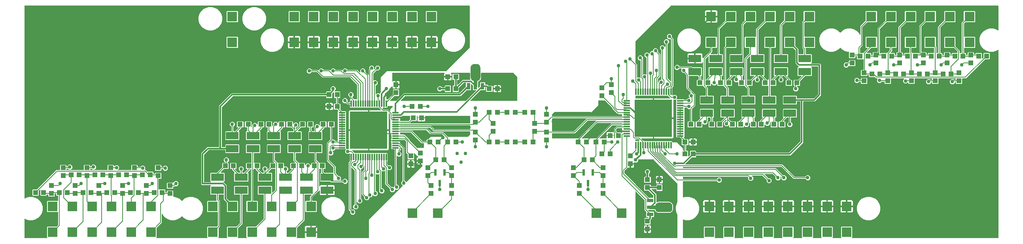
<source format=gbr>
G04 EAGLE Gerber RS-274X export*
G75*
%MOMM*%
%FSLAX34Y34*%
%LPD*%
%INTop Copper*%
%IPPOS*%
%AMOC8*
5,1,8,0,0,1.08239X$1,22.5*%
G01*
%ADD10R,1.100000X1.000000*%
%ADD11R,1.000000X1.100000*%
%ADD12R,2.100000X2.100000*%
%ADD13R,0.600000X1.400000*%
%ADD14R,1.475000X0.300000*%
%ADD15R,0.300000X1.475000*%
%ADD16R,8.000000X8.000000*%
%ADD17R,2.700000X1.600000*%
%ADD18R,0.800000X1.400000*%
%ADD19R,0.800000X1.900000*%
%ADD20R,1.400000X0.800000*%
%ADD21R,1.900000X0.800000*%
%ADD22C,0.152400*%
%ADD23C,0.756400*%
%ADD24C,0.304800*%

G36*
X1466816Y10172D02*
X1466816Y10172D01*
X1466888Y10174D01*
X1466937Y10192D01*
X1466988Y10200D01*
X1467051Y10234D01*
X1467119Y10259D01*
X1467159Y10291D01*
X1467205Y10316D01*
X1467255Y10368D01*
X1467311Y10412D01*
X1467339Y10456D01*
X1467375Y10494D01*
X1467405Y10559D01*
X1467444Y10619D01*
X1467456Y10670D01*
X1467478Y10717D01*
X1467486Y10788D01*
X1467504Y10858D01*
X1467500Y10910D01*
X1467505Y10961D01*
X1467490Y11032D01*
X1467485Y11103D01*
X1467464Y11151D01*
X1467453Y11202D01*
X1467416Y11263D01*
X1467388Y11329D01*
X1467343Y11385D01*
X1467327Y11413D01*
X1467309Y11428D01*
X1467283Y11460D01*
X1466575Y12168D01*
X1466575Y34432D01*
X1467468Y35325D01*
X1489732Y35325D01*
X1490625Y34432D01*
X1490625Y12168D01*
X1489917Y11460D01*
X1489875Y11402D01*
X1489825Y11350D01*
X1489803Y11303D01*
X1489773Y11261D01*
X1489752Y11192D01*
X1489722Y11127D01*
X1489716Y11075D01*
X1489701Y11025D01*
X1489703Y10954D01*
X1489695Y10883D01*
X1489706Y10832D01*
X1489707Y10780D01*
X1489732Y10712D01*
X1489747Y10642D01*
X1489774Y10597D01*
X1489791Y10549D01*
X1489836Y10493D01*
X1489873Y10431D01*
X1489913Y10397D01*
X1489945Y10357D01*
X1490005Y10318D01*
X1490060Y10271D01*
X1490108Y10252D01*
X1490152Y10224D01*
X1490222Y10206D01*
X1490288Y10179D01*
X1490359Y10171D01*
X1490391Y10163D01*
X1490414Y10165D01*
X1490455Y10161D01*
X1508745Y10161D01*
X1508816Y10172D01*
X1508888Y10174D01*
X1508937Y10192D01*
X1508988Y10200D01*
X1509051Y10234D01*
X1509119Y10259D01*
X1509159Y10291D01*
X1509205Y10316D01*
X1509255Y10368D01*
X1509311Y10412D01*
X1509339Y10456D01*
X1509375Y10494D01*
X1509405Y10559D01*
X1509444Y10619D01*
X1509456Y10670D01*
X1509478Y10717D01*
X1509486Y10788D01*
X1509504Y10858D01*
X1509500Y10910D01*
X1509505Y10961D01*
X1509490Y11032D01*
X1509485Y11103D01*
X1509464Y11151D01*
X1509453Y11202D01*
X1509416Y11263D01*
X1509388Y11329D01*
X1509343Y11385D01*
X1509327Y11413D01*
X1509309Y11428D01*
X1509283Y11460D01*
X1508575Y12168D01*
X1508575Y34432D01*
X1509468Y35325D01*
X1531732Y35325D01*
X1532625Y34432D01*
X1532625Y12168D01*
X1531917Y11460D01*
X1531875Y11402D01*
X1531825Y11350D01*
X1531803Y11303D01*
X1531773Y11261D01*
X1531752Y11192D01*
X1531722Y11127D01*
X1531716Y11075D01*
X1531701Y11025D01*
X1531703Y10954D01*
X1531695Y10883D01*
X1531706Y10832D01*
X1531707Y10780D01*
X1531732Y10712D01*
X1531747Y10642D01*
X1531774Y10597D01*
X1531791Y10549D01*
X1531836Y10493D01*
X1531873Y10431D01*
X1531913Y10397D01*
X1531945Y10357D01*
X1532005Y10318D01*
X1532060Y10271D01*
X1532108Y10252D01*
X1532152Y10224D01*
X1532222Y10206D01*
X1532288Y10179D01*
X1532359Y10171D01*
X1532391Y10163D01*
X1532414Y10165D01*
X1532455Y10161D01*
X1550745Y10161D01*
X1550816Y10172D01*
X1550888Y10174D01*
X1550937Y10192D01*
X1550988Y10200D01*
X1551051Y10234D01*
X1551119Y10259D01*
X1551159Y10291D01*
X1551205Y10316D01*
X1551255Y10368D01*
X1551311Y10412D01*
X1551339Y10456D01*
X1551375Y10494D01*
X1551405Y10559D01*
X1551444Y10619D01*
X1551456Y10670D01*
X1551478Y10717D01*
X1551486Y10788D01*
X1551504Y10858D01*
X1551500Y10910D01*
X1551505Y10961D01*
X1551490Y11032D01*
X1551485Y11103D01*
X1551464Y11151D01*
X1551453Y11202D01*
X1551416Y11263D01*
X1551388Y11329D01*
X1551343Y11385D01*
X1551327Y11413D01*
X1551309Y11428D01*
X1551283Y11460D01*
X1550575Y12168D01*
X1550575Y34432D01*
X1551468Y35325D01*
X1573732Y35325D01*
X1574625Y34432D01*
X1574625Y12168D01*
X1573917Y11460D01*
X1573875Y11402D01*
X1573825Y11350D01*
X1573803Y11303D01*
X1573773Y11261D01*
X1573752Y11192D01*
X1573722Y11127D01*
X1573716Y11075D01*
X1573701Y11025D01*
X1573703Y10954D01*
X1573695Y10883D01*
X1573706Y10832D01*
X1573707Y10780D01*
X1573732Y10712D01*
X1573747Y10642D01*
X1573774Y10597D01*
X1573791Y10549D01*
X1573836Y10493D01*
X1573873Y10431D01*
X1573913Y10397D01*
X1573945Y10357D01*
X1574005Y10318D01*
X1574060Y10271D01*
X1574108Y10252D01*
X1574152Y10224D01*
X1574222Y10206D01*
X1574288Y10179D01*
X1574359Y10171D01*
X1574391Y10163D01*
X1574414Y10165D01*
X1574455Y10161D01*
X1592745Y10161D01*
X1592816Y10172D01*
X1592888Y10174D01*
X1592937Y10192D01*
X1592988Y10200D01*
X1593051Y10234D01*
X1593119Y10259D01*
X1593159Y10291D01*
X1593205Y10316D01*
X1593255Y10368D01*
X1593311Y10412D01*
X1593339Y10456D01*
X1593375Y10494D01*
X1593405Y10559D01*
X1593444Y10619D01*
X1593456Y10670D01*
X1593478Y10717D01*
X1593486Y10788D01*
X1593504Y10858D01*
X1593500Y10910D01*
X1593505Y10961D01*
X1593490Y11032D01*
X1593485Y11103D01*
X1593464Y11151D01*
X1593453Y11202D01*
X1593416Y11263D01*
X1593388Y11329D01*
X1593343Y11385D01*
X1593327Y11413D01*
X1593309Y11428D01*
X1593283Y11460D01*
X1592575Y12168D01*
X1592575Y34432D01*
X1593468Y35325D01*
X1615732Y35325D01*
X1616625Y34432D01*
X1616625Y12168D01*
X1615917Y11460D01*
X1615875Y11402D01*
X1615825Y11350D01*
X1615803Y11303D01*
X1615773Y11261D01*
X1615752Y11192D01*
X1615722Y11127D01*
X1615716Y11075D01*
X1615701Y11025D01*
X1615703Y10954D01*
X1615695Y10883D01*
X1615706Y10832D01*
X1615707Y10780D01*
X1615732Y10712D01*
X1615747Y10642D01*
X1615774Y10597D01*
X1615791Y10549D01*
X1615836Y10493D01*
X1615873Y10431D01*
X1615913Y10397D01*
X1615945Y10357D01*
X1616005Y10318D01*
X1616060Y10271D01*
X1616108Y10252D01*
X1616152Y10224D01*
X1616222Y10206D01*
X1616288Y10179D01*
X1616359Y10171D01*
X1616391Y10163D01*
X1616414Y10165D01*
X1616455Y10161D01*
X1634745Y10161D01*
X1634816Y10172D01*
X1634888Y10174D01*
X1634937Y10192D01*
X1634988Y10200D01*
X1635051Y10234D01*
X1635119Y10259D01*
X1635159Y10291D01*
X1635205Y10316D01*
X1635255Y10368D01*
X1635311Y10412D01*
X1635339Y10456D01*
X1635375Y10494D01*
X1635405Y10559D01*
X1635444Y10619D01*
X1635456Y10670D01*
X1635478Y10717D01*
X1635486Y10788D01*
X1635504Y10858D01*
X1635500Y10910D01*
X1635505Y10961D01*
X1635490Y11032D01*
X1635485Y11103D01*
X1635464Y11151D01*
X1635453Y11202D01*
X1635416Y11263D01*
X1635388Y11329D01*
X1635343Y11385D01*
X1635327Y11413D01*
X1635309Y11428D01*
X1635283Y11460D01*
X1634575Y12168D01*
X1634575Y34432D01*
X1635468Y35325D01*
X1657732Y35325D01*
X1658625Y34432D01*
X1658625Y12168D01*
X1657917Y11460D01*
X1657875Y11402D01*
X1657825Y11350D01*
X1657803Y11303D01*
X1657773Y11261D01*
X1657752Y11192D01*
X1657722Y11127D01*
X1657716Y11075D01*
X1657701Y11025D01*
X1657703Y10954D01*
X1657695Y10883D01*
X1657706Y10832D01*
X1657707Y10780D01*
X1657732Y10712D01*
X1657747Y10642D01*
X1657774Y10597D01*
X1657791Y10549D01*
X1657836Y10493D01*
X1657873Y10431D01*
X1657913Y10397D01*
X1657945Y10357D01*
X1658005Y10318D01*
X1658060Y10271D01*
X1658108Y10252D01*
X1658152Y10224D01*
X1658222Y10206D01*
X1658288Y10179D01*
X1658359Y10171D01*
X1658391Y10163D01*
X1658414Y10165D01*
X1658455Y10161D01*
X1676745Y10161D01*
X1676816Y10172D01*
X1676888Y10174D01*
X1676937Y10192D01*
X1676988Y10200D01*
X1677051Y10234D01*
X1677119Y10259D01*
X1677159Y10291D01*
X1677205Y10316D01*
X1677255Y10368D01*
X1677311Y10412D01*
X1677339Y10456D01*
X1677375Y10494D01*
X1677405Y10559D01*
X1677444Y10619D01*
X1677456Y10670D01*
X1677478Y10717D01*
X1677486Y10788D01*
X1677504Y10858D01*
X1677500Y10910D01*
X1677505Y10961D01*
X1677490Y11032D01*
X1677485Y11103D01*
X1677464Y11151D01*
X1677453Y11202D01*
X1677416Y11263D01*
X1677388Y11329D01*
X1677343Y11385D01*
X1677327Y11413D01*
X1677309Y11428D01*
X1677283Y11460D01*
X1676575Y12168D01*
X1676575Y34432D01*
X1677468Y35325D01*
X1699732Y35325D01*
X1700625Y34432D01*
X1700625Y12168D01*
X1699917Y11460D01*
X1699875Y11402D01*
X1699825Y11350D01*
X1699803Y11303D01*
X1699773Y11261D01*
X1699752Y11192D01*
X1699722Y11127D01*
X1699716Y11075D01*
X1699701Y11025D01*
X1699703Y10954D01*
X1699695Y10883D01*
X1699706Y10832D01*
X1699707Y10780D01*
X1699732Y10712D01*
X1699747Y10642D01*
X1699774Y10597D01*
X1699791Y10549D01*
X1699836Y10493D01*
X1699873Y10431D01*
X1699913Y10397D01*
X1699945Y10357D01*
X1700005Y10318D01*
X1700060Y10271D01*
X1700108Y10252D01*
X1700152Y10224D01*
X1700222Y10206D01*
X1700288Y10179D01*
X1700359Y10171D01*
X1700391Y10163D01*
X1700414Y10165D01*
X1700455Y10161D01*
X1718745Y10161D01*
X1718816Y10172D01*
X1718888Y10174D01*
X1718937Y10192D01*
X1718988Y10200D01*
X1719051Y10234D01*
X1719119Y10259D01*
X1719159Y10291D01*
X1719205Y10316D01*
X1719255Y10368D01*
X1719311Y10412D01*
X1719339Y10456D01*
X1719375Y10494D01*
X1719405Y10559D01*
X1719444Y10619D01*
X1719456Y10670D01*
X1719478Y10717D01*
X1719486Y10788D01*
X1719504Y10858D01*
X1719500Y10910D01*
X1719505Y10961D01*
X1719490Y11032D01*
X1719485Y11103D01*
X1719464Y11151D01*
X1719453Y11202D01*
X1719416Y11263D01*
X1719388Y11329D01*
X1719343Y11385D01*
X1719327Y11413D01*
X1719309Y11428D01*
X1719283Y11460D01*
X1718575Y12168D01*
X1718575Y34432D01*
X1719468Y35325D01*
X1741732Y35325D01*
X1742625Y34432D01*
X1742625Y12168D01*
X1741917Y11460D01*
X1741875Y11402D01*
X1741825Y11350D01*
X1741803Y11303D01*
X1741773Y11261D01*
X1741752Y11192D01*
X1741722Y11127D01*
X1741716Y11075D01*
X1741701Y11025D01*
X1741703Y10954D01*
X1741695Y10883D01*
X1741706Y10832D01*
X1741707Y10780D01*
X1741732Y10712D01*
X1741747Y10642D01*
X1741774Y10597D01*
X1741791Y10549D01*
X1741836Y10493D01*
X1741873Y10431D01*
X1741913Y10397D01*
X1741945Y10357D01*
X1742005Y10318D01*
X1742060Y10271D01*
X1742108Y10252D01*
X1742152Y10224D01*
X1742222Y10206D01*
X1742288Y10179D01*
X1742359Y10171D01*
X1742391Y10163D01*
X1742414Y10165D01*
X1742455Y10161D01*
X1760745Y10161D01*
X1760816Y10172D01*
X1760888Y10174D01*
X1760937Y10192D01*
X1760988Y10200D01*
X1761051Y10234D01*
X1761119Y10259D01*
X1761159Y10291D01*
X1761205Y10316D01*
X1761255Y10368D01*
X1761311Y10412D01*
X1761339Y10456D01*
X1761375Y10494D01*
X1761405Y10559D01*
X1761444Y10619D01*
X1761456Y10670D01*
X1761478Y10717D01*
X1761486Y10788D01*
X1761504Y10858D01*
X1761500Y10910D01*
X1761505Y10961D01*
X1761490Y11032D01*
X1761485Y11103D01*
X1761464Y11151D01*
X1761453Y11202D01*
X1761416Y11263D01*
X1761388Y11329D01*
X1761343Y11385D01*
X1761327Y11413D01*
X1761309Y11428D01*
X1761283Y11460D01*
X1760575Y12168D01*
X1760575Y34432D01*
X1761468Y35325D01*
X1783732Y35325D01*
X1784625Y34432D01*
X1784625Y12168D01*
X1783917Y11460D01*
X1783875Y11402D01*
X1783825Y11350D01*
X1783803Y11303D01*
X1783773Y11261D01*
X1783752Y11192D01*
X1783722Y11127D01*
X1783716Y11075D01*
X1783701Y11025D01*
X1783703Y10954D01*
X1783695Y10883D01*
X1783706Y10832D01*
X1783707Y10780D01*
X1783732Y10712D01*
X1783747Y10642D01*
X1783774Y10597D01*
X1783791Y10549D01*
X1783836Y10493D01*
X1783873Y10431D01*
X1783913Y10397D01*
X1783945Y10357D01*
X1784005Y10318D01*
X1784060Y10271D01*
X1784108Y10252D01*
X1784152Y10224D01*
X1784222Y10206D01*
X1784288Y10179D01*
X1784359Y10171D01*
X1784391Y10163D01*
X1784414Y10165D01*
X1784455Y10161D01*
X2097078Y10161D01*
X2097098Y10164D01*
X2097117Y10162D01*
X2097219Y10184D01*
X2097321Y10200D01*
X2097338Y10210D01*
X2097358Y10214D01*
X2097447Y10267D01*
X2097538Y10316D01*
X2097552Y10330D01*
X2097569Y10340D01*
X2097636Y10419D01*
X2097708Y10494D01*
X2097716Y10512D01*
X2097729Y10527D01*
X2097768Y10623D01*
X2097811Y10717D01*
X2097813Y10737D01*
X2097821Y10755D01*
X2097839Y10922D01*
X2097839Y412842D01*
X2097824Y412936D01*
X2097815Y413031D01*
X2097804Y413057D01*
X2097800Y413085D01*
X2097755Y413169D01*
X2097717Y413257D01*
X2097698Y413277D01*
X2097684Y413302D01*
X2097615Y413368D01*
X2097551Y413439D01*
X2097527Y413452D01*
X2097506Y413472D01*
X2097420Y413512D01*
X2097336Y413558D01*
X2097309Y413563D01*
X2097283Y413575D01*
X2097188Y413586D01*
X2097095Y413603D01*
X2097067Y413599D01*
X2097039Y413602D01*
X2096945Y413582D01*
X2096851Y413569D01*
X2096819Y413555D01*
X2096798Y413550D01*
X2096770Y413533D01*
X2096697Y413501D01*
X2092112Y410854D01*
X2085712Y409139D01*
X2079088Y409139D01*
X2072688Y410854D01*
X2066951Y414166D01*
X2062266Y418851D01*
X2058954Y424588D01*
X2057239Y430988D01*
X2057239Y437612D01*
X2058954Y444012D01*
X2062266Y449749D01*
X2066951Y454434D01*
X2072688Y457746D01*
X2079088Y459461D01*
X2085712Y459461D01*
X2092112Y457746D01*
X2096697Y455099D01*
X2096786Y455065D01*
X2096873Y455025D01*
X2096901Y455022D01*
X2096927Y455012D01*
X2097023Y455008D01*
X2097117Y454998D01*
X2097145Y455004D01*
X2097173Y455002D01*
X2097265Y455030D01*
X2097358Y455050D01*
X2097382Y455064D01*
X2097409Y455072D01*
X2097487Y455127D01*
X2097569Y455176D01*
X2097587Y455197D01*
X2097610Y455214D01*
X2097667Y455290D01*
X2097729Y455363D01*
X2097739Y455389D01*
X2097756Y455412D01*
X2097785Y455502D01*
X2097821Y455591D01*
X2097825Y455626D01*
X2097831Y455646D01*
X2097831Y455679D01*
X2097839Y455758D01*
X2097839Y507078D01*
X2097836Y507098D01*
X2097838Y507117D01*
X2097816Y507219D01*
X2097800Y507321D01*
X2097790Y507338D01*
X2097786Y507358D01*
X2097733Y507447D01*
X2097684Y507538D01*
X2097670Y507552D01*
X2097660Y507569D01*
X2097581Y507636D01*
X2097506Y507708D01*
X2097488Y507716D01*
X2097473Y507729D01*
X2097377Y507768D01*
X2097283Y507811D01*
X2097263Y507813D01*
X2097245Y507821D01*
X2097078Y507839D01*
X1396078Y507839D01*
X1395988Y507825D01*
X1395897Y507817D01*
X1395867Y507805D01*
X1395835Y507800D01*
X1395755Y507757D01*
X1395671Y507721D01*
X1395639Y507695D01*
X1395618Y507684D01*
X1395596Y507661D01*
X1395540Y507616D01*
X1320262Y432338D01*
X1320209Y432264D01*
X1320149Y432195D01*
X1320137Y432165D01*
X1320118Y432139D01*
X1320091Y432052D01*
X1320057Y431967D01*
X1320053Y431926D01*
X1320046Y431903D01*
X1320047Y431871D01*
X1320039Y431800D01*
X1320039Y385463D01*
X1320046Y385419D01*
X1320046Y385418D01*
X1320048Y385408D01*
X1320054Y385373D01*
X1320061Y385282D01*
X1320073Y385252D01*
X1320079Y385220D01*
X1320096Y385188D01*
X1320098Y385177D01*
X1320123Y385135D01*
X1320157Y385056D01*
X1320183Y385023D01*
X1320194Y385003D01*
X1320213Y384984D01*
X1320224Y384966D01*
X1320238Y384954D01*
X1320262Y384925D01*
X1323369Y381818D01*
X1323369Y354811D01*
X1323380Y354741D01*
X1323382Y354669D01*
X1323400Y354620D01*
X1323408Y354569D01*
X1323442Y354505D01*
X1323467Y354438D01*
X1323499Y354397D01*
X1323524Y354351D01*
X1323576Y354302D01*
X1323620Y354246D01*
X1323664Y354218D01*
X1323702Y354182D01*
X1323767Y354152D01*
X1323827Y354113D01*
X1323878Y354100D01*
X1323925Y354078D01*
X1323996Y354070D01*
X1324066Y354053D01*
X1324118Y354057D01*
X1324169Y354051D01*
X1324240Y354066D01*
X1324311Y354072D01*
X1324359Y354092D01*
X1324410Y354103D01*
X1324471Y354140D01*
X1324537Y354168D01*
X1324593Y354213D01*
X1324621Y354230D01*
X1324636Y354247D01*
X1324668Y354273D01*
X1324952Y354557D01*
X1329348Y354557D01*
X1330196Y353709D01*
X1330254Y353667D01*
X1330306Y353618D01*
X1330353Y353596D01*
X1330395Y353566D01*
X1330464Y353544D01*
X1330529Y353514D01*
X1330581Y353509D01*
X1330631Y353493D01*
X1330702Y353495D01*
X1330773Y353487D01*
X1330824Y353498D01*
X1330876Y353500D01*
X1330944Y353524D01*
X1331014Y353539D01*
X1331059Y353566D01*
X1331107Y353584D01*
X1331163Y353629D01*
X1331225Y353666D01*
X1331259Y353705D01*
X1331299Y353738D01*
X1331338Y353798D01*
X1331385Y353853D01*
X1331404Y353901D01*
X1331432Y353945D01*
X1331450Y354014D01*
X1331477Y354081D01*
X1331485Y354152D01*
X1331493Y354183D01*
X1331491Y354206D01*
X1331495Y354247D01*
X1331495Y390116D01*
X1331492Y390136D01*
X1331494Y390155D01*
X1331472Y390257D01*
X1331456Y390359D01*
X1331446Y390376D01*
X1331442Y390396D01*
X1331389Y390485D01*
X1331340Y390576D01*
X1331326Y390590D01*
X1331316Y390607D01*
X1331237Y390674D01*
X1331162Y390746D01*
X1331144Y390754D01*
X1331129Y390767D01*
X1331033Y390806D01*
X1330939Y390849D01*
X1330919Y390851D01*
X1330901Y390859D01*
X1330734Y390877D01*
X1328762Y390877D01*
X1325653Y393986D01*
X1325653Y398382D01*
X1328762Y401491D01*
X1333158Y401491D01*
X1336267Y398382D01*
X1336267Y393976D01*
X1336239Y393937D01*
X1336179Y393867D01*
X1336167Y393837D01*
X1336148Y393811D01*
X1336121Y393724D01*
X1336087Y393639D01*
X1336083Y393598D01*
X1336076Y393576D01*
X1336077Y393544D01*
X1336069Y393473D01*
X1336069Y361161D01*
X1336080Y361091D01*
X1336082Y361019D01*
X1336100Y360970D01*
X1336108Y360919D01*
X1336142Y360855D01*
X1336167Y360788D01*
X1336199Y360747D01*
X1336224Y360701D01*
X1336276Y360652D01*
X1336320Y360596D01*
X1336364Y360568D01*
X1336402Y360532D01*
X1336467Y360502D01*
X1336527Y360463D01*
X1336578Y360450D01*
X1336625Y360428D01*
X1336696Y360420D01*
X1336766Y360403D01*
X1336818Y360407D01*
X1336869Y360401D01*
X1336940Y360416D01*
X1337011Y360422D01*
X1337059Y360442D01*
X1337110Y360453D01*
X1337171Y360490D01*
X1337237Y360518D01*
X1337293Y360563D01*
X1337321Y360580D01*
X1337336Y360597D01*
X1337368Y360623D01*
X1337652Y360907D01*
X1342048Y360907D01*
X1342814Y360141D01*
X1342872Y360099D01*
X1342924Y360050D01*
X1342971Y360028D01*
X1343013Y359998D01*
X1343082Y359976D01*
X1343147Y359946D01*
X1343199Y359941D01*
X1343249Y359925D01*
X1343320Y359927D01*
X1343391Y359919D01*
X1343442Y359930D01*
X1343494Y359932D01*
X1343562Y359956D01*
X1343632Y359971D01*
X1343677Y359998D01*
X1343725Y360016D01*
X1343781Y360061D01*
X1343843Y360098D01*
X1343877Y360137D01*
X1343917Y360170D01*
X1343956Y360230D01*
X1344003Y360285D01*
X1344022Y360333D01*
X1344050Y360377D01*
X1344068Y360446D01*
X1344095Y360513D01*
X1344103Y360584D01*
X1344111Y360615D01*
X1344109Y360638D01*
X1344113Y360679D01*
X1344113Y396184D01*
X1344110Y396204D01*
X1344112Y396223D01*
X1344090Y396325D01*
X1344074Y396427D01*
X1344064Y396444D01*
X1344060Y396464D01*
X1344007Y396553D01*
X1343958Y396644D01*
X1343944Y396658D01*
X1343934Y396675D01*
X1343855Y396742D01*
X1343780Y396814D01*
X1343762Y396822D01*
X1343747Y396835D01*
X1343651Y396874D01*
X1343557Y396917D01*
X1343537Y396919D01*
X1343519Y396927D01*
X1343352Y396945D01*
X1342732Y396945D01*
X1339623Y400054D01*
X1339623Y404450D01*
X1342732Y407559D01*
X1347128Y407559D01*
X1349754Y404933D01*
X1349812Y404891D01*
X1349864Y404842D01*
X1349911Y404820D01*
X1349953Y404790D01*
X1350022Y404768D01*
X1350087Y404738D01*
X1350139Y404733D01*
X1350189Y404717D01*
X1350260Y404719D01*
X1350331Y404711D01*
X1350382Y404722D01*
X1350434Y404724D01*
X1350502Y404748D01*
X1350572Y404763D01*
X1350617Y404790D01*
X1350665Y404808D01*
X1350721Y404853D01*
X1350783Y404890D01*
X1350817Y404929D01*
X1350857Y404962D01*
X1350896Y405022D01*
X1350943Y405077D01*
X1350962Y405125D01*
X1350990Y405169D01*
X1351008Y405238D01*
X1351035Y405305D01*
X1351043Y405376D01*
X1351051Y405407D01*
X1351049Y405430D01*
X1351053Y405471D01*
X1351053Y407498D01*
X1354162Y410607D01*
X1357076Y410607D01*
X1357096Y410610D01*
X1357116Y410608D01*
X1357217Y410630D01*
X1357319Y410646D01*
X1357337Y410656D01*
X1357356Y410660D01*
X1357445Y410713D01*
X1357537Y410762D01*
X1357550Y410776D01*
X1357567Y410786D01*
X1357635Y410865D01*
X1357706Y410940D01*
X1357714Y410958D01*
X1357727Y410973D01*
X1357766Y411069D01*
X1357810Y411163D01*
X1357812Y411183D01*
X1357819Y411201D01*
X1357838Y411368D01*
X1357838Y413566D01*
X1360946Y416675D01*
X1365343Y416675D01*
X1368451Y413566D01*
X1368451Y409611D01*
X1368466Y409520D01*
X1368473Y409430D01*
X1368486Y409400D01*
X1368491Y409368D01*
X1368534Y409287D01*
X1368569Y409203D01*
X1368595Y409171D01*
X1368606Y409150D01*
X1368629Y409128D01*
X1368674Y409072D01*
X1373605Y404142D01*
X1373605Y356410D01*
X1368910Y351715D01*
X1368864Y351652D01*
X1368842Y351629D01*
X1368838Y351620D01*
X1368797Y351572D01*
X1368785Y351542D01*
X1368766Y351515D01*
X1368739Y351429D01*
X1368705Y351344D01*
X1368701Y351303D01*
X1368694Y351280D01*
X1368695Y351248D01*
X1368687Y351177D01*
X1368687Y343988D01*
X1368698Y343918D01*
X1368700Y343846D01*
X1368718Y343797D01*
X1368726Y343746D01*
X1368760Y343682D01*
X1368785Y343615D01*
X1368817Y343574D01*
X1368842Y343528D01*
X1368894Y343479D01*
X1368938Y343423D01*
X1368982Y343395D01*
X1369020Y343359D01*
X1369085Y343329D01*
X1369145Y343290D01*
X1369196Y343277D01*
X1369243Y343255D01*
X1369314Y343247D01*
X1369384Y343230D01*
X1369436Y343234D01*
X1369487Y343228D01*
X1369558Y343243D01*
X1369629Y343249D01*
X1369677Y343269D01*
X1369728Y343280D01*
X1369789Y343317D01*
X1369855Y343345D01*
X1369911Y343390D01*
X1369939Y343407D01*
X1369954Y343424D01*
X1369986Y343450D01*
X1370162Y343626D01*
X1370216Y343700D01*
X1370275Y343770D01*
X1370287Y343800D01*
X1370306Y343826D01*
X1370333Y343913D01*
X1370367Y343998D01*
X1370371Y344039D01*
X1370378Y344061D01*
X1370377Y344093D01*
X1370385Y344165D01*
X1370385Y346368D01*
X1373494Y349477D01*
X1375165Y349477D01*
X1375236Y349488D01*
X1375308Y349490D01*
X1375357Y349508D01*
X1375408Y349516D01*
X1375471Y349550D01*
X1375539Y349575D01*
X1375579Y349607D01*
X1375625Y349632D01*
X1375674Y349683D01*
X1375731Y349728D01*
X1375759Y349772D01*
X1375795Y349810D01*
X1375825Y349875D01*
X1375864Y349935D01*
X1375876Y349986D01*
X1375898Y350033D01*
X1375906Y350104D01*
X1375924Y350174D01*
X1375920Y350226D01*
X1375925Y350277D01*
X1375910Y350348D01*
X1375904Y350419D01*
X1375884Y350467D01*
X1375873Y350518D01*
X1375836Y350579D01*
X1375808Y350645D01*
X1375763Y350701D01*
X1375747Y350729D01*
X1375729Y350744D01*
X1375703Y350776D01*
X1375663Y350816D01*
X1375663Y412297D01*
X1375649Y412387D01*
X1375641Y412478D01*
X1375629Y412507D01*
X1375624Y412539D01*
X1375581Y412620D01*
X1375545Y412704D01*
X1375519Y412736D01*
X1375508Y412757D01*
X1375485Y412779D01*
X1375440Y412835D01*
X1372643Y415632D01*
X1372643Y420028D01*
X1375752Y423137D01*
X1380148Y423137D01*
X1383078Y420206D01*
X1383137Y420165D01*
X1383189Y420115D01*
X1383236Y420093D01*
X1383278Y420063D01*
X1383347Y420042D01*
X1383412Y420012D01*
X1383463Y420006D01*
X1383513Y419991D01*
X1383585Y419992D01*
X1383656Y419985D01*
X1383707Y419996D01*
X1383759Y419997D01*
X1383826Y420022D01*
X1383896Y420037D01*
X1383941Y420064D01*
X1383990Y420081D01*
X1384046Y420126D01*
X1384108Y420163D01*
X1384141Y420203D01*
X1384182Y420235D01*
X1384221Y420295D01*
X1384267Y420350D01*
X1384287Y420398D01*
X1384315Y420442D01*
X1384333Y420511D01*
X1384359Y420578D01*
X1384367Y420649D01*
X1384375Y420681D01*
X1384373Y420704D01*
X1384378Y420745D01*
X1384378Y425172D01*
X1384363Y425262D01*
X1384356Y425353D01*
X1384343Y425383D01*
X1384338Y425415D01*
X1384295Y425495D01*
X1384260Y425579D01*
X1384234Y425611D01*
X1384223Y425632D01*
X1384200Y425654D01*
X1384155Y425710D01*
X1381358Y428507D01*
X1381358Y432904D01*
X1384466Y436012D01*
X1388863Y436012D01*
X1391971Y432904D01*
X1391971Y428507D01*
X1389174Y425710D01*
X1389121Y425636D01*
X1389062Y425567D01*
X1389050Y425537D01*
X1389031Y425510D01*
X1389004Y425424D01*
X1388970Y425339D01*
X1388965Y425298D01*
X1388958Y425275D01*
X1388959Y425243D01*
X1388951Y425172D01*
X1388951Y353199D01*
X1388966Y353108D01*
X1388973Y353018D01*
X1388986Y352988D01*
X1388991Y352956D01*
X1389034Y352875D01*
X1389070Y352791D01*
X1389095Y352759D01*
X1389106Y352738D01*
X1389130Y352716D01*
X1389174Y352660D01*
X1395415Y346420D01*
X1395473Y346378D01*
X1395525Y346328D01*
X1395572Y346307D01*
X1395615Y346276D01*
X1395683Y346255D01*
X1395748Y346225D01*
X1395800Y346219D01*
X1395850Y346204D01*
X1395921Y346206D01*
X1395993Y346198D01*
X1396044Y346209D01*
X1396096Y346210D01*
X1396163Y346235D01*
X1396233Y346250D01*
X1396278Y346277D01*
X1396327Y346295D01*
X1396383Y346339D01*
X1396444Y346376D01*
X1396478Y346416D01*
X1396519Y346448D01*
X1396557Y346509D01*
X1396604Y346563D01*
X1396624Y346611D01*
X1396652Y346655D01*
X1396669Y346725D01*
X1396696Y346791D01*
X1396704Y346863D01*
X1396712Y346894D01*
X1396710Y346917D01*
X1396714Y346958D01*
X1396714Y434886D01*
X1396700Y434976D01*
X1396693Y435067D01*
X1396680Y435097D01*
X1396675Y435129D01*
X1396632Y435210D01*
X1396596Y435294D01*
X1396571Y435326D01*
X1396560Y435346D01*
X1396536Y435369D01*
X1396491Y435425D01*
X1395486Y436430D01*
X1395412Y436483D01*
X1395342Y436543D01*
X1395312Y436555D01*
X1395286Y436574D01*
X1395199Y436601D01*
X1395114Y436635D01*
X1395073Y436639D01*
X1395051Y436646D01*
X1395019Y436645D01*
X1394947Y436653D01*
X1390992Y436653D01*
X1387883Y439762D01*
X1387883Y444158D01*
X1390992Y447267D01*
X1395388Y447267D01*
X1398497Y444158D01*
X1398497Y440203D01*
X1398512Y440112D01*
X1398519Y440022D01*
X1398531Y439992D01*
X1398536Y439960D01*
X1398579Y439879D01*
X1398615Y439795D01*
X1398641Y439763D01*
X1398652Y439742D01*
X1398675Y439720D01*
X1398720Y439664D01*
X1401288Y437096D01*
X1401288Y335411D01*
X1399233Y333355D01*
X1399221Y333339D01*
X1399205Y333327D01*
X1399149Y333239D01*
X1399089Y333156D01*
X1399083Y333137D01*
X1399072Y333120D01*
X1399047Y333019D01*
X1399017Y332921D01*
X1399017Y332901D01*
X1399012Y332881D01*
X1399020Y332778D01*
X1399023Y332675D01*
X1399030Y332656D01*
X1399031Y332636D01*
X1399072Y332541D01*
X1399107Y332444D01*
X1399120Y332428D01*
X1399128Y332410D01*
X1399233Y332279D01*
X1399425Y332087D01*
X1399425Y316788D01*
X1399436Y316718D01*
X1399438Y316646D01*
X1399456Y316597D01*
X1399464Y316546D01*
X1399498Y316482D01*
X1399523Y316415D01*
X1399555Y316374D01*
X1399580Y316328D01*
X1399632Y316279D01*
X1399676Y316223D01*
X1399720Y316195D01*
X1399758Y316159D01*
X1399823Y316129D01*
X1399883Y316090D01*
X1399934Y316077D01*
X1399981Y316055D01*
X1400052Y316047D01*
X1400122Y316030D01*
X1400174Y316034D01*
X1400225Y316028D01*
X1400296Y316043D01*
X1400367Y316049D01*
X1400415Y316069D01*
X1400466Y316080D01*
X1400527Y316117D01*
X1400593Y316145D01*
X1400649Y316190D01*
X1400677Y316207D01*
X1400692Y316224D01*
X1400724Y316250D01*
X1401787Y317313D01*
X1406183Y317313D01*
X1409292Y314204D01*
X1409292Y309808D01*
X1408008Y308524D01*
X1407966Y308466D01*
X1407917Y308414D01*
X1407895Y308367D01*
X1407865Y308325D01*
X1407843Y308256D01*
X1407813Y308191D01*
X1407808Y308139D01*
X1407792Y308089D01*
X1407794Y308018D01*
X1407786Y307947D01*
X1407797Y307896D01*
X1407799Y307844D01*
X1407823Y307776D01*
X1407838Y307706D01*
X1407865Y307661D01*
X1407883Y307613D01*
X1407928Y307557D01*
X1407965Y307495D01*
X1408004Y307461D01*
X1408037Y307421D01*
X1408097Y307382D01*
X1408152Y307335D01*
X1408200Y307316D01*
X1408244Y307288D01*
X1408313Y307270D01*
X1408380Y307243D01*
X1408451Y307235D01*
X1408482Y307227D01*
X1408505Y307229D01*
X1408546Y307225D01*
X1424313Y307225D01*
X1424345Y307197D01*
X1424375Y307185D01*
X1424401Y307166D01*
X1424488Y307139D01*
X1424573Y307105D01*
X1424614Y307101D01*
X1424636Y307094D01*
X1424669Y307095D01*
X1424740Y307087D01*
X1429567Y307087D01*
X1429657Y307101D01*
X1429748Y307109D01*
X1429777Y307121D01*
X1429809Y307126D01*
X1429890Y307169D01*
X1429974Y307205D01*
X1430006Y307231D01*
X1430027Y307242D01*
X1430049Y307265D01*
X1430105Y307310D01*
X1432902Y310107D01*
X1435691Y310107D01*
X1435761Y310118D01*
X1435833Y310120D01*
X1435882Y310138D01*
X1435933Y310146D01*
X1435997Y310180D01*
X1436064Y310205D01*
X1436105Y310237D01*
X1436151Y310262D01*
X1436200Y310314D01*
X1436256Y310358D01*
X1436284Y310402D01*
X1436320Y310440D01*
X1436350Y310505D01*
X1436389Y310565D01*
X1436402Y310616D01*
X1436424Y310663D01*
X1436432Y310734D01*
X1436449Y310804D01*
X1436445Y310856D01*
X1436451Y310907D01*
X1436436Y310978D01*
X1436430Y311049D01*
X1436410Y311097D01*
X1436399Y311148D01*
X1436362Y311209D01*
X1436334Y311275D01*
X1436289Y311331D01*
X1436272Y311359D01*
X1436255Y311374D01*
X1436229Y311406D01*
X1434873Y312762D01*
X1434873Y317158D01*
X1437982Y320267D01*
X1438383Y320267D01*
X1438454Y320278D01*
X1438525Y320280D01*
X1438574Y320298D01*
X1438626Y320306D01*
X1438689Y320340D01*
X1438756Y320365D01*
X1438797Y320397D01*
X1438843Y320422D01*
X1438893Y320474D01*
X1438949Y320518D01*
X1438977Y320562D01*
X1439013Y320600D01*
X1439043Y320665D01*
X1439082Y320725D01*
X1439094Y320776D01*
X1439116Y320823D01*
X1439124Y320894D01*
X1439142Y320964D01*
X1439138Y321016D01*
X1439143Y321067D01*
X1439128Y321138D01*
X1439122Y321209D01*
X1439102Y321257D01*
X1439091Y321308D01*
X1439054Y321369D01*
X1439026Y321435D01*
X1438981Y321491D01*
X1438965Y321519D01*
X1438947Y321534D01*
X1438921Y321566D01*
X1431290Y329198D01*
X1429727Y330760D01*
X1429727Y357652D01*
X1429721Y357693D01*
X1429723Y357735D01*
X1429701Y357814D01*
X1429688Y357895D01*
X1429668Y357932D01*
X1429657Y357972D01*
X1429576Y358106D01*
X1429572Y358112D01*
X1429571Y358113D01*
X1429570Y358115D01*
X1425085Y363965D01*
X1425072Y363978D01*
X1425063Y363993D01*
X1424983Y364061D01*
X1424906Y364134D01*
X1424890Y364141D01*
X1424876Y364153D01*
X1424778Y364192D01*
X1424683Y364236D01*
X1424665Y364238D01*
X1424648Y364245D01*
X1424481Y364263D01*
X1421472Y364263D01*
X1418363Y367372D01*
X1418363Y371768D01*
X1418929Y372334D01*
X1418971Y372392D01*
X1419020Y372444D01*
X1419042Y372491D01*
X1419072Y372533D01*
X1419094Y372602D01*
X1419124Y372667D01*
X1419129Y372719D01*
X1419145Y372769D01*
X1419143Y372840D01*
X1419151Y372911D01*
X1419140Y372962D01*
X1419138Y373014D01*
X1419114Y373082D01*
X1419099Y373152D01*
X1419072Y373197D01*
X1419054Y373245D01*
X1419009Y373301D01*
X1418972Y373363D01*
X1418933Y373397D01*
X1418900Y373437D01*
X1418840Y373476D01*
X1418785Y373523D01*
X1418737Y373542D01*
X1418693Y373570D01*
X1418624Y373588D01*
X1418557Y373615D01*
X1418486Y373623D01*
X1418455Y373631D01*
X1418432Y373629D01*
X1418391Y373633D01*
X1415233Y373633D01*
X1415143Y373619D01*
X1415052Y373611D01*
X1415023Y373599D01*
X1414991Y373594D01*
X1414910Y373551D01*
X1414826Y373515D01*
X1414794Y373489D01*
X1414773Y373478D01*
X1414751Y373455D01*
X1414695Y373410D01*
X1411898Y370613D01*
X1407502Y370613D01*
X1404393Y373722D01*
X1404393Y378118D01*
X1407502Y381227D01*
X1411898Y381227D01*
X1414695Y378430D01*
X1414769Y378377D01*
X1414839Y378317D01*
X1414869Y378305D01*
X1414895Y378286D01*
X1414982Y378259D01*
X1415067Y378225D01*
X1415108Y378221D01*
X1415130Y378214D01*
X1415162Y378215D01*
X1415233Y378207D01*
X1439827Y378207D01*
X1441286Y376748D01*
X1441360Y376695D01*
X1441430Y376635D01*
X1441460Y376623D01*
X1441486Y376604D01*
X1441573Y376577D01*
X1441658Y376543D01*
X1441699Y376539D01*
X1441721Y376532D01*
X1441753Y376533D01*
X1441825Y376525D01*
X1461932Y376525D01*
X1462825Y375632D01*
X1462825Y358368D01*
X1461932Y357475D01*
X1461398Y357475D01*
X1461378Y357472D01*
X1461359Y357474D01*
X1461257Y357452D01*
X1461155Y357436D01*
X1461138Y357426D01*
X1461118Y357422D01*
X1461029Y357369D01*
X1460938Y357320D01*
X1460924Y357306D01*
X1460907Y357296D01*
X1460840Y357217D01*
X1460768Y357142D01*
X1460760Y357124D01*
X1460747Y357109D01*
X1460708Y357013D01*
X1460665Y356919D01*
X1460663Y356899D01*
X1460655Y356881D01*
X1460637Y356714D01*
X1460637Y350186D01*
X1460640Y350166D01*
X1460638Y350147D01*
X1460660Y350045D01*
X1460676Y349943D01*
X1460686Y349926D01*
X1460690Y349906D01*
X1460743Y349817D01*
X1460792Y349726D01*
X1460806Y349712D01*
X1460816Y349695D01*
X1460895Y349628D01*
X1460970Y349556D01*
X1460988Y349548D01*
X1461003Y349535D01*
X1461099Y349496D01*
X1461193Y349453D01*
X1461213Y349451D01*
X1461231Y349443D01*
X1461398Y349425D01*
X1464516Y349425D01*
X1464536Y349428D01*
X1464555Y349426D01*
X1464657Y349448D01*
X1464759Y349464D01*
X1464776Y349474D01*
X1464796Y349478D01*
X1464885Y349531D01*
X1464976Y349580D01*
X1464990Y349594D01*
X1465007Y349604D01*
X1465074Y349683D01*
X1465146Y349758D01*
X1465154Y349776D01*
X1465167Y349791D01*
X1465206Y349887D01*
X1465249Y349981D01*
X1465251Y350001D01*
X1465259Y350019D01*
X1465277Y350186D01*
X1465277Y386245D01*
X1465276Y386254D01*
X1465276Y386258D01*
X1465274Y386270D01*
X1465276Y386292D01*
X1465254Y386389D01*
X1465238Y386487D01*
X1465226Y386509D01*
X1465221Y386532D01*
X1465169Y386617D01*
X1465122Y386705D01*
X1465105Y386721D01*
X1465092Y386742D01*
X1465016Y386806D01*
X1464944Y386874D01*
X1464922Y386884D01*
X1464904Y386900D01*
X1464811Y386936D01*
X1464721Y386978D01*
X1464697Y386980D01*
X1464675Y386989D01*
X1464575Y386994D01*
X1464477Y387005D01*
X1464453Y387000D01*
X1464429Y387001D01*
X1464333Y386974D01*
X1464236Y386952D01*
X1464216Y386940D01*
X1464192Y386934D01*
X1464110Y386877D01*
X1464025Y386826D01*
X1464009Y386808D01*
X1463990Y386794D01*
X1463930Y386715D01*
X1463865Y386639D01*
X1463856Y386617D01*
X1463842Y386598D01*
X1463781Y386442D01*
X1463668Y386019D01*
X1463333Y385440D01*
X1462860Y384967D01*
X1462281Y384632D01*
X1461634Y384459D01*
X1449323Y384459D01*
X1449323Y394238D01*
X1449320Y394258D01*
X1449322Y394277D01*
X1449300Y394379D01*
X1449283Y394481D01*
X1449274Y394498D01*
X1449270Y394518D01*
X1449217Y394607D01*
X1449168Y394698D01*
X1449154Y394712D01*
X1449144Y394729D01*
X1449065Y394796D01*
X1448990Y394867D01*
X1448972Y394876D01*
X1448957Y394889D01*
X1448861Y394928D01*
X1448767Y394971D01*
X1448747Y394973D01*
X1448729Y394981D01*
X1448562Y394999D01*
X1447799Y394999D01*
X1447799Y395001D01*
X1448562Y395001D01*
X1448582Y395004D01*
X1448601Y395002D01*
X1448703Y395024D01*
X1448805Y395041D01*
X1448822Y395050D01*
X1448842Y395054D01*
X1448931Y395107D01*
X1449022Y395156D01*
X1449036Y395170D01*
X1449053Y395180D01*
X1449120Y395259D01*
X1449191Y395334D01*
X1449200Y395352D01*
X1449213Y395367D01*
X1449252Y395463D01*
X1449295Y395557D01*
X1449297Y395577D01*
X1449305Y395595D01*
X1449323Y395762D01*
X1449323Y405541D01*
X1461634Y405541D01*
X1462281Y405368D01*
X1462860Y405033D01*
X1463333Y404560D01*
X1463668Y403981D01*
X1463841Y403334D01*
X1463841Y396395D01*
X1463852Y396325D01*
X1463854Y396253D01*
X1463872Y396204D01*
X1463880Y396153D01*
X1463914Y396089D01*
X1463939Y396022D01*
X1463971Y395981D01*
X1463996Y395935D01*
X1464048Y395886D01*
X1464092Y395830D01*
X1464136Y395802D01*
X1464174Y395766D01*
X1464239Y395736D01*
X1464299Y395697D01*
X1464350Y395684D01*
X1464397Y395662D01*
X1464468Y395654D01*
X1464538Y395637D01*
X1464590Y395641D01*
X1464641Y395635D01*
X1464712Y395650D01*
X1464783Y395656D01*
X1464831Y395676D01*
X1464882Y395687D01*
X1464943Y395724D01*
X1465009Y395752D01*
X1465065Y395797D01*
X1465093Y395814D01*
X1465108Y395831D01*
X1465140Y395857D01*
X1466840Y397557D01*
X1479990Y410707D01*
X1480043Y410781D01*
X1480103Y410851D01*
X1480115Y410881D01*
X1480134Y410907D01*
X1480161Y410994D01*
X1480195Y411079D01*
X1480199Y411120D01*
X1480206Y411142D01*
X1480205Y411174D01*
X1480213Y411245D01*
X1480213Y416914D01*
X1480210Y416934D01*
X1480212Y416953D01*
X1480190Y417055D01*
X1480174Y417157D01*
X1480164Y417174D01*
X1480160Y417194D01*
X1480107Y417283D01*
X1480058Y417374D01*
X1480044Y417388D01*
X1480034Y417405D01*
X1479955Y417472D01*
X1479880Y417544D01*
X1479862Y417552D01*
X1479847Y417565D01*
X1479751Y417604D01*
X1479657Y417647D01*
X1479637Y417649D01*
X1479619Y417657D01*
X1479452Y417675D01*
X1471368Y417675D01*
X1470475Y418568D01*
X1470475Y440832D01*
X1471368Y441725D01*
X1493632Y441725D01*
X1494525Y440832D01*
X1494525Y418568D01*
X1493632Y417675D01*
X1485548Y417675D01*
X1485528Y417672D01*
X1485509Y417674D01*
X1485407Y417652D01*
X1485305Y417636D01*
X1485288Y417626D01*
X1485268Y417622D01*
X1485179Y417569D01*
X1485088Y417520D01*
X1485074Y417506D01*
X1485057Y417496D01*
X1484990Y417417D01*
X1484918Y417342D01*
X1484910Y417324D01*
X1484897Y417309D01*
X1484858Y417213D01*
X1484815Y417119D01*
X1484813Y417099D01*
X1484805Y417081D01*
X1484787Y416914D01*
X1484787Y409036D01*
X1481575Y405824D01*
X1481533Y405766D01*
X1481484Y405714D01*
X1481462Y405667D01*
X1481432Y405625D01*
X1481411Y405556D01*
X1481380Y405491D01*
X1481375Y405439D01*
X1481359Y405389D01*
X1481361Y405318D01*
X1481353Y405247D01*
X1481364Y405196D01*
X1481366Y405144D01*
X1481390Y405076D01*
X1481406Y405006D01*
X1481432Y404961D01*
X1481450Y404913D01*
X1481495Y404857D01*
X1481532Y404795D01*
X1481571Y404761D01*
X1481604Y404721D01*
X1481664Y404682D01*
X1481719Y404635D01*
X1481767Y404616D01*
X1481811Y404588D01*
X1481880Y404570D01*
X1481947Y404543D01*
X1482018Y404535D01*
X1482049Y404527D01*
X1482073Y404529D01*
X1482114Y404525D01*
X1495552Y404525D01*
X1495572Y404528D01*
X1495591Y404526D01*
X1495693Y404548D01*
X1495795Y404564D01*
X1495812Y404574D01*
X1495832Y404578D01*
X1495921Y404631D01*
X1496012Y404680D01*
X1496026Y404694D01*
X1496043Y404704D01*
X1496110Y404783D01*
X1496182Y404858D01*
X1496190Y404876D01*
X1496203Y404891D01*
X1496242Y404987D01*
X1496285Y405081D01*
X1496287Y405101D01*
X1496295Y405119D01*
X1496313Y405286D01*
X1496313Y459747D01*
X1512252Y475686D01*
X1512305Y475760D01*
X1512365Y475830D01*
X1512377Y475860D01*
X1512396Y475886D01*
X1512423Y475973D01*
X1512457Y476058D01*
X1512461Y476099D01*
X1512468Y476121D01*
X1512467Y476153D01*
X1512475Y476225D01*
X1512475Y495832D01*
X1513368Y496725D01*
X1535632Y496725D01*
X1536525Y495832D01*
X1536525Y473568D01*
X1535632Y472675D01*
X1516025Y472675D01*
X1515934Y472661D01*
X1515844Y472653D01*
X1515814Y472641D01*
X1515782Y472636D01*
X1515701Y472593D01*
X1515617Y472557D01*
X1515585Y472531D01*
X1515564Y472520D01*
X1515542Y472497D01*
X1515486Y472452D01*
X1501110Y458076D01*
X1501057Y458002D01*
X1500997Y457932D01*
X1500985Y457902D01*
X1500966Y457876D01*
X1500939Y457789D01*
X1500905Y457704D01*
X1500901Y457663D01*
X1500894Y457641D01*
X1500895Y457609D01*
X1500887Y457537D01*
X1500887Y405286D01*
X1500890Y405266D01*
X1500888Y405247D01*
X1500910Y405145D01*
X1500926Y405043D01*
X1500936Y405026D01*
X1500940Y405006D01*
X1500993Y404917D01*
X1501042Y404826D01*
X1501056Y404812D01*
X1501066Y404795D01*
X1501145Y404728D01*
X1501220Y404656D01*
X1501238Y404648D01*
X1501253Y404635D01*
X1501349Y404596D01*
X1501443Y404553D01*
X1501463Y404551D01*
X1501481Y404543D01*
X1501648Y404525D01*
X1506382Y404525D01*
X1507275Y403632D01*
X1507275Y386368D01*
X1506382Y385475D01*
X1478118Y385475D01*
X1477225Y386368D01*
X1477225Y399636D01*
X1477214Y399707D01*
X1477212Y399779D01*
X1477194Y399828D01*
X1477186Y399879D01*
X1477152Y399943D01*
X1477127Y400010D01*
X1477095Y400051D01*
X1477070Y400097D01*
X1477018Y400146D01*
X1476974Y400202D01*
X1476930Y400230D01*
X1476892Y400266D01*
X1476827Y400296D01*
X1476767Y400335D01*
X1476716Y400348D01*
X1476669Y400370D01*
X1476598Y400377D01*
X1476528Y400395D01*
X1476476Y400391D01*
X1476425Y400397D01*
X1476354Y400381D01*
X1476283Y400376D01*
X1476235Y400355D01*
X1476184Y400344D01*
X1476123Y400308D01*
X1476057Y400280D01*
X1476001Y400235D01*
X1475973Y400218D01*
X1475958Y400200D01*
X1475926Y400175D01*
X1470074Y394323D01*
X1470021Y394249D01*
X1469961Y394179D01*
X1469949Y394149D01*
X1469930Y394123D01*
X1469903Y394036D01*
X1469869Y393951D01*
X1469865Y393910D01*
X1469858Y393888D01*
X1469859Y393856D01*
X1469851Y393784D01*
X1469851Y350186D01*
X1469854Y350166D01*
X1469852Y350147D01*
X1469874Y350045D01*
X1469890Y349943D01*
X1469900Y349926D01*
X1469904Y349906D01*
X1469957Y349817D01*
X1470006Y349726D01*
X1470020Y349712D01*
X1470030Y349695D01*
X1470109Y349628D01*
X1470184Y349556D01*
X1470202Y349548D01*
X1470217Y349535D01*
X1470313Y349496D01*
X1470407Y349453D01*
X1470427Y349451D01*
X1470445Y349443D01*
X1470612Y349425D01*
X1472302Y349425D01*
X1472322Y349428D01*
X1472341Y349426D01*
X1472443Y349448D01*
X1472545Y349464D01*
X1472562Y349474D01*
X1472582Y349478D01*
X1472671Y349531D01*
X1472762Y349580D01*
X1472776Y349594D01*
X1472793Y349604D01*
X1472860Y349683D01*
X1472932Y349758D01*
X1472940Y349776D01*
X1472953Y349791D01*
X1472992Y349887D01*
X1473035Y349981D01*
X1473037Y350001D01*
X1473045Y350019D01*
X1473063Y350186D01*
X1473063Y351047D01*
X1474626Y352610D01*
X1478267Y356251D01*
X1478278Y356267D01*
X1478294Y356279D01*
X1478350Y356366D01*
X1478410Y356450D01*
X1478416Y356469D01*
X1478427Y356486D01*
X1478452Y356587D01*
X1478483Y356685D01*
X1478482Y356705D01*
X1478487Y356725D01*
X1478479Y356828D01*
X1478476Y356931D01*
X1478469Y356950D01*
X1478468Y356970D01*
X1478427Y357065D01*
X1478392Y357162D01*
X1478379Y357178D01*
X1478371Y357196D01*
X1478267Y357327D01*
X1477225Y358368D01*
X1477225Y375632D01*
X1478118Y376525D01*
X1506382Y376525D01*
X1507275Y375632D01*
X1507275Y358368D01*
X1506382Y357475D01*
X1505848Y357475D01*
X1505828Y357472D01*
X1505809Y357474D01*
X1505707Y357452D01*
X1505605Y357436D01*
X1505588Y357426D01*
X1505568Y357422D01*
X1505479Y357369D01*
X1505388Y357320D01*
X1505374Y357306D01*
X1505357Y357296D01*
X1505290Y357217D01*
X1505218Y357142D01*
X1505210Y357124D01*
X1505197Y357109D01*
X1505158Y357013D01*
X1505115Y356919D01*
X1505113Y356899D01*
X1505105Y356881D01*
X1505087Y356714D01*
X1505087Y350186D01*
X1505090Y350166D01*
X1505088Y350147D01*
X1505110Y350045D01*
X1505126Y349943D01*
X1505136Y349926D01*
X1505140Y349906D01*
X1505193Y349817D01*
X1505242Y349726D01*
X1505256Y349712D01*
X1505266Y349695D01*
X1505345Y349628D01*
X1505420Y349556D01*
X1505438Y349548D01*
X1505453Y349535D01*
X1505549Y349496D01*
X1505643Y349453D01*
X1505663Y349451D01*
X1505681Y349443D01*
X1505848Y349425D01*
X1508966Y349425D01*
X1508986Y349428D01*
X1509005Y349426D01*
X1509107Y349448D01*
X1509209Y349464D01*
X1509226Y349474D01*
X1509246Y349478D01*
X1509335Y349531D01*
X1509426Y349580D01*
X1509440Y349594D01*
X1509457Y349604D01*
X1509524Y349683D01*
X1509596Y349758D01*
X1509604Y349776D01*
X1509617Y349791D01*
X1509656Y349887D01*
X1509699Y349981D01*
X1509701Y350001D01*
X1509709Y350019D01*
X1509727Y350186D01*
X1509727Y418161D01*
X1511290Y419724D01*
X1512252Y420686D01*
X1512305Y420760D01*
X1512365Y420830D01*
X1512377Y420860D01*
X1512396Y420886D01*
X1512423Y420973D01*
X1512438Y421011D01*
X1512447Y421031D01*
X1512448Y421035D01*
X1512457Y421058D01*
X1512461Y421099D01*
X1512468Y421121D01*
X1512467Y421153D01*
X1512475Y421224D01*
X1512475Y440832D01*
X1513368Y441725D01*
X1535632Y441725D01*
X1536525Y440832D01*
X1536525Y418568D01*
X1535632Y417675D01*
X1516024Y417675D01*
X1515934Y417661D01*
X1515843Y417653D01*
X1515814Y417641D01*
X1515782Y417636D01*
X1515701Y417593D01*
X1515617Y417557D01*
X1515585Y417531D01*
X1515564Y417520D01*
X1515542Y417497D01*
X1515486Y417452D01*
X1514524Y416490D01*
X1514471Y416416D01*
X1514411Y416346D01*
X1514399Y416316D01*
X1514380Y416290D01*
X1514353Y416203D01*
X1514319Y416118D01*
X1514315Y416077D01*
X1514308Y416055D01*
X1514309Y416023D01*
X1514301Y415951D01*
X1514301Y350186D01*
X1514304Y350166D01*
X1514302Y350147D01*
X1514324Y350045D01*
X1514340Y349943D01*
X1514350Y349926D01*
X1514354Y349906D01*
X1514407Y349817D01*
X1514456Y349726D01*
X1514470Y349712D01*
X1514480Y349695D01*
X1514559Y349628D01*
X1514634Y349556D01*
X1514652Y349548D01*
X1514667Y349535D01*
X1514763Y349496D01*
X1514857Y349453D01*
X1514877Y349451D01*
X1514895Y349443D01*
X1515062Y349425D01*
X1516752Y349425D01*
X1516772Y349428D01*
X1516791Y349426D01*
X1516893Y349448D01*
X1516995Y349464D01*
X1517012Y349474D01*
X1517032Y349478D01*
X1517121Y349531D01*
X1517212Y349580D01*
X1517226Y349594D01*
X1517243Y349604D01*
X1517310Y349683D01*
X1517382Y349758D01*
X1517390Y349776D01*
X1517403Y349791D01*
X1517442Y349887D01*
X1517485Y349981D01*
X1517487Y350001D01*
X1517495Y350019D01*
X1517513Y350186D01*
X1517513Y351047D01*
X1519076Y352610D01*
X1522717Y356251D01*
X1522728Y356267D01*
X1522744Y356279D01*
X1522800Y356366D01*
X1522860Y356450D01*
X1522866Y356469D01*
X1522877Y356486D01*
X1522902Y356587D01*
X1522933Y356685D01*
X1522932Y356705D01*
X1522937Y356725D01*
X1522929Y356828D01*
X1522926Y356931D01*
X1522919Y356950D01*
X1522918Y356970D01*
X1522877Y357065D01*
X1522842Y357162D01*
X1522829Y357178D01*
X1522821Y357196D01*
X1522717Y357327D01*
X1521675Y358368D01*
X1521675Y375632D01*
X1522568Y376525D01*
X1550832Y376525D01*
X1551725Y375632D01*
X1551725Y358368D01*
X1550832Y357475D01*
X1550298Y357475D01*
X1550278Y357472D01*
X1550259Y357474D01*
X1550157Y357452D01*
X1550055Y357436D01*
X1550038Y357426D01*
X1550018Y357422D01*
X1549929Y357369D01*
X1549838Y357320D01*
X1549824Y357306D01*
X1549807Y357296D01*
X1549740Y357217D01*
X1549668Y357142D01*
X1549660Y357124D01*
X1549647Y357109D01*
X1549608Y357013D01*
X1549565Y356919D01*
X1549563Y356899D01*
X1549555Y356881D01*
X1549537Y356714D01*
X1549537Y350186D01*
X1549540Y350166D01*
X1549538Y350147D01*
X1549560Y350045D01*
X1549576Y349943D01*
X1549586Y349926D01*
X1549590Y349906D01*
X1549643Y349817D01*
X1549692Y349726D01*
X1549706Y349712D01*
X1549716Y349695D01*
X1549795Y349628D01*
X1549870Y349556D01*
X1549888Y349548D01*
X1549903Y349535D01*
X1549999Y349496D01*
X1550093Y349453D01*
X1550113Y349451D01*
X1550131Y349443D01*
X1550298Y349425D01*
X1553416Y349425D01*
X1553436Y349428D01*
X1553455Y349426D01*
X1553557Y349448D01*
X1553659Y349464D01*
X1553676Y349474D01*
X1553696Y349478D01*
X1553785Y349531D01*
X1553876Y349580D01*
X1553890Y349594D01*
X1553907Y349604D01*
X1553974Y349683D01*
X1554046Y349758D01*
X1554054Y349776D01*
X1554067Y349791D01*
X1554106Y349887D01*
X1554149Y349981D01*
X1554151Y350001D01*
X1554159Y350019D01*
X1554177Y350186D01*
X1554177Y395994D01*
X1563990Y405807D01*
X1564043Y405881D01*
X1564103Y405951D01*
X1564115Y405981D01*
X1564134Y406007D01*
X1564161Y406094D01*
X1564195Y406179D01*
X1564199Y406220D01*
X1564206Y406242D01*
X1564205Y406274D01*
X1564213Y406345D01*
X1564213Y416914D01*
X1564210Y416934D01*
X1564212Y416953D01*
X1564190Y417055D01*
X1564174Y417157D01*
X1564164Y417174D01*
X1564160Y417194D01*
X1564107Y417283D01*
X1564058Y417374D01*
X1564044Y417388D01*
X1564034Y417405D01*
X1563955Y417472D01*
X1563880Y417544D01*
X1563862Y417552D01*
X1563847Y417565D01*
X1563751Y417604D01*
X1563657Y417647D01*
X1563637Y417649D01*
X1563619Y417657D01*
X1563452Y417675D01*
X1555368Y417675D01*
X1554475Y418568D01*
X1554475Y440832D01*
X1555368Y441725D01*
X1577649Y441725D01*
X1577674Y441701D01*
X1577721Y441679D01*
X1577763Y441649D01*
X1577832Y441628D01*
X1577897Y441598D01*
X1577949Y441592D01*
X1577998Y441577D01*
X1578070Y441579D01*
X1578141Y441571D01*
X1578192Y441582D01*
X1578244Y441583D01*
X1578312Y441608D01*
X1578382Y441623D01*
X1578427Y441650D01*
X1578475Y441667D01*
X1578531Y441712D01*
X1578593Y441749D01*
X1578627Y441789D01*
X1578667Y441821D01*
X1578706Y441881D01*
X1578753Y441936D01*
X1578772Y441984D01*
X1578800Y442028D01*
X1578818Y442098D01*
X1578845Y442164D01*
X1578853Y442235D01*
X1578861Y442267D01*
X1578859Y442290D01*
X1578863Y442331D01*
X1578863Y458297D01*
X1596252Y475686D01*
X1596305Y475760D01*
X1596365Y475830D01*
X1596377Y475860D01*
X1596396Y475886D01*
X1596423Y475973D01*
X1596457Y476058D01*
X1596461Y476099D01*
X1596468Y476121D01*
X1596467Y476153D01*
X1596475Y476225D01*
X1596475Y495832D01*
X1597368Y496725D01*
X1619632Y496725D01*
X1620525Y495832D01*
X1620525Y473568D01*
X1619632Y472675D01*
X1600025Y472675D01*
X1599934Y472661D01*
X1599844Y472653D01*
X1599814Y472641D01*
X1599782Y472636D01*
X1599701Y472593D01*
X1599617Y472557D01*
X1599585Y472531D01*
X1599564Y472520D01*
X1599542Y472497D01*
X1599486Y472452D01*
X1583660Y456626D01*
X1583607Y456552D01*
X1583547Y456482D01*
X1583535Y456452D01*
X1583516Y456426D01*
X1583489Y456339D01*
X1583455Y456254D01*
X1583451Y456213D01*
X1583444Y456191D01*
X1583445Y456159D01*
X1583437Y456087D01*
X1583437Y405286D01*
X1583440Y405266D01*
X1583438Y405247D01*
X1583460Y405145D01*
X1583476Y405043D01*
X1583486Y405026D01*
X1583490Y405006D01*
X1583543Y404917D01*
X1583592Y404826D01*
X1583606Y404812D01*
X1583616Y404795D01*
X1583695Y404728D01*
X1583770Y404656D01*
X1583788Y404648D01*
X1583803Y404635D01*
X1583899Y404596D01*
X1583993Y404553D01*
X1584013Y404551D01*
X1584031Y404543D01*
X1584198Y404525D01*
X1595282Y404525D01*
X1596175Y403632D01*
X1596175Y386368D01*
X1595282Y385475D01*
X1567018Y385475D01*
X1566125Y386368D01*
X1566125Y399636D01*
X1566114Y399707D01*
X1566112Y399779D01*
X1566094Y399828D01*
X1566086Y399879D01*
X1566052Y399943D01*
X1566027Y400010D01*
X1565995Y400051D01*
X1565970Y400097D01*
X1565918Y400146D01*
X1565874Y400202D01*
X1565830Y400230D01*
X1565792Y400266D01*
X1565727Y400296D01*
X1565667Y400335D01*
X1565616Y400348D01*
X1565569Y400370D01*
X1565498Y400377D01*
X1565428Y400395D01*
X1565376Y400391D01*
X1565325Y400397D01*
X1565254Y400381D01*
X1565183Y400376D01*
X1565135Y400355D01*
X1565084Y400344D01*
X1565023Y400308D01*
X1564957Y400280D01*
X1564901Y400235D01*
X1564873Y400218D01*
X1564858Y400200D01*
X1564826Y400175D01*
X1558974Y394323D01*
X1558921Y394249D01*
X1558861Y394179D01*
X1558849Y394149D01*
X1558830Y394123D01*
X1558803Y394036D01*
X1558769Y393951D01*
X1558765Y393910D01*
X1558758Y393888D01*
X1558759Y393856D01*
X1558751Y393784D01*
X1558751Y350186D01*
X1558754Y350166D01*
X1558752Y350147D01*
X1558774Y350045D01*
X1558790Y349943D01*
X1558800Y349926D01*
X1558804Y349906D01*
X1558857Y349817D01*
X1558906Y349726D01*
X1558920Y349712D01*
X1558930Y349695D01*
X1559009Y349628D01*
X1559084Y349556D01*
X1559102Y349548D01*
X1559117Y349535D01*
X1559213Y349496D01*
X1559307Y349453D01*
X1559327Y349451D01*
X1559345Y349443D01*
X1559512Y349425D01*
X1567225Y349425D01*
X1567316Y349439D01*
X1567406Y349447D01*
X1567436Y349459D01*
X1567468Y349464D01*
X1567549Y349507D01*
X1567633Y349543D01*
X1567665Y349569D01*
X1567686Y349580D01*
X1567708Y349603D01*
X1567764Y349648D01*
X1574292Y356176D01*
X1574334Y356234D01*
X1574383Y356286D01*
X1574405Y356333D01*
X1574435Y356375D01*
X1574456Y356444D01*
X1574487Y356509D01*
X1574492Y356561D01*
X1574508Y356611D01*
X1574506Y356682D01*
X1574514Y356753D01*
X1574503Y356804D01*
X1574501Y356856D01*
X1574477Y356924D01*
X1574462Y356994D01*
X1574435Y357039D01*
X1574417Y357087D01*
X1574372Y357143D01*
X1574335Y357205D01*
X1574296Y357239D01*
X1574263Y357279D01*
X1574203Y357318D01*
X1574148Y357365D01*
X1574100Y357384D01*
X1574056Y357412D01*
X1573987Y357430D01*
X1573920Y357457D01*
X1573849Y357465D01*
X1573818Y357473D01*
X1573794Y357471D01*
X1573754Y357475D01*
X1567018Y357475D01*
X1566125Y358368D01*
X1566125Y375632D01*
X1567018Y376525D01*
X1595282Y376525D01*
X1596175Y375632D01*
X1596175Y358368D01*
X1595133Y357327D01*
X1595122Y357311D01*
X1595106Y357298D01*
X1595050Y357211D01*
X1594990Y357127D01*
X1594984Y357108D01*
X1594973Y357092D01*
X1594948Y356991D01*
X1594917Y356892D01*
X1594918Y356872D01*
X1594913Y356853D01*
X1594921Y356750D01*
X1594924Y356646D01*
X1594931Y356628D01*
X1594932Y356608D01*
X1594973Y356513D01*
X1595008Y356415D01*
X1595021Y356400D01*
X1595029Y356381D01*
X1595133Y356251D01*
X1598774Y352610D01*
X1600337Y351047D01*
X1600337Y350186D01*
X1600340Y350166D01*
X1600338Y350147D01*
X1600360Y350045D01*
X1600376Y349943D01*
X1600386Y349926D01*
X1600390Y349906D01*
X1600443Y349817D01*
X1600492Y349726D01*
X1600506Y349712D01*
X1600516Y349695D01*
X1600595Y349628D01*
X1600670Y349556D01*
X1600688Y349548D01*
X1600703Y349535D01*
X1600799Y349496D01*
X1600893Y349453D01*
X1600913Y349451D01*
X1600931Y349443D01*
X1601098Y349425D01*
X1604293Y349425D01*
X1604383Y349439D01*
X1604474Y349447D01*
X1604503Y349459D01*
X1604535Y349464D01*
X1604616Y349507D01*
X1604700Y349543D01*
X1604732Y349569D01*
X1604753Y349580D01*
X1604775Y349603D01*
X1604831Y349648D01*
X1605990Y350807D01*
X1606043Y350881D01*
X1606103Y350951D01*
X1606115Y350981D01*
X1606134Y351007D01*
X1606161Y351094D01*
X1606195Y351179D01*
X1606199Y351220D01*
X1606206Y351242D01*
X1606205Y351274D01*
X1606213Y351345D01*
X1606213Y416914D01*
X1606210Y416934D01*
X1606212Y416953D01*
X1606190Y417055D01*
X1606174Y417157D01*
X1606164Y417174D01*
X1606160Y417194D01*
X1606107Y417283D01*
X1606058Y417374D01*
X1606044Y417388D01*
X1606034Y417405D01*
X1605955Y417472D01*
X1605880Y417544D01*
X1605862Y417552D01*
X1605847Y417565D01*
X1605751Y417604D01*
X1605657Y417647D01*
X1605637Y417649D01*
X1605619Y417657D01*
X1605452Y417675D01*
X1597368Y417675D01*
X1596475Y418568D01*
X1596475Y440832D01*
X1597368Y441725D01*
X1619632Y441725D01*
X1620525Y440832D01*
X1620525Y418568D01*
X1619632Y417675D01*
X1611548Y417675D01*
X1611528Y417672D01*
X1611509Y417674D01*
X1611407Y417652D01*
X1611305Y417636D01*
X1611288Y417626D01*
X1611268Y417622D01*
X1611179Y417569D01*
X1611088Y417520D01*
X1611074Y417506D01*
X1611057Y417496D01*
X1610990Y417417D01*
X1610918Y417342D01*
X1610910Y417324D01*
X1610897Y417309D01*
X1610858Y417213D01*
X1610815Y417119D01*
X1610813Y417099D01*
X1610805Y417081D01*
X1610787Y416914D01*
X1610787Y350186D01*
X1610790Y350166D01*
X1610788Y350147D01*
X1610810Y350045D01*
X1610826Y349943D01*
X1610836Y349926D01*
X1610840Y349906D01*
X1610893Y349817D01*
X1610942Y349726D01*
X1610956Y349712D01*
X1610966Y349695D01*
X1611045Y349628D01*
X1611120Y349556D01*
X1611138Y349548D01*
X1611153Y349535D01*
X1611249Y349496D01*
X1611343Y349453D01*
X1611363Y349451D01*
X1611381Y349443D01*
X1611548Y349425D01*
X1612002Y349425D01*
X1612022Y349428D01*
X1612041Y349426D01*
X1612143Y349448D01*
X1612245Y349464D01*
X1612262Y349474D01*
X1612282Y349478D01*
X1612371Y349531D01*
X1612462Y349580D01*
X1612476Y349594D01*
X1612493Y349604D01*
X1612560Y349683D01*
X1612632Y349758D01*
X1612640Y349776D01*
X1612653Y349791D01*
X1612692Y349887D01*
X1612735Y349981D01*
X1612737Y350001D01*
X1612745Y350019D01*
X1612763Y350186D01*
X1612763Y351047D01*
X1614326Y352610D01*
X1617967Y356251D01*
X1617978Y356267D01*
X1617994Y356279D01*
X1618050Y356366D01*
X1618110Y356450D01*
X1618116Y356469D01*
X1618127Y356486D01*
X1618152Y356587D01*
X1618183Y356685D01*
X1618182Y356705D01*
X1618187Y356725D01*
X1618179Y356828D01*
X1618176Y356931D01*
X1618169Y356950D01*
X1618168Y356970D01*
X1618127Y357065D01*
X1618092Y357162D01*
X1618079Y357178D01*
X1618071Y357196D01*
X1617967Y357327D01*
X1616925Y358368D01*
X1616925Y375632D01*
X1617818Y376525D01*
X1646082Y376525D01*
X1646975Y375632D01*
X1646975Y358368D01*
X1645933Y357327D01*
X1645922Y357311D01*
X1645906Y357298D01*
X1645850Y357211D01*
X1645790Y357127D01*
X1645784Y357108D01*
X1645773Y357092D01*
X1645748Y356991D01*
X1645717Y356892D01*
X1645718Y356872D01*
X1645713Y356853D01*
X1645721Y356750D01*
X1645724Y356646D01*
X1645731Y356628D01*
X1645732Y356608D01*
X1645773Y356513D01*
X1645808Y356415D01*
X1645821Y356400D01*
X1645829Y356381D01*
X1645933Y356251D01*
X1649574Y352610D01*
X1651137Y351047D01*
X1651137Y350186D01*
X1651140Y350166D01*
X1651138Y350147D01*
X1651160Y350045D01*
X1651176Y349943D01*
X1651186Y349926D01*
X1651190Y349906D01*
X1651243Y349817D01*
X1651292Y349726D01*
X1651306Y349712D01*
X1651316Y349695D01*
X1651395Y349628D01*
X1651470Y349556D01*
X1651488Y349548D01*
X1651503Y349535D01*
X1651599Y349496D01*
X1651693Y349453D01*
X1651713Y349451D01*
X1651731Y349443D01*
X1651898Y349425D01*
X1654982Y349425D01*
X1655875Y348532D01*
X1655875Y337268D01*
X1654982Y336375D01*
X1642718Y336375D01*
X1641825Y337268D01*
X1641825Y348532D01*
X1642718Y349425D01*
X1644454Y349425D01*
X1644524Y349436D01*
X1644596Y349438D01*
X1644645Y349456D01*
X1644696Y349464D01*
X1644760Y349498D01*
X1644827Y349523D01*
X1644868Y349555D01*
X1644914Y349580D01*
X1644963Y349631D01*
X1645019Y349676D01*
X1645047Y349720D01*
X1645083Y349758D01*
X1645113Y349823D01*
X1645152Y349883D01*
X1645165Y349934D01*
X1645187Y349981D01*
X1645195Y350052D01*
X1645212Y350122D01*
X1645208Y350174D01*
X1645214Y350225D01*
X1645199Y350296D01*
X1645193Y350367D01*
X1645173Y350415D01*
X1645162Y350466D01*
X1645125Y350527D01*
X1645097Y350593D01*
X1645052Y350649D01*
X1645035Y350677D01*
X1645018Y350692D01*
X1644992Y350724D01*
X1638464Y357252D01*
X1638390Y357305D01*
X1638320Y357365D01*
X1638290Y357377D01*
X1638264Y357396D01*
X1638177Y357423D01*
X1638092Y357457D01*
X1638051Y357461D01*
X1638029Y357468D01*
X1637997Y357467D01*
X1637926Y357475D01*
X1634998Y357475D01*
X1634978Y357472D01*
X1634959Y357474D01*
X1634857Y357452D01*
X1634755Y357436D01*
X1634738Y357426D01*
X1634718Y357422D01*
X1634629Y357369D01*
X1634538Y357320D01*
X1634524Y357306D01*
X1634507Y357296D01*
X1634440Y357217D01*
X1634368Y357142D01*
X1634360Y357124D01*
X1634347Y357109D01*
X1634308Y357013D01*
X1634265Y356919D01*
X1634263Y356899D01*
X1634255Y356881D01*
X1634237Y356714D01*
X1634237Y354783D01*
X1634251Y354693D01*
X1634259Y354602D01*
X1634271Y354573D01*
X1634276Y354541D01*
X1634319Y354460D01*
X1634355Y354376D01*
X1634381Y354344D01*
X1634392Y354323D01*
X1634415Y354301D01*
X1634460Y354245D01*
X1637257Y351448D01*
X1637257Y347052D01*
X1634148Y343943D01*
X1629752Y343943D01*
X1626643Y347052D01*
X1626643Y351448D01*
X1629440Y354245D01*
X1629493Y354319D01*
X1629553Y354389D01*
X1629565Y354419D01*
X1629584Y354445D01*
X1629611Y354532D01*
X1629645Y354617D01*
X1629649Y354658D01*
X1629656Y354680D01*
X1629655Y354712D01*
X1629663Y354783D01*
X1629663Y356714D01*
X1629660Y356734D01*
X1629662Y356753D01*
X1629640Y356855D01*
X1629624Y356957D01*
X1629614Y356974D01*
X1629610Y356994D01*
X1629557Y357083D01*
X1629508Y357174D01*
X1629494Y357188D01*
X1629484Y357205D01*
X1629405Y357272D01*
X1629330Y357344D01*
X1629312Y357352D01*
X1629297Y357365D01*
X1629201Y357404D01*
X1629107Y357447D01*
X1629087Y357449D01*
X1629069Y357457D01*
X1628902Y357475D01*
X1625974Y357475D01*
X1625884Y357461D01*
X1625793Y357453D01*
X1625764Y357441D01*
X1625732Y357436D01*
X1625651Y357393D01*
X1625567Y357357D01*
X1625535Y357331D01*
X1625514Y357320D01*
X1625492Y357297D01*
X1625436Y357252D01*
X1618908Y350724D01*
X1618866Y350666D01*
X1618817Y350614D01*
X1618795Y350567D01*
X1618765Y350525D01*
X1618744Y350456D01*
X1618713Y350391D01*
X1618708Y350339D01*
X1618692Y350289D01*
X1618694Y350218D01*
X1618686Y350147D01*
X1618697Y350096D01*
X1618699Y350044D01*
X1618723Y349976D01*
X1618738Y349906D01*
X1618765Y349862D01*
X1618783Y349813D01*
X1618828Y349757D01*
X1618865Y349695D01*
X1618904Y349661D01*
X1618937Y349621D01*
X1618997Y349582D01*
X1619052Y349535D01*
X1619100Y349516D01*
X1619144Y349488D01*
X1619213Y349470D01*
X1619280Y349443D01*
X1619351Y349435D01*
X1619382Y349427D01*
X1619406Y349429D01*
X1619446Y349425D01*
X1621182Y349425D01*
X1622075Y348532D01*
X1622075Y337268D01*
X1621182Y336375D01*
X1610312Y336375D01*
X1610292Y336372D01*
X1610273Y336374D01*
X1610171Y336352D01*
X1610069Y336336D01*
X1610052Y336326D01*
X1610032Y336322D01*
X1609943Y336269D01*
X1609852Y336220D01*
X1609838Y336206D01*
X1609821Y336196D01*
X1609754Y336117D01*
X1609682Y336042D01*
X1609674Y336024D01*
X1609661Y336009D01*
X1609622Y335913D01*
X1609579Y335819D01*
X1609577Y335799D01*
X1609569Y335781D01*
X1609551Y335614D01*
X1609551Y316386D01*
X1609554Y316366D01*
X1609552Y316347D01*
X1609574Y316245D01*
X1609590Y316143D01*
X1609600Y316126D01*
X1609604Y316106D01*
X1609657Y316017D01*
X1609706Y315926D01*
X1609720Y315912D01*
X1609730Y315895D01*
X1609809Y315828D01*
X1609884Y315756D01*
X1609902Y315748D01*
X1609917Y315735D01*
X1610013Y315696D01*
X1610107Y315653D01*
X1610127Y315651D01*
X1610145Y315643D01*
X1610312Y315625D01*
X1620682Y315625D01*
X1621575Y314732D01*
X1621575Y297468D01*
X1620682Y296575D01*
X1592418Y296575D01*
X1591525Y297468D01*
X1591525Y314732D01*
X1592418Y315625D01*
X1604216Y315625D01*
X1604236Y315628D01*
X1604255Y315626D01*
X1604357Y315648D01*
X1604459Y315664D01*
X1604476Y315674D01*
X1604496Y315678D01*
X1604585Y315731D01*
X1604676Y315780D01*
X1604690Y315794D01*
X1604707Y315804D01*
X1604774Y315883D01*
X1604846Y315958D01*
X1604854Y315976D01*
X1604867Y315991D01*
X1604906Y316087D01*
X1604949Y316181D01*
X1604951Y316201D01*
X1604959Y316219D01*
X1604977Y316386D01*
X1604977Y335614D01*
X1604974Y335634D01*
X1604976Y335653D01*
X1604954Y335755D01*
X1604938Y335857D01*
X1604928Y335874D01*
X1604924Y335894D01*
X1604871Y335983D01*
X1604822Y336074D01*
X1604808Y336088D01*
X1604798Y336105D01*
X1604719Y336172D01*
X1604644Y336244D01*
X1604626Y336252D01*
X1604611Y336265D01*
X1604515Y336304D01*
X1604421Y336347D01*
X1604401Y336349D01*
X1604383Y336357D01*
X1604216Y336375D01*
X1591918Y336375D01*
X1591025Y337268D01*
X1591025Y348532D01*
X1591918Y349425D01*
X1593654Y349425D01*
X1593724Y349436D01*
X1593796Y349438D01*
X1593845Y349456D01*
X1593896Y349464D01*
X1593960Y349498D01*
X1594027Y349523D01*
X1594068Y349555D01*
X1594114Y349580D01*
X1594163Y349632D01*
X1594219Y349676D01*
X1594247Y349720D01*
X1594283Y349758D01*
X1594313Y349823D01*
X1594352Y349883D01*
X1594365Y349934D01*
X1594387Y349981D01*
X1594395Y350052D01*
X1594412Y350122D01*
X1594408Y350174D01*
X1594414Y350225D01*
X1594399Y350296D01*
X1594393Y350367D01*
X1594373Y350415D01*
X1594362Y350466D01*
X1594325Y350527D01*
X1594297Y350593D01*
X1594252Y350649D01*
X1594235Y350677D01*
X1594218Y350692D01*
X1594192Y350724D01*
X1587664Y357252D01*
X1587590Y357305D01*
X1587520Y357365D01*
X1587490Y357377D01*
X1587464Y357396D01*
X1587377Y357423D01*
X1587292Y357457D01*
X1587251Y357461D01*
X1587229Y357468D01*
X1587197Y357467D01*
X1587125Y357475D01*
X1584198Y357475D01*
X1584178Y357472D01*
X1584159Y357474D01*
X1584057Y357452D01*
X1583955Y357436D01*
X1583938Y357426D01*
X1583918Y357422D01*
X1583829Y357369D01*
X1583738Y357320D01*
X1583724Y357306D01*
X1583707Y357296D01*
X1583640Y357217D01*
X1583568Y357142D01*
X1583560Y357124D01*
X1583547Y357109D01*
X1583508Y357013D01*
X1583465Y356919D01*
X1583463Y356899D01*
X1583455Y356881D01*
X1583437Y356714D01*
X1583437Y354783D01*
X1583451Y354693D01*
X1583459Y354602D01*
X1583471Y354573D01*
X1583476Y354541D01*
X1583519Y354460D01*
X1583555Y354376D01*
X1583581Y354344D01*
X1583592Y354323D01*
X1583615Y354301D01*
X1583660Y354245D01*
X1586457Y351448D01*
X1586457Y347052D01*
X1583348Y343943D01*
X1578952Y343943D01*
X1575843Y347052D01*
X1575843Y349422D01*
X1575832Y349492D01*
X1575830Y349564D01*
X1575812Y349613D01*
X1575804Y349664D01*
X1575770Y349728D01*
X1575745Y349795D01*
X1575713Y349836D01*
X1575688Y349882D01*
X1575636Y349931D01*
X1575592Y349987D01*
X1575548Y350015D01*
X1575510Y350051D01*
X1575445Y350081D01*
X1575385Y350120D01*
X1575334Y350133D01*
X1575287Y350155D01*
X1575216Y350163D01*
X1575146Y350180D01*
X1575094Y350176D01*
X1575043Y350182D01*
X1574972Y350167D01*
X1574901Y350161D01*
X1574853Y350141D01*
X1574802Y350130D01*
X1574741Y350093D01*
X1574675Y350065D01*
X1574619Y350020D01*
X1574591Y350003D01*
X1574576Y349986D01*
X1574544Y349960D01*
X1571498Y346914D01*
X1571445Y346840D01*
X1571385Y346770D01*
X1571373Y346740D01*
X1571354Y346714D01*
X1571327Y346627D01*
X1571293Y346542D01*
X1571289Y346501D01*
X1571282Y346479D01*
X1571283Y346447D01*
X1571275Y346375D01*
X1571275Y337268D01*
X1570382Y336375D01*
X1562114Y336375D01*
X1562043Y336364D01*
X1561971Y336362D01*
X1561922Y336344D01*
X1561871Y336336D01*
X1561807Y336302D01*
X1561740Y336277D01*
X1561699Y336245D01*
X1561653Y336220D01*
X1561604Y336168D01*
X1561548Y336124D01*
X1561520Y336080D01*
X1561484Y336042D01*
X1561454Y335977D01*
X1561415Y335917D01*
X1561402Y335866D01*
X1561380Y335819D01*
X1561373Y335748D01*
X1561355Y335678D01*
X1561359Y335626D01*
X1561353Y335575D01*
X1561369Y335504D01*
X1561374Y335433D01*
X1561395Y335385D01*
X1561406Y335334D01*
X1561442Y335273D01*
X1561470Y335207D01*
X1561515Y335151D01*
X1561532Y335123D01*
X1561550Y335108D01*
X1561575Y335076D01*
X1562824Y333827D01*
X1564387Y332264D01*
X1564387Y316386D01*
X1564390Y316366D01*
X1564388Y316347D01*
X1564410Y316245D01*
X1564426Y316143D01*
X1564436Y316126D01*
X1564440Y316106D01*
X1564493Y316017D01*
X1564542Y315926D01*
X1564556Y315912D01*
X1564566Y315895D01*
X1564645Y315828D01*
X1564720Y315756D01*
X1564738Y315748D01*
X1564753Y315735D01*
X1564849Y315696D01*
X1564943Y315653D01*
X1564963Y315651D01*
X1564981Y315643D01*
X1565148Y315625D01*
X1576232Y315625D01*
X1577125Y314732D01*
X1577125Y297468D01*
X1576232Y296575D01*
X1547968Y296575D01*
X1547075Y297468D01*
X1547075Y314732D01*
X1547968Y315625D01*
X1559052Y315625D01*
X1559072Y315628D01*
X1559091Y315626D01*
X1559193Y315648D01*
X1559295Y315664D01*
X1559312Y315674D01*
X1559332Y315678D01*
X1559421Y315731D01*
X1559512Y315780D01*
X1559526Y315794D01*
X1559543Y315804D01*
X1559610Y315883D01*
X1559682Y315958D01*
X1559690Y315976D01*
X1559703Y315991D01*
X1559742Y316087D01*
X1559785Y316181D01*
X1559787Y316201D01*
X1559795Y316219D01*
X1559813Y316386D01*
X1559813Y330055D01*
X1559799Y330145D01*
X1559791Y330236D01*
X1559779Y330265D01*
X1559774Y330297D01*
X1559731Y330378D01*
X1559695Y330462D01*
X1559669Y330494D01*
X1559658Y330515D01*
X1559635Y330537D01*
X1559590Y330593D01*
X1555740Y334443D01*
X1555740Y334444D01*
X1554031Y336152D01*
X1553957Y336205D01*
X1553888Y336265D01*
X1553857Y336277D01*
X1553831Y336296D01*
X1553744Y336323D01*
X1553659Y336357D01*
X1553618Y336361D01*
X1553596Y336368D01*
X1553564Y336367D01*
X1553493Y336375D01*
X1541118Y336375D01*
X1540225Y337268D01*
X1540225Y343715D01*
X1540214Y343785D01*
X1540212Y343857D01*
X1540194Y343906D01*
X1540186Y343957D01*
X1540152Y344021D01*
X1540127Y344088D01*
X1540095Y344129D01*
X1540070Y344175D01*
X1540019Y344224D01*
X1539974Y344280D01*
X1539930Y344308D01*
X1539892Y344344D01*
X1539827Y344374D01*
X1539767Y344413D01*
X1539716Y344426D01*
X1539669Y344448D01*
X1539598Y344456D01*
X1539528Y344473D01*
X1539476Y344469D01*
X1539425Y344475D01*
X1539354Y344460D01*
X1539283Y344454D01*
X1539235Y344434D01*
X1539184Y344423D01*
X1539123Y344386D01*
X1539057Y344358D01*
X1539001Y344313D01*
X1538973Y344296D01*
X1538958Y344279D01*
X1538926Y344253D01*
X1538898Y344225D01*
X1534502Y344225D01*
X1531393Y347334D01*
X1531393Y351730D01*
X1534190Y354527D01*
X1534243Y354601D01*
X1534303Y354671D01*
X1534315Y354701D01*
X1534334Y354727D01*
X1534361Y354814D01*
X1534395Y354899D01*
X1534399Y354940D01*
X1534406Y354962D01*
X1534405Y354994D01*
X1534413Y355065D01*
X1534413Y356714D01*
X1534410Y356734D01*
X1534412Y356753D01*
X1534390Y356855D01*
X1534374Y356957D01*
X1534364Y356974D01*
X1534360Y356994D01*
X1534307Y357083D01*
X1534258Y357174D01*
X1534244Y357188D01*
X1534234Y357205D01*
X1534155Y357272D01*
X1534080Y357344D01*
X1534062Y357352D01*
X1534047Y357365D01*
X1533951Y357404D01*
X1533857Y357447D01*
X1533837Y357449D01*
X1533819Y357457D01*
X1533652Y357475D01*
X1530724Y357475D01*
X1530634Y357461D01*
X1530543Y357453D01*
X1530514Y357441D01*
X1530482Y357436D01*
X1530401Y357393D01*
X1530317Y357357D01*
X1530285Y357331D01*
X1530264Y357320D01*
X1530242Y357297D01*
X1530186Y357252D01*
X1523658Y350724D01*
X1523616Y350666D01*
X1523567Y350614D01*
X1523545Y350567D01*
X1523515Y350525D01*
X1523494Y350456D01*
X1523463Y350391D01*
X1523458Y350339D01*
X1523442Y350289D01*
X1523444Y350218D01*
X1523436Y350147D01*
X1523447Y350096D01*
X1523449Y350044D01*
X1523473Y349976D01*
X1523488Y349906D01*
X1523515Y349862D01*
X1523533Y349813D01*
X1523578Y349757D01*
X1523615Y349695D01*
X1523654Y349661D01*
X1523687Y349621D01*
X1523747Y349582D01*
X1523802Y349535D01*
X1523850Y349516D01*
X1523894Y349488D01*
X1523963Y349470D01*
X1524030Y349443D01*
X1524101Y349435D01*
X1524132Y349427D01*
X1524156Y349429D01*
X1524196Y349425D01*
X1525932Y349425D01*
X1526825Y348532D01*
X1526825Y337268D01*
X1525932Y336375D01*
X1517664Y336375D01*
X1517593Y336364D01*
X1517521Y336362D01*
X1517472Y336344D01*
X1517421Y336336D01*
X1517357Y336302D01*
X1517290Y336277D01*
X1517249Y336245D01*
X1517203Y336220D01*
X1517154Y336168D01*
X1517098Y336124D01*
X1517070Y336080D01*
X1517034Y336042D01*
X1517004Y335977D01*
X1516965Y335917D01*
X1516952Y335866D01*
X1516930Y335819D01*
X1516923Y335748D01*
X1516905Y335678D01*
X1516909Y335626D01*
X1516903Y335575D01*
X1516919Y335504D01*
X1516924Y335433D01*
X1516945Y335385D01*
X1516956Y335334D01*
X1516992Y335273D01*
X1517020Y335207D01*
X1517065Y335151D01*
X1517082Y335123D01*
X1517100Y335108D01*
X1517125Y335076D01*
X1519937Y332264D01*
X1519937Y316386D01*
X1519940Y316366D01*
X1519938Y316347D01*
X1519960Y316245D01*
X1519976Y316143D01*
X1519986Y316126D01*
X1519990Y316106D01*
X1520043Y316017D01*
X1520092Y315926D01*
X1520106Y315912D01*
X1520116Y315895D01*
X1520195Y315828D01*
X1520270Y315756D01*
X1520288Y315748D01*
X1520303Y315735D01*
X1520399Y315696D01*
X1520493Y315653D01*
X1520513Y315651D01*
X1520531Y315643D01*
X1520698Y315625D01*
X1531782Y315625D01*
X1532675Y314732D01*
X1532675Y297468D01*
X1531782Y296575D01*
X1503518Y296575D01*
X1502625Y297468D01*
X1502625Y314732D01*
X1503518Y315625D01*
X1514602Y315625D01*
X1514622Y315628D01*
X1514641Y315626D01*
X1514743Y315648D01*
X1514845Y315664D01*
X1514862Y315674D01*
X1514882Y315678D01*
X1514971Y315731D01*
X1515062Y315780D01*
X1515076Y315794D01*
X1515093Y315804D01*
X1515160Y315883D01*
X1515232Y315958D01*
X1515240Y315976D01*
X1515253Y315991D01*
X1515292Y316087D01*
X1515335Y316181D01*
X1515337Y316201D01*
X1515345Y316219D01*
X1515363Y316386D01*
X1515363Y330055D01*
X1515349Y330145D01*
X1515341Y330236D01*
X1515329Y330265D01*
X1515324Y330297D01*
X1515281Y330378D01*
X1515245Y330462D01*
X1515219Y330494D01*
X1515208Y330515D01*
X1515185Y330537D01*
X1515140Y330593D01*
X1511290Y334443D01*
X1509581Y336152D01*
X1509507Y336205D01*
X1509438Y336265D01*
X1509407Y336277D01*
X1509381Y336296D01*
X1509294Y336323D01*
X1509209Y336357D01*
X1509168Y336361D01*
X1509146Y336368D01*
X1509114Y336367D01*
X1509043Y336375D01*
X1496668Y336375D01*
X1495775Y337268D01*
X1495775Y340258D01*
X1495764Y340328D01*
X1495762Y340400D01*
X1495744Y340449D01*
X1495736Y340500D01*
X1495702Y340564D01*
X1495677Y340631D01*
X1495645Y340672D01*
X1495620Y340718D01*
X1495568Y340767D01*
X1495524Y340823D01*
X1495480Y340851D01*
X1495442Y340887D01*
X1495377Y340917D01*
X1495317Y340956D01*
X1495266Y340969D01*
X1495219Y340991D01*
X1495148Y340999D01*
X1495078Y341016D01*
X1495026Y341012D01*
X1494975Y341018D01*
X1494904Y341003D01*
X1494833Y340997D01*
X1494785Y340977D01*
X1494734Y340966D01*
X1494673Y340929D01*
X1494607Y340901D01*
X1494551Y340856D01*
X1494523Y340839D01*
X1494508Y340822D01*
X1494476Y340796D01*
X1491273Y337593D01*
X1486877Y337593D01*
X1483674Y340796D01*
X1483616Y340838D01*
X1483564Y340887D01*
X1483517Y340909D01*
X1483475Y340939D01*
X1483406Y340961D01*
X1483341Y340991D01*
X1483289Y340996D01*
X1483239Y341012D01*
X1483168Y341010D01*
X1483097Y341018D01*
X1483046Y341007D01*
X1482994Y341005D01*
X1482926Y340981D01*
X1482856Y340966D01*
X1482811Y340939D01*
X1482763Y340921D01*
X1482707Y340876D01*
X1482645Y340839D01*
X1482611Y340800D01*
X1482571Y340767D01*
X1482532Y340707D01*
X1482485Y340652D01*
X1482466Y340604D01*
X1482438Y340560D01*
X1482420Y340491D01*
X1482393Y340424D01*
X1482385Y340353D01*
X1482377Y340322D01*
X1482379Y340299D01*
X1482375Y340258D01*
X1482375Y337268D01*
X1481482Y336375D01*
X1473214Y336375D01*
X1473143Y336364D01*
X1473071Y336362D01*
X1473022Y336344D01*
X1472971Y336336D01*
X1472907Y336302D01*
X1472840Y336277D01*
X1472799Y336245D01*
X1472753Y336220D01*
X1472704Y336168D01*
X1472648Y336124D01*
X1472620Y336080D01*
X1472584Y336042D01*
X1472554Y335977D01*
X1472515Y335917D01*
X1472502Y335866D01*
X1472480Y335819D01*
X1472473Y335748D01*
X1472455Y335678D01*
X1472459Y335626D01*
X1472453Y335575D01*
X1472469Y335504D01*
X1472474Y335433D01*
X1472495Y335385D01*
X1472506Y335334D01*
X1472542Y335273D01*
X1472570Y335207D01*
X1472615Y335151D01*
X1472632Y335123D01*
X1472650Y335108D01*
X1472675Y335076D01*
X1473924Y333827D01*
X1475487Y332264D01*
X1475487Y316386D01*
X1475490Y316366D01*
X1475488Y316347D01*
X1475510Y316245D01*
X1475526Y316143D01*
X1475536Y316126D01*
X1475540Y316106D01*
X1475593Y316017D01*
X1475642Y315926D01*
X1475656Y315912D01*
X1475666Y315895D01*
X1475745Y315828D01*
X1475820Y315756D01*
X1475838Y315748D01*
X1475853Y315735D01*
X1475949Y315696D01*
X1476043Y315653D01*
X1476063Y315651D01*
X1476081Y315643D01*
X1476248Y315625D01*
X1487332Y315625D01*
X1488225Y314732D01*
X1488225Y297468D01*
X1487332Y296575D01*
X1459068Y296575D01*
X1458175Y297468D01*
X1458175Y314732D01*
X1459068Y315625D01*
X1470152Y315625D01*
X1470172Y315628D01*
X1470191Y315626D01*
X1470293Y315648D01*
X1470395Y315664D01*
X1470412Y315674D01*
X1470432Y315678D01*
X1470521Y315731D01*
X1470612Y315780D01*
X1470626Y315794D01*
X1470643Y315804D01*
X1470710Y315883D01*
X1470782Y315958D01*
X1470790Y315976D01*
X1470803Y315991D01*
X1470842Y316087D01*
X1470885Y316181D01*
X1470887Y316201D01*
X1470895Y316219D01*
X1470913Y316386D01*
X1470913Y330055D01*
X1470899Y330145D01*
X1470891Y330236D01*
X1470879Y330265D01*
X1470874Y330297D01*
X1470831Y330378D01*
X1470795Y330462D01*
X1470769Y330494D01*
X1470758Y330515D01*
X1470735Y330537D01*
X1470690Y330593D01*
X1465131Y336152D01*
X1465057Y336205D01*
X1464987Y336265D01*
X1464957Y336277D01*
X1464931Y336296D01*
X1464844Y336323D01*
X1464759Y336357D01*
X1464718Y336361D01*
X1464696Y336368D01*
X1464664Y336367D01*
X1464593Y336375D01*
X1452218Y336375D01*
X1451325Y337268D01*
X1451325Y348532D01*
X1452218Y349425D01*
X1455302Y349425D01*
X1455322Y349428D01*
X1455341Y349426D01*
X1455443Y349448D01*
X1455545Y349464D01*
X1455562Y349474D01*
X1455582Y349478D01*
X1455671Y349531D01*
X1455762Y349580D01*
X1455776Y349594D01*
X1455793Y349604D01*
X1455860Y349683D01*
X1455932Y349758D01*
X1455940Y349776D01*
X1455953Y349791D01*
X1455992Y349887D01*
X1456035Y349981D01*
X1456037Y350001D01*
X1456045Y350019D01*
X1456063Y350186D01*
X1456063Y355187D01*
X1456049Y355277D01*
X1456041Y355368D01*
X1456029Y355398D01*
X1456024Y355430D01*
X1455981Y355511D01*
X1455945Y355595D01*
X1455919Y355627D01*
X1455908Y355648D01*
X1455885Y355670D01*
X1455840Y355726D01*
X1454314Y357252D01*
X1454240Y357305D01*
X1454170Y357365D01*
X1454140Y357377D01*
X1454114Y357396D01*
X1454027Y357423D01*
X1453942Y357457D01*
X1453901Y357461D01*
X1453879Y357468D01*
X1453847Y357467D01*
X1453775Y357475D01*
X1435062Y357475D01*
X1435042Y357472D01*
X1435023Y357474D01*
X1434921Y357452D01*
X1434819Y357436D01*
X1434802Y357426D01*
X1434782Y357422D01*
X1434693Y357369D01*
X1434602Y357320D01*
X1434588Y357306D01*
X1434571Y357296D01*
X1434504Y357217D01*
X1434432Y357142D01*
X1434424Y357124D01*
X1434411Y357109D01*
X1434372Y357013D01*
X1434329Y356919D01*
X1434327Y356899D01*
X1434319Y356881D01*
X1434301Y356714D01*
X1434301Y332970D01*
X1434315Y332880D01*
X1434323Y332789D01*
X1434335Y332759D01*
X1434340Y332727D01*
X1434383Y332647D01*
X1434419Y332563D01*
X1434445Y332531D01*
X1434456Y332510D01*
X1434479Y332488D01*
X1434524Y332432D01*
X1448535Y318421D01*
X1448535Y293719D01*
X1441810Y286994D01*
X1441762Y286928D01*
X1441757Y286923D01*
X1441755Y286919D01*
X1441697Y286851D01*
X1441685Y286821D01*
X1441666Y286795D01*
X1441639Y286708D01*
X1441605Y286623D01*
X1441601Y286582D01*
X1441594Y286559D01*
X1441595Y286527D01*
X1441587Y286456D01*
X1441587Y261286D01*
X1441590Y261266D01*
X1441588Y261247D01*
X1441610Y261145D01*
X1441626Y261043D01*
X1441636Y261026D01*
X1441640Y261006D01*
X1441693Y260917D01*
X1441742Y260826D01*
X1441756Y260812D01*
X1441766Y260795D01*
X1441845Y260728D01*
X1441920Y260656D01*
X1441938Y260648D01*
X1441953Y260635D01*
X1442049Y260596D01*
X1442143Y260553D01*
X1442163Y260551D01*
X1442181Y260543D01*
X1442348Y260525D01*
X1445432Y260525D01*
X1446325Y259632D01*
X1446325Y248368D01*
X1445432Y247475D01*
X1433168Y247475D01*
X1432275Y248368D01*
X1432275Y259632D01*
X1433168Y260525D01*
X1436252Y260525D01*
X1436272Y260528D01*
X1436291Y260526D01*
X1436393Y260548D01*
X1436495Y260564D01*
X1436512Y260574D01*
X1436532Y260578D01*
X1436621Y260631D01*
X1436712Y260680D01*
X1436726Y260694D01*
X1436743Y260704D01*
X1436810Y260783D01*
X1436882Y260858D01*
X1436890Y260876D01*
X1436903Y260891D01*
X1436942Y260987D01*
X1436985Y261081D01*
X1436987Y261101D01*
X1436995Y261119D01*
X1437013Y261286D01*
X1437013Y286032D01*
X1437010Y286052D01*
X1437012Y286071D01*
X1436990Y286173D01*
X1436974Y286275D01*
X1436964Y286292D01*
X1436960Y286312D01*
X1436907Y286401D01*
X1436858Y286492D01*
X1436844Y286506D01*
X1436834Y286523D01*
X1436755Y286590D01*
X1436680Y286662D01*
X1436662Y286670D01*
X1436647Y286683D01*
X1436551Y286722D01*
X1436457Y286765D01*
X1436437Y286767D01*
X1436419Y286775D01*
X1436252Y286793D01*
X1432902Y286793D01*
X1430105Y289590D01*
X1430031Y289643D01*
X1429961Y289703D01*
X1429931Y289715D01*
X1429905Y289734D01*
X1429818Y289761D01*
X1429733Y289795D01*
X1429692Y289799D01*
X1429670Y289806D01*
X1429638Y289805D01*
X1429567Y289813D01*
X1425941Y289813D01*
X1425921Y289810D01*
X1425902Y289812D01*
X1425800Y289790D01*
X1425698Y289774D01*
X1425681Y289764D01*
X1425661Y289760D01*
X1425572Y289707D01*
X1425481Y289658D01*
X1425467Y289644D01*
X1425450Y289634D01*
X1425383Y289555D01*
X1425311Y289480D01*
X1425303Y289462D01*
X1425290Y289447D01*
X1425251Y289351D01*
X1425208Y289257D01*
X1425206Y289237D01*
X1425198Y289219D01*
X1425180Y289052D01*
X1425180Y286964D01*
X1425164Y286902D01*
X1425134Y286803D01*
X1425134Y286783D01*
X1425129Y286764D01*
X1425137Y286661D01*
X1425140Y286558D01*
X1425147Y286539D01*
X1425148Y286519D01*
X1425180Y286445D01*
X1425180Y281964D01*
X1425164Y281902D01*
X1425134Y281803D01*
X1425134Y281783D01*
X1425129Y281764D01*
X1425137Y281661D01*
X1425140Y281558D01*
X1425147Y281539D01*
X1425148Y281519D01*
X1425180Y281445D01*
X1425180Y276964D01*
X1425164Y276902D01*
X1425134Y276803D01*
X1425134Y276783D01*
X1425129Y276764D01*
X1425137Y276661D01*
X1425140Y276558D01*
X1425147Y276539D01*
X1425148Y276519D01*
X1425180Y276445D01*
X1425180Y271964D01*
X1425164Y271902D01*
X1425134Y271803D01*
X1425134Y271783D01*
X1425129Y271764D01*
X1425137Y271661D01*
X1425140Y271558D01*
X1425147Y271539D01*
X1425148Y271519D01*
X1425180Y271445D01*
X1425180Y266964D01*
X1425175Y266947D01*
X1425157Y266907D01*
X1425152Y266862D01*
X1425134Y266803D01*
X1425134Y266783D01*
X1425129Y266764D01*
X1425134Y266703D01*
X1425130Y266663D01*
X1425138Y266622D01*
X1425140Y266558D01*
X1425147Y266539D01*
X1425148Y266519D01*
X1425174Y266459D01*
X1425180Y266432D01*
X1425180Y261964D01*
X1425164Y261902D01*
X1425134Y261803D01*
X1425134Y261783D01*
X1425129Y261764D01*
X1425137Y261661D01*
X1425140Y261558D01*
X1425147Y261539D01*
X1425148Y261519D01*
X1425180Y261445D01*
X1425180Y256964D01*
X1425164Y256902D01*
X1425134Y256803D01*
X1425134Y256783D01*
X1425129Y256764D01*
X1425137Y256661D01*
X1425140Y256558D01*
X1425147Y256539D01*
X1425148Y256519D01*
X1425180Y256445D01*
X1425180Y251964D01*
X1425164Y251902D01*
X1425134Y251803D01*
X1425134Y251783D01*
X1425129Y251764D01*
X1425137Y251661D01*
X1425140Y251558D01*
X1425147Y251539D01*
X1425148Y251519D01*
X1425180Y251445D01*
X1425180Y246964D01*
X1425164Y246902D01*
X1425134Y246803D01*
X1425134Y246783D01*
X1425129Y246764D01*
X1425137Y246661D01*
X1425140Y246558D01*
X1425147Y246539D01*
X1425148Y246519D01*
X1425180Y246445D01*
X1425180Y241964D01*
X1425164Y241902D01*
X1425134Y241803D01*
X1425134Y241783D01*
X1425129Y241764D01*
X1425137Y241661D01*
X1425140Y241558D01*
X1425147Y241539D01*
X1425148Y241519D01*
X1425180Y241445D01*
X1425180Y236964D01*
X1425164Y236902D01*
X1425134Y236803D01*
X1425134Y236783D01*
X1425129Y236764D01*
X1425137Y236661D01*
X1425140Y236558D01*
X1425147Y236539D01*
X1425148Y236519D01*
X1425180Y236445D01*
X1425180Y231964D01*
X1425164Y231902D01*
X1425134Y231803D01*
X1425134Y231783D01*
X1425129Y231764D01*
X1425137Y231661D01*
X1425140Y231558D01*
X1425147Y231539D01*
X1425148Y231519D01*
X1425180Y231445D01*
X1425180Y227068D01*
X1424274Y226163D01*
X1424234Y226162D01*
X1424185Y226144D01*
X1424134Y226136D01*
X1424070Y226102D01*
X1424003Y226077D01*
X1423962Y226045D01*
X1423916Y226020D01*
X1423867Y225968D01*
X1423811Y225924D01*
X1423783Y225880D01*
X1423747Y225842D01*
X1423717Y225777D01*
X1423678Y225717D01*
X1423665Y225666D01*
X1423643Y225619D01*
X1423635Y225548D01*
X1423618Y225478D01*
X1423622Y225426D01*
X1423616Y225375D01*
X1423631Y225304D01*
X1423637Y225233D01*
X1423657Y225185D01*
X1423668Y225134D01*
X1423705Y225073D01*
X1423733Y225007D01*
X1423778Y224951D01*
X1423795Y224923D01*
X1423812Y224908D01*
X1423838Y224876D01*
X1426066Y222648D01*
X1426140Y222595D01*
X1426210Y222535D01*
X1426240Y222523D01*
X1426266Y222504D01*
X1426353Y222477D01*
X1426438Y222443D01*
X1426479Y222439D01*
X1426501Y222432D01*
X1426533Y222433D01*
X1426605Y222425D01*
X1432732Y222425D01*
X1433625Y221532D01*
X1433625Y210268D01*
X1432732Y209375D01*
X1429648Y209375D01*
X1429628Y209372D01*
X1429609Y209374D01*
X1429507Y209352D01*
X1429405Y209336D01*
X1429388Y209326D01*
X1429368Y209322D01*
X1429279Y209269D01*
X1429188Y209220D01*
X1429174Y209206D01*
X1429157Y209196D01*
X1429090Y209117D01*
X1429018Y209042D01*
X1429010Y209024D01*
X1428997Y209009D01*
X1428958Y208913D01*
X1428915Y208819D01*
X1428913Y208799D01*
X1428905Y208781D01*
X1428887Y208614D01*
X1428887Y198286D01*
X1428890Y198266D01*
X1428888Y198247D01*
X1428910Y198145D01*
X1428926Y198043D01*
X1428936Y198026D01*
X1428940Y198006D01*
X1428993Y197917D01*
X1429042Y197826D01*
X1429056Y197812D01*
X1429066Y197795D01*
X1429145Y197728D01*
X1429220Y197656D01*
X1429238Y197648D01*
X1429253Y197635D01*
X1429349Y197596D01*
X1429443Y197553D01*
X1429463Y197551D01*
X1429481Y197543D01*
X1429648Y197525D01*
X1432232Y197525D01*
X1433125Y196632D01*
X1433125Y186174D01*
X1433136Y186103D01*
X1433138Y186032D01*
X1433156Y185983D01*
X1433164Y185931D01*
X1433198Y185868D01*
X1433223Y185801D01*
X1433255Y185760D01*
X1433280Y185714D01*
X1433331Y185665D01*
X1433376Y185609D01*
X1433420Y185580D01*
X1433458Y185545D01*
X1433523Y185514D01*
X1433583Y185476D01*
X1433634Y185463D01*
X1433681Y185441D01*
X1433752Y185433D01*
X1433822Y185416D01*
X1433874Y185420D01*
X1433925Y185414D01*
X1433996Y185429D01*
X1434067Y185435D01*
X1434115Y185455D01*
X1434166Y185466D01*
X1434227Y185503D01*
X1434293Y185531D01*
X1434349Y185576D01*
X1434377Y185592D01*
X1434392Y185610D01*
X1434424Y185636D01*
X1436852Y188064D01*
X1436905Y188138D01*
X1436965Y188207D01*
X1436977Y188237D01*
X1436996Y188264D01*
X1437023Y188351D01*
X1437057Y188435D01*
X1437061Y188476D01*
X1437068Y188499D01*
X1437067Y188531D01*
X1437075Y188602D01*
X1437075Y196632D01*
X1437968Y197525D01*
X1449232Y197525D01*
X1450125Y196632D01*
X1450125Y194310D01*
X1450128Y194290D01*
X1450126Y194271D01*
X1450148Y194169D01*
X1450164Y194067D01*
X1450174Y194050D01*
X1450178Y194030D01*
X1450231Y193941D01*
X1450280Y193850D01*
X1450294Y193836D01*
X1450304Y193819D01*
X1450383Y193752D01*
X1450458Y193680D01*
X1450476Y193672D01*
X1450491Y193659D01*
X1450587Y193620D01*
X1450681Y193577D01*
X1450701Y193575D01*
X1450719Y193567D01*
X1450886Y193549D01*
X1649422Y193549D01*
X1649512Y193563D01*
X1649603Y193571D01*
X1649633Y193583D01*
X1649665Y193588D01*
X1649745Y193631D01*
X1649829Y193667D01*
X1649861Y193693D01*
X1649882Y193704D01*
X1649904Y193727D01*
X1649960Y193772D01*
X1673128Y216940D01*
X1673181Y217014D01*
X1673241Y217083D01*
X1673253Y217113D01*
X1673272Y217140D01*
X1673299Y217227D01*
X1673333Y217311D01*
X1673337Y217352D01*
X1673344Y217375D01*
X1673343Y217407D01*
X1673351Y217478D01*
X1673351Y302290D01*
X1673348Y302310D01*
X1673350Y302329D01*
X1673328Y302431D01*
X1673312Y302533D01*
X1673302Y302550D01*
X1673298Y302570D01*
X1673245Y302659D01*
X1673196Y302750D01*
X1673182Y302764D01*
X1673172Y302781D01*
X1673093Y302848D01*
X1673018Y302920D01*
X1673000Y302928D01*
X1672985Y302941D01*
X1672889Y302980D01*
X1672795Y303023D01*
X1672775Y303025D01*
X1672757Y303033D01*
X1672590Y303051D01*
X1666786Y303051D01*
X1666766Y303048D01*
X1666747Y303050D01*
X1666645Y303028D01*
X1666543Y303012D01*
X1666526Y303002D01*
X1666506Y302998D01*
X1666417Y302945D01*
X1666326Y302896D01*
X1666312Y302882D01*
X1666295Y302872D01*
X1666228Y302793D01*
X1666156Y302718D01*
X1666148Y302700D01*
X1666135Y302685D01*
X1666096Y302589D01*
X1666053Y302495D01*
X1666051Y302475D01*
X1666043Y302457D01*
X1666025Y302290D01*
X1666025Y297468D01*
X1665132Y296575D01*
X1636868Y296575D01*
X1635975Y297468D01*
X1635975Y314732D01*
X1636868Y315625D01*
X1665132Y315625D01*
X1666025Y314732D01*
X1666025Y309910D01*
X1666028Y309890D01*
X1666026Y309871D01*
X1666048Y309769D01*
X1666064Y309667D01*
X1666074Y309650D01*
X1666078Y309630D01*
X1666131Y309541D01*
X1666180Y309450D01*
X1666194Y309436D01*
X1666204Y309419D01*
X1666283Y309352D01*
X1666358Y309280D01*
X1666376Y309272D01*
X1666391Y309259D01*
X1666487Y309220D01*
X1666581Y309177D01*
X1666601Y309175D01*
X1666619Y309167D01*
X1666786Y309149D01*
X1701522Y309149D01*
X1701612Y309163D01*
X1701703Y309171D01*
X1701733Y309183D01*
X1701765Y309188D01*
X1701845Y309231D01*
X1701929Y309267D01*
X1701961Y309293D01*
X1701982Y309304D01*
X1702004Y309327D01*
X1702060Y309372D01*
X1711228Y318540D01*
X1711281Y318614D01*
X1711341Y318683D01*
X1711353Y318713D01*
X1711372Y318740D01*
X1711399Y318827D01*
X1711433Y318911D01*
X1711437Y318952D01*
X1711444Y318975D01*
X1711443Y319007D01*
X1711451Y319078D01*
X1711451Y377190D01*
X1711448Y377210D01*
X1711450Y377229D01*
X1711428Y377331D01*
X1711412Y377433D01*
X1711402Y377450D01*
X1711398Y377470D01*
X1711345Y377559D01*
X1711296Y377650D01*
X1711282Y377664D01*
X1711272Y377681D01*
X1711193Y377748D01*
X1711118Y377820D01*
X1711100Y377828D01*
X1711085Y377841D01*
X1710989Y377880D01*
X1710895Y377923D01*
X1710875Y377925D01*
X1710857Y377933D01*
X1710690Y377951D01*
X1697293Y377951D01*
X1697222Y377940D01*
X1697150Y377938D01*
X1697101Y377920D01*
X1697050Y377912D01*
X1696987Y377878D01*
X1696919Y377853D01*
X1696879Y377821D01*
X1696833Y377796D01*
X1696783Y377744D01*
X1696727Y377700D01*
X1696699Y377656D01*
X1696663Y377618D01*
X1696633Y377553D01*
X1696594Y377493D01*
X1696582Y377442D01*
X1696560Y377395D01*
X1696552Y377324D01*
X1696534Y377254D01*
X1696538Y377202D01*
X1696533Y377151D01*
X1696548Y377080D01*
X1696553Y377009D01*
X1696574Y376961D01*
X1696585Y376910D01*
X1696622Y376849D01*
X1696650Y376783D01*
X1696695Y376727D01*
X1696711Y376699D01*
X1696729Y376684D01*
X1696755Y376652D01*
X1697775Y375632D01*
X1697775Y358368D01*
X1696882Y357475D01*
X1683975Y357475D01*
X1683884Y357461D01*
X1683794Y357453D01*
X1683764Y357441D01*
X1683732Y357436D01*
X1683651Y357393D01*
X1683567Y357357D01*
X1683535Y357331D01*
X1683514Y357320D01*
X1683492Y357297D01*
X1683436Y357252D01*
X1673098Y346914D01*
X1673045Y346840D01*
X1672985Y346770D01*
X1672973Y346740D01*
X1672954Y346714D01*
X1672927Y346627D01*
X1672893Y346542D01*
X1672889Y346501D01*
X1672882Y346479D01*
X1672883Y346447D01*
X1672875Y346375D01*
X1672875Y337268D01*
X1671982Y336375D01*
X1666867Y336375D01*
X1666797Y336364D01*
X1666725Y336362D01*
X1666676Y336344D01*
X1666625Y336336D01*
X1666561Y336302D01*
X1666494Y336277D01*
X1666453Y336245D01*
X1666407Y336220D01*
X1666358Y336168D01*
X1666302Y336124D01*
X1666274Y336080D01*
X1666238Y336042D01*
X1666208Y335977D01*
X1666169Y335917D01*
X1666156Y335866D01*
X1666134Y335819D01*
X1666126Y335748D01*
X1666109Y335678D01*
X1666113Y335626D01*
X1666107Y335575D01*
X1666122Y335504D01*
X1666128Y335433D01*
X1666148Y335385D01*
X1666159Y335334D01*
X1666196Y335273D01*
X1666224Y335207D01*
X1666269Y335151D01*
X1666286Y335123D01*
X1666303Y335108D01*
X1666329Y335076D01*
X1669007Y332398D01*
X1669007Y328002D01*
X1665898Y324893D01*
X1661502Y324893D01*
X1658393Y328002D01*
X1658393Y332398D01*
X1661071Y335076D01*
X1661113Y335134D01*
X1661162Y335186D01*
X1661184Y335233D01*
X1661214Y335275D01*
X1661236Y335344D01*
X1661266Y335409D01*
X1661271Y335461D01*
X1661287Y335511D01*
X1661285Y335582D01*
X1661293Y335653D01*
X1661282Y335704D01*
X1661280Y335756D01*
X1661256Y335824D01*
X1661241Y335894D01*
X1661214Y335939D01*
X1661196Y335987D01*
X1661151Y336043D01*
X1661114Y336105D01*
X1661075Y336139D01*
X1661042Y336179D01*
X1660982Y336218D01*
X1660927Y336265D01*
X1660879Y336284D01*
X1660835Y336312D01*
X1660766Y336330D01*
X1660699Y336357D01*
X1660628Y336365D01*
X1660597Y336373D01*
X1660574Y336371D01*
X1660533Y336375D01*
X1659718Y336375D01*
X1658825Y337268D01*
X1658825Y348532D01*
X1659718Y349425D01*
X1668825Y349425D01*
X1668916Y349439D01*
X1669006Y349447D01*
X1669036Y349459D01*
X1669068Y349464D01*
X1669149Y349507D01*
X1669233Y349543D01*
X1669265Y349569D01*
X1669286Y349580D01*
X1669308Y349603D01*
X1669364Y349648D01*
X1675892Y356176D01*
X1675934Y356234D01*
X1675983Y356286D01*
X1676005Y356333D01*
X1676035Y356375D01*
X1676056Y356444D01*
X1676087Y356509D01*
X1676092Y356561D01*
X1676108Y356611D01*
X1676106Y356682D01*
X1676114Y356753D01*
X1676103Y356804D01*
X1676101Y356856D01*
X1676077Y356924D01*
X1676062Y356994D01*
X1676035Y357039D01*
X1676017Y357087D01*
X1675972Y357143D01*
X1675935Y357205D01*
X1675896Y357239D01*
X1675863Y357279D01*
X1675803Y357318D01*
X1675748Y357365D01*
X1675700Y357384D01*
X1675656Y357412D01*
X1675587Y357430D01*
X1675520Y357457D01*
X1675449Y357465D01*
X1675418Y357473D01*
X1675394Y357471D01*
X1675354Y357475D01*
X1668618Y357475D01*
X1667725Y358368D01*
X1667725Y375632D01*
X1668618Y376525D01*
X1669265Y376525D01*
X1669336Y376536D01*
X1669408Y376538D01*
X1669457Y376556D01*
X1669508Y376564D01*
X1669571Y376598D01*
X1669639Y376623D01*
X1669679Y376655D01*
X1669726Y376680D01*
X1669775Y376732D01*
X1669831Y376776D01*
X1669859Y376820D01*
X1669895Y376858D01*
X1669925Y376923D01*
X1669964Y376983D01*
X1669977Y377034D01*
X1669999Y377081D01*
X1670006Y377152D01*
X1670024Y377222D01*
X1670020Y377274D01*
X1670026Y377325D01*
X1670010Y377396D01*
X1670005Y377467D01*
X1669984Y377515D01*
X1669973Y377566D01*
X1669937Y377627D01*
X1669908Y377693D01*
X1669864Y377749D01*
X1669847Y377777D01*
X1669829Y377792D01*
X1669804Y377824D01*
X1667668Y379960D01*
X1663153Y384475D01*
X1663153Y412420D01*
X1663139Y412510D01*
X1663131Y412601D01*
X1663119Y412631D01*
X1663114Y412663D01*
X1663071Y412743D01*
X1663035Y412827D01*
X1663009Y412859D01*
X1662998Y412880D01*
X1662975Y412902D01*
X1662930Y412958D01*
X1658436Y417452D01*
X1658362Y417505D01*
X1658293Y417565D01*
X1658263Y417577D01*
X1658236Y417596D01*
X1658149Y417623D01*
X1658065Y417657D01*
X1658024Y417661D01*
X1658001Y417668D01*
X1657969Y417667D01*
X1657898Y417675D01*
X1639368Y417675D01*
X1638475Y418568D01*
X1638475Y440832D01*
X1639368Y441725D01*
X1661632Y441725D01*
X1662525Y440832D01*
X1662525Y422302D01*
X1662539Y422212D01*
X1662547Y422121D01*
X1662559Y422091D01*
X1662564Y422059D01*
X1662607Y421979D01*
X1662643Y421895D01*
X1662669Y421863D01*
X1662680Y421842D01*
X1662703Y421820D01*
X1662748Y421764D01*
X1669251Y415261D01*
X1669251Y405286D01*
X1669254Y405266D01*
X1669252Y405247D01*
X1669274Y405145D01*
X1669290Y405043D01*
X1669300Y405026D01*
X1669304Y405006D01*
X1669357Y404917D01*
X1669406Y404826D01*
X1669420Y404812D01*
X1669430Y404795D01*
X1669509Y404728D01*
X1669584Y404656D01*
X1669602Y404648D01*
X1669617Y404635D01*
X1669713Y404596D01*
X1669807Y404553D01*
X1669827Y404551D01*
X1669845Y404543D01*
X1670012Y404525D01*
X1679702Y404525D01*
X1679722Y404528D01*
X1679741Y404526D01*
X1679843Y404548D01*
X1679945Y404564D01*
X1679962Y404574D01*
X1679982Y404578D01*
X1680071Y404631D01*
X1680162Y404680D01*
X1680176Y404694D01*
X1680193Y404704D01*
X1680260Y404783D01*
X1680332Y404858D01*
X1680340Y404876D01*
X1680353Y404891D01*
X1680392Y404987D01*
X1680435Y405081D01*
X1680437Y405101D01*
X1680445Y405119D01*
X1680463Y405286D01*
X1680463Y413955D01*
X1680449Y414045D01*
X1680441Y414136D01*
X1680429Y414165D01*
X1680424Y414197D01*
X1680381Y414278D01*
X1680345Y414362D01*
X1680319Y414394D01*
X1680308Y414415D01*
X1680285Y414437D01*
X1680240Y414493D01*
X1677427Y417306D01*
X1677427Y472861D01*
X1680252Y475686D01*
X1680305Y475760D01*
X1680365Y475830D01*
X1680377Y475860D01*
X1680396Y475886D01*
X1680423Y475973D01*
X1680457Y476058D01*
X1680461Y476099D01*
X1680468Y476121D01*
X1680467Y476153D01*
X1680475Y476225D01*
X1680475Y495832D01*
X1681368Y496725D01*
X1703632Y496725D01*
X1704525Y495832D01*
X1704525Y473568D01*
X1703632Y472675D01*
X1684025Y472675D01*
X1683934Y472661D01*
X1683844Y472653D01*
X1683814Y472641D01*
X1683782Y472636D01*
X1683701Y472593D01*
X1683617Y472557D01*
X1683585Y472531D01*
X1683564Y472520D01*
X1683542Y472497D01*
X1683486Y472452D01*
X1682224Y471190D01*
X1682171Y471116D01*
X1682111Y471046D01*
X1682099Y471016D01*
X1682080Y470990D01*
X1682053Y470903D01*
X1682019Y470818D01*
X1682015Y470777D01*
X1682008Y470755D01*
X1682009Y470723D01*
X1682001Y470651D01*
X1682001Y442486D01*
X1682004Y442466D01*
X1682002Y442447D01*
X1682024Y442345D01*
X1682040Y442243D01*
X1682050Y442226D01*
X1682054Y442206D01*
X1682107Y442117D01*
X1682156Y442026D01*
X1682170Y442012D01*
X1682180Y441995D01*
X1682259Y441928D01*
X1682334Y441856D01*
X1682352Y441848D01*
X1682367Y441835D01*
X1682463Y441796D01*
X1682557Y441753D01*
X1682577Y441751D01*
X1682595Y441743D01*
X1682762Y441725D01*
X1703632Y441725D01*
X1704525Y440832D01*
X1704525Y418568D01*
X1703632Y417675D01*
X1685364Y417675D01*
X1685293Y417664D01*
X1685221Y417662D01*
X1685172Y417644D01*
X1685121Y417636D01*
X1685058Y417602D01*
X1684990Y417577D01*
X1684949Y417545D01*
X1684903Y417520D01*
X1684854Y417469D01*
X1684798Y417424D01*
X1684770Y417380D01*
X1684734Y417342D01*
X1684704Y417277D01*
X1684665Y417217D01*
X1684652Y417166D01*
X1684630Y417119D01*
X1684623Y417048D01*
X1684605Y416978D01*
X1684609Y416926D01*
X1684603Y416875D01*
X1684619Y416804D01*
X1684624Y416733D01*
X1684645Y416685D01*
X1684656Y416634D01*
X1684692Y416573D01*
X1684720Y416507D01*
X1684765Y416451D01*
X1684782Y416423D01*
X1684800Y416408D01*
X1684825Y416376D01*
X1685037Y416164D01*
X1685037Y405286D01*
X1685040Y405266D01*
X1685038Y405247D01*
X1685060Y405145D01*
X1685076Y405043D01*
X1685086Y405026D01*
X1685090Y405006D01*
X1685143Y404917D01*
X1685192Y404826D01*
X1685206Y404812D01*
X1685216Y404795D01*
X1685295Y404728D01*
X1685370Y404656D01*
X1685388Y404648D01*
X1685403Y404635D01*
X1685499Y404596D01*
X1685593Y404553D01*
X1685613Y404551D01*
X1685631Y404543D01*
X1685798Y404525D01*
X1696882Y404525D01*
X1697775Y403632D01*
X1697775Y386368D01*
X1696755Y385348D01*
X1696713Y385290D01*
X1696663Y385238D01*
X1696641Y385191D01*
X1696611Y385149D01*
X1696590Y385080D01*
X1696560Y385015D01*
X1696554Y384963D01*
X1696539Y384913D01*
X1696541Y384842D01*
X1696533Y384771D01*
X1696544Y384720D01*
X1696545Y384668D01*
X1696570Y384600D01*
X1696585Y384530D01*
X1696612Y384485D01*
X1696629Y384437D01*
X1696674Y384381D01*
X1696711Y384319D01*
X1696751Y384285D01*
X1696783Y384245D01*
X1696843Y384206D01*
X1696898Y384159D01*
X1696946Y384140D01*
X1696990Y384112D01*
X1697060Y384094D01*
X1697126Y384067D01*
X1697197Y384059D01*
X1697229Y384051D01*
X1697252Y384053D01*
X1697293Y384049D01*
X1715763Y384049D01*
X1717549Y382263D01*
X1717549Y316237D01*
X1704363Y303051D01*
X1680210Y303051D01*
X1680190Y303048D01*
X1680171Y303050D01*
X1680069Y303028D01*
X1679967Y303012D01*
X1679950Y303002D01*
X1679930Y302998D01*
X1679841Y302945D01*
X1679750Y302896D01*
X1679736Y302882D01*
X1679719Y302872D01*
X1679652Y302793D01*
X1679580Y302718D01*
X1679572Y302700D01*
X1679559Y302685D01*
X1679520Y302589D01*
X1679477Y302495D01*
X1679475Y302475D01*
X1679467Y302457D01*
X1679449Y302290D01*
X1679449Y214637D01*
X1652263Y187451D01*
X1450886Y187451D01*
X1450866Y187448D01*
X1450847Y187450D01*
X1450745Y187428D01*
X1450643Y187412D01*
X1450626Y187402D01*
X1450606Y187398D01*
X1450517Y187345D01*
X1450426Y187296D01*
X1450412Y187282D01*
X1450395Y187272D01*
X1450328Y187193D01*
X1450256Y187118D01*
X1450248Y187100D01*
X1450235Y187085D01*
X1450196Y186989D01*
X1450153Y186895D01*
X1450151Y186875D01*
X1450143Y186857D01*
X1450125Y186690D01*
X1450125Y184368D01*
X1449232Y183475D01*
X1441202Y183475D01*
X1441112Y183461D01*
X1441021Y183453D01*
X1440991Y183441D01*
X1440959Y183436D01*
X1440879Y183393D01*
X1440795Y183357D01*
X1440763Y183331D01*
X1440742Y183320D01*
X1440720Y183297D01*
X1440664Y183252D01*
X1426552Y169140D01*
X1426298Y168886D01*
X1426256Y168828D01*
X1426207Y168776D01*
X1426185Y168729D01*
X1426154Y168687D01*
X1426133Y168618D01*
X1426103Y168553D01*
X1426097Y168501D01*
X1426082Y168451D01*
X1426084Y168380D01*
X1426076Y168309D01*
X1426087Y168258D01*
X1426088Y168206D01*
X1426113Y168138D01*
X1426128Y168068D01*
X1426155Y168023D01*
X1426173Y167975D01*
X1426218Y167919D01*
X1426254Y167857D01*
X1426294Y167823D01*
X1426326Y167783D01*
X1426387Y167744D01*
X1426441Y167697D01*
X1426490Y167678D01*
X1426533Y167650D01*
X1426603Y167632D01*
X1426669Y167605D01*
X1426741Y167597D01*
X1426772Y167589D01*
X1426795Y167591D01*
X1426836Y167587D01*
X1634929Y167587D01*
X1660306Y142210D01*
X1660380Y142157D01*
X1660449Y142097D01*
X1660479Y142085D01*
X1660505Y142066D01*
X1660592Y142039D01*
X1660677Y142005D01*
X1660718Y142001D01*
X1660741Y141994D01*
X1660773Y141995D01*
X1660844Y141987D01*
X1683567Y141987D01*
X1683657Y142001D01*
X1683748Y142009D01*
X1683777Y142021D01*
X1683809Y142026D01*
X1683890Y142069D01*
X1683974Y142105D01*
X1684006Y142131D01*
X1684027Y142142D01*
X1684049Y142165D01*
X1684105Y142210D01*
X1686902Y145007D01*
X1691298Y145007D01*
X1694407Y141898D01*
X1694407Y137502D01*
X1691298Y134393D01*
X1686902Y134393D01*
X1684105Y137190D01*
X1684031Y137243D01*
X1683961Y137303D01*
X1683931Y137315D01*
X1683905Y137334D01*
X1683818Y137361D01*
X1683733Y137395D01*
X1683692Y137399D01*
X1683670Y137406D01*
X1683638Y137405D01*
X1683567Y137413D01*
X1658634Y137413D01*
X1633257Y162790D01*
X1633183Y162843D01*
X1633114Y162903D01*
X1633084Y162915D01*
X1633058Y162934D01*
X1632971Y162961D01*
X1632886Y162995D01*
X1632845Y162999D01*
X1632822Y163006D01*
X1632790Y163005D01*
X1632719Y163013D01*
X1422400Y163013D01*
X1422380Y163010D01*
X1422361Y163012D01*
X1422259Y162990D01*
X1422157Y162974D01*
X1422140Y162964D01*
X1422120Y162960D01*
X1422031Y162907D01*
X1421940Y162858D01*
X1421926Y162844D01*
X1421909Y162834D01*
X1421842Y162755D01*
X1421771Y162680D01*
X1421762Y162662D01*
X1421749Y162647D01*
X1421710Y162551D01*
X1421667Y162457D01*
X1421665Y162437D01*
X1421657Y162419D01*
X1421639Y162252D01*
X1421639Y160648D01*
X1421642Y160628D01*
X1421640Y160609D01*
X1421662Y160507D01*
X1421679Y160405D01*
X1421688Y160388D01*
X1421692Y160368D01*
X1421745Y160279D01*
X1421794Y160188D01*
X1421808Y160174D01*
X1421818Y160157D01*
X1421897Y160090D01*
X1421972Y160018D01*
X1421990Y160010D01*
X1422005Y159997D01*
X1422101Y159958D01*
X1422195Y159915D01*
X1422215Y159913D01*
X1422233Y159905D01*
X1422400Y159887D01*
X1621347Y159887D01*
X1636004Y145230D01*
X1636078Y145177D01*
X1636148Y145117D01*
X1636178Y145105D01*
X1636204Y145086D01*
X1636291Y145059D01*
X1636376Y145025D01*
X1636417Y145021D01*
X1636439Y145014D01*
X1636471Y145015D01*
X1636543Y145007D01*
X1640498Y145007D01*
X1643607Y141898D01*
X1643607Y137502D01*
X1640498Y134393D01*
X1636102Y134393D01*
X1632993Y137502D01*
X1632993Y141457D01*
X1632979Y141547D01*
X1632971Y141638D01*
X1632959Y141668D01*
X1632954Y141700D01*
X1632911Y141781D01*
X1632875Y141865D01*
X1632849Y141897D01*
X1632838Y141918D01*
X1632815Y141940D01*
X1632770Y141996D01*
X1632206Y142560D01*
X1632148Y142602D01*
X1632096Y142651D01*
X1632049Y142673D01*
X1632007Y142703D01*
X1631938Y142724D01*
X1631873Y142755D01*
X1631821Y142760D01*
X1631771Y142776D01*
X1631700Y142774D01*
X1631629Y142782D01*
X1631578Y142771D01*
X1631526Y142769D01*
X1631458Y142745D01*
X1631388Y142730D01*
X1631343Y142703D01*
X1631295Y142685D01*
X1631239Y142640D01*
X1631177Y142603D01*
X1631143Y142564D01*
X1631103Y142531D01*
X1631064Y142471D01*
X1631017Y142416D01*
X1630998Y142368D01*
X1630970Y142324D01*
X1630952Y142255D01*
X1630925Y142188D01*
X1630917Y142117D01*
X1630909Y142086D01*
X1630911Y142062D01*
X1630907Y142022D01*
X1630907Y137502D01*
X1627798Y134393D01*
X1623402Y134393D01*
X1620293Y137502D01*
X1620293Y141457D01*
X1620279Y141548D01*
X1620271Y141638D01*
X1620259Y141668D01*
X1620254Y141700D01*
X1620211Y141781D01*
X1620175Y141865D01*
X1620149Y141897D01*
X1620138Y141918D01*
X1620115Y141940D01*
X1620070Y141996D01*
X1614676Y147390D01*
X1614602Y147443D01*
X1614532Y147503D01*
X1614502Y147515D01*
X1614476Y147534D01*
X1614389Y147561D01*
X1614304Y147595D01*
X1614263Y147599D01*
X1614241Y147606D01*
X1614209Y147605D01*
X1614138Y147613D01*
X1597358Y147613D01*
X1597288Y147602D01*
X1597216Y147600D01*
X1597167Y147582D01*
X1597116Y147574D01*
X1597052Y147540D01*
X1596985Y147515D01*
X1596944Y147483D01*
X1596898Y147458D01*
X1596849Y147406D01*
X1596793Y147362D01*
X1596765Y147318D01*
X1596729Y147280D01*
X1596699Y147215D01*
X1596660Y147155D01*
X1596647Y147104D01*
X1596625Y147057D01*
X1596617Y146986D01*
X1596600Y146916D01*
X1596604Y146864D01*
X1596598Y146813D01*
X1596613Y146742D01*
X1596619Y146671D01*
X1596639Y146623D01*
X1596650Y146572D01*
X1596687Y146511D01*
X1596715Y146445D01*
X1596760Y146389D01*
X1596777Y146361D01*
X1596794Y146346D01*
X1596820Y146314D01*
X1604254Y138880D01*
X1604328Y138827D01*
X1604398Y138767D01*
X1604428Y138755D01*
X1604454Y138736D01*
X1604541Y138709D01*
X1604626Y138675D01*
X1604667Y138671D01*
X1604689Y138664D01*
X1604721Y138665D01*
X1604793Y138657D01*
X1608748Y138657D01*
X1611857Y135548D01*
X1611857Y131152D01*
X1608748Y128043D01*
X1604352Y128043D01*
X1601243Y131152D01*
X1601243Y135107D01*
X1601229Y135198D01*
X1601221Y135288D01*
X1601209Y135318D01*
X1601204Y135350D01*
X1601161Y135431D01*
X1601125Y135515D01*
X1601099Y135547D01*
X1601088Y135568D01*
X1601065Y135590D01*
X1601020Y135646D01*
X1592324Y144342D01*
X1592250Y144395D01*
X1592180Y144455D01*
X1592150Y144467D01*
X1592124Y144486D01*
X1592037Y144513D01*
X1591952Y144547D01*
X1591911Y144551D01*
X1591889Y144558D01*
X1591857Y144557D01*
X1591785Y144565D01*
X1570387Y144565D01*
X1570317Y144554D01*
X1570245Y144552D01*
X1570196Y144534D01*
X1570145Y144526D01*
X1570081Y144492D01*
X1570014Y144467D01*
X1569973Y144435D01*
X1569927Y144410D01*
X1569878Y144358D01*
X1569822Y144314D01*
X1569794Y144270D01*
X1569758Y144232D01*
X1569728Y144167D01*
X1569689Y144107D01*
X1569676Y144056D01*
X1569654Y144009D01*
X1569646Y143938D01*
X1569629Y143868D01*
X1569633Y143816D01*
X1569627Y143765D01*
X1569642Y143694D01*
X1569648Y143623D01*
X1569668Y143575D01*
X1569679Y143524D01*
X1569716Y143463D01*
X1569744Y143397D01*
X1569789Y143341D01*
X1569806Y143313D01*
X1569823Y143298D01*
X1569849Y143266D01*
X1572487Y140628D01*
X1572487Y136232D01*
X1569378Y133123D01*
X1564982Y133123D01*
X1561873Y136232D01*
X1561873Y140187D01*
X1561859Y140278D01*
X1561851Y140368D01*
X1561839Y140398D01*
X1561834Y140430D01*
X1561791Y140511D01*
X1561755Y140595D01*
X1561729Y140627D01*
X1561718Y140648D01*
X1561695Y140670D01*
X1561650Y140726D01*
X1561082Y141294D01*
X1561008Y141347D01*
X1560938Y141407D01*
X1560908Y141419D01*
X1560882Y141438D01*
X1560795Y141465D01*
X1560710Y141499D01*
X1560669Y141503D01*
X1560647Y141510D01*
X1560615Y141509D01*
X1560543Y141517D01*
X1422400Y141517D01*
X1422380Y141514D01*
X1422361Y141516D01*
X1422259Y141494D01*
X1422157Y141478D01*
X1422140Y141468D01*
X1422120Y141464D01*
X1422031Y141411D01*
X1421940Y141362D01*
X1421926Y141348D01*
X1421909Y141338D01*
X1421842Y141259D01*
X1421771Y141184D01*
X1421762Y141166D01*
X1421749Y141151D01*
X1421710Y141055D01*
X1421667Y140961D01*
X1421665Y140941D01*
X1421657Y140923D01*
X1421639Y140756D01*
X1421639Y137668D01*
X1421642Y137648D01*
X1421640Y137629D01*
X1421662Y137527D01*
X1421679Y137425D01*
X1421688Y137408D01*
X1421692Y137388D01*
X1421745Y137299D01*
X1421794Y137208D01*
X1421808Y137194D01*
X1421818Y137177D01*
X1421897Y137110D01*
X1421972Y137038D01*
X1421990Y137030D01*
X1422005Y137017D01*
X1422101Y136978D01*
X1422195Y136935D01*
X1422215Y136933D01*
X1422233Y136925D01*
X1422400Y136907D01*
X1494337Y136907D01*
X1494427Y136921D01*
X1494518Y136929D01*
X1494547Y136941D01*
X1494579Y136946D01*
X1494660Y136989D01*
X1494744Y137025D01*
X1494776Y137051D01*
X1494797Y137062D01*
X1494819Y137085D01*
X1494875Y137130D01*
X1497672Y139927D01*
X1502068Y139927D01*
X1505177Y136818D01*
X1505177Y132422D01*
X1502068Y129313D01*
X1497672Y129313D01*
X1494875Y132110D01*
X1494801Y132163D01*
X1494731Y132223D01*
X1494701Y132235D01*
X1494675Y132254D01*
X1494588Y132281D01*
X1494503Y132315D01*
X1494462Y132319D01*
X1494440Y132326D01*
X1494408Y132325D01*
X1494337Y132333D01*
X1422400Y132333D01*
X1422380Y132330D01*
X1422361Y132332D01*
X1422259Y132310D01*
X1422157Y132294D01*
X1422140Y132284D01*
X1422120Y132280D01*
X1422031Y132227D01*
X1421940Y132178D01*
X1421926Y132164D01*
X1421909Y132154D01*
X1421842Y132075D01*
X1421771Y132000D01*
X1421762Y131982D01*
X1421749Y131967D01*
X1421710Y131871D01*
X1421667Y131777D01*
X1421665Y131757D01*
X1421657Y131739D01*
X1421639Y131572D01*
X1421639Y98071D01*
X1421658Y97954D01*
X1421676Y97836D01*
X1421678Y97833D01*
X1421679Y97829D01*
X1421734Y97723D01*
X1421789Y97618D01*
X1421792Y97615D01*
X1421794Y97611D01*
X1421880Y97529D01*
X1421965Y97446D01*
X1421969Y97445D01*
X1421972Y97442D01*
X1422080Y97392D01*
X1422187Y97340D01*
X1422191Y97340D01*
X1422195Y97338D01*
X1422312Y97325D01*
X1422431Y97311D01*
X1422436Y97311D01*
X1422439Y97311D01*
X1422453Y97314D01*
X1422597Y97336D01*
X1428288Y98861D01*
X1434912Y98861D01*
X1441312Y97146D01*
X1447049Y93834D01*
X1451734Y89149D01*
X1455046Y83412D01*
X1456761Y77012D01*
X1456761Y70388D01*
X1455046Y63988D01*
X1451734Y58251D01*
X1447049Y53566D01*
X1441312Y50254D01*
X1434912Y48539D01*
X1428288Y48539D01*
X1422597Y50064D01*
X1422478Y50076D01*
X1422361Y50089D01*
X1422356Y50088D01*
X1422352Y50088D01*
X1422237Y50062D01*
X1422120Y50037D01*
X1422117Y50035D01*
X1422113Y50034D01*
X1422011Y49971D01*
X1421909Y49911D01*
X1421906Y49907D01*
X1421903Y49905D01*
X1421826Y49814D01*
X1421749Y49724D01*
X1421748Y49720D01*
X1421745Y49717D01*
X1421702Y49606D01*
X1421657Y49495D01*
X1421657Y49490D01*
X1421655Y49487D01*
X1421655Y49474D01*
X1421639Y49329D01*
X1421639Y10922D01*
X1421642Y10902D01*
X1421640Y10883D01*
X1421662Y10781D01*
X1421679Y10679D01*
X1421688Y10662D01*
X1421692Y10642D01*
X1421745Y10553D01*
X1421794Y10462D01*
X1421808Y10448D01*
X1421818Y10431D01*
X1421897Y10364D01*
X1421972Y10292D01*
X1421990Y10284D01*
X1422005Y10271D01*
X1422101Y10232D01*
X1422195Y10189D01*
X1422215Y10187D01*
X1422233Y10179D01*
X1422400Y10161D01*
X1466745Y10161D01*
X1466816Y10172D01*
G37*
G36*
X61016Y10172D02*
X61016Y10172D01*
X61088Y10174D01*
X61137Y10192D01*
X61188Y10200D01*
X61251Y10234D01*
X61319Y10259D01*
X61359Y10291D01*
X61405Y10316D01*
X61455Y10368D01*
X61511Y10412D01*
X61539Y10456D01*
X61575Y10494D01*
X61605Y10559D01*
X61644Y10619D01*
X61656Y10670D01*
X61678Y10717D01*
X61686Y10788D01*
X61704Y10858D01*
X61700Y10910D01*
X61705Y10961D01*
X61690Y11032D01*
X61685Y11103D01*
X61664Y11151D01*
X61653Y11202D01*
X61616Y11263D01*
X61588Y11329D01*
X61543Y11385D01*
X61527Y11413D01*
X61509Y11428D01*
X61483Y11460D01*
X60775Y12168D01*
X60775Y34432D01*
X61668Y35325D01*
X81276Y35325D01*
X81366Y35339D01*
X81457Y35347D01*
X81486Y35359D01*
X81518Y35364D01*
X81599Y35407D01*
X81683Y35443D01*
X81715Y35469D01*
X81736Y35480D01*
X81758Y35503D01*
X81814Y35548D01*
X84240Y37974D01*
X84293Y38048D01*
X84353Y38118D01*
X84365Y38148D01*
X84384Y38174D01*
X84411Y38261D01*
X84445Y38346D01*
X84449Y38387D01*
X84456Y38409D01*
X84455Y38441D01*
X84463Y38513D01*
X84463Y65514D01*
X84460Y65534D01*
X84462Y65553D01*
X84440Y65655D01*
X84424Y65757D01*
X84414Y65774D01*
X84410Y65794D01*
X84357Y65883D01*
X84308Y65974D01*
X84294Y65988D01*
X84284Y66005D01*
X84205Y66072D01*
X84130Y66144D01*
X84112Y66152D01*
X84097Y66165D01*
X84001Y66204D01*
X83907Y66247D01*
X83887Y66249D01*
X83869Y66257D01*
X83702Y66275D01*
X61668Y66275D01*
X60775Y67168D01*
X60775Y89432D01*
X61668Y90325D01*
X83702Y90325D01*
X83722Y90328D01*
X83741Y90326D01*
X83843Y90348D01*
X83945Y90364D01*
X83962Y90374D01*
X83982Y90378D01*
X84071Y90431D01*
X84162Y90480D01*
X84176Y90494D01*
X84193Y90504D01*
X84260Y90583D01*
X84332Y90658D01*
X84340Y90676D01*
X84353Y90691D01*
X84392Y90787D01*
X84435Y90881D01*
X84437Y90901D01*
X84445Y90919D01*
X84463Y91086D01*
X84463Y100664D01*
X84460Y100684D01*
X84462Y100703D01*
X84440Y100805D01*
X84424Y100907D01*
X84414Y100924D01*
X84410Y100944D01*
X84357Y101033D01*
X84308Y101124D01*
X84294Y101138D01*
X84284Y101155D01*
X84205Y101222D01*
X84130Y101294D01*
X84112Y101302D01*
X84097Y101315D01*
X84001Y101354D01*
X83907Y101397D01*
X83887Y101399D01*
X83869Y101407D01*
X83702Y101425D01*
X80618Y101425D01*
X79725Y102318D01*
X79725Y104902D01*
X79722Y104922D01*
X79724Y104941D01*
X79702Y105043D01*
X79686Y105145D01*
X79676Y105162D01*
X79672Y105182D01*
X79619Y105271D01*
X79570Y105362D01*
X79556Y105376D01*
X79546Y105393D01*
X79467Y105460D01*
X79392Y105532D01*
X79374Y105540D01*
X79359Y105553D01*
X79263Y105592D01*
X79169Y105635D01*
X79149Y105637D01*
X79131Y105645D01*
X78964Y105663D01*
X77636Y105663D01*
X77616Y105660D01*
X77597Y105662D01*
X77495Y105640D01*
X77393Y105624D01*
X77376Y105614D01*
X77356Y105610D01*
X77267Y105557D01*
X77176Y105508D01*
X77162Y105494D01*
X77145Y105484D01*
X77078Y105405D01*
X77006Y105330D01*
X76998Y105312D01*
X76985Y105297D01*
X76946Y105201D01*
X76903Y105107D01*
X76901Y105087D01*
X76893Y105069D01*
X76875Y104902D01*
X76875Y100168D01*
X75982Y99275D01*
X63718Y99275D01*
X62825Y100168D01*
X62825Y102752D01*
X62822Y102772D01*
X62824Y102791D01*
X62802Y102893D01*
X62786Y102995D01*
X62776Y103012D01*
X62772Y103032D01*
X62719Y103121D01*
X62670Y103212D01*
X62656Y103226D01*
X62646Y103243D01*
X62567Y103310D01*
X62492Y103382D01*
X62474Y103390D01*
X62459Y103403D01*
X62363Y103442D01*
X62269Y103485D01*
X62249Y103487D01*
X62231Y103495D01*
X62064Y103513D01*
X60736Y103513D01*
X60716Y103510D01*
X60697Y103512D01*
X60595Y103490D01*
X60493Y103474D01*
X60476Y103464D01*
X60456Y103460D01*
X60367Y103407D01*
X60276Y103358D01*
X60262Y103344D01*
X60245Y103334D01*
X60178Y103255D01*
X60106Y103180D01*
X60098Y103162D01*
X60085Y103147D01*
X60046Y103051D01*
X60003Y102957D01*
X60001Y102937D01*
X59993Y102919D01*
X59975Y102752D01*
X59975Y102318D01*
X59082Y101425D01*
X46818Y101425D01*
X45925Y102318D01*
X45925Y112854D01*
X45914Y112924D01*
X45912Y112996D01*
X45894Y113045D01*
X45886Y113096D01*
X45852Y113160D01*
X45827Y113227D01*
X45795Y113268D01*
X45770Y113314D01*
X45718Y113363D01*
X45674Y113419D01*
X45630Y113447D01*
X45592Y113483D01*
X45527Y113513D01*
X45467Y113552D01*
X45416Y113565D01*
X45369Y113587D01*
X45298Y113595D01*
X45228Y113612D01*
X45176Y113608D01*
X45125Y113614D01*
X45054Y113599D01*
X44983Y113593D01*
X44935Y113573D01*
X44884Y113562D01*
X44823Y113525D01*
X44757Y113497D01*
X44701Y113452D01*
X44673Y113435D01*
X44658Y113418D01*
X44626Y113392D01*
X43198Y111964D01*
X43145Y111890D01*
X43085Y111820D01*
X43073Y111790D01*
X43054Y111764D01*
X43027Y111677D01*
X42993Y111592D01*
X42989Y111551D01*
X42982Y111529D01*
X42983Y111497D01*
X42975Y111425D01*
X42975Y102318D01*
X42082Y101425D01*
X29818Y101425D01*
X28925Y102318D01*
X28925Y113582D01*
X29818Y114475D01*
X38925Y114475D01*
X39016Y114489D01*
X39106Y114497D01*
X39136Y114509D01*
X39168Y114514D01*
X39249Y114557D01*
X39333Y114593D01*
X39365Y114619D01*
X39386Y114630D01*
X39408Y114653D01*
X39464Y114698D01*
X80389Y155623D01*
X87464Y155623D01*
X87484Y155626D01*
X87503Y155624D01*
X87605Y155646D01*
X87707Y155662D01*
X87724Y155672D01*
X87744Y155676D01*
X87833Y155729D01*
X87924Y155778D01*
X87938Y155792D01*
X87955Y155802D01*
X88022Y155881D01*
X88094Y155956D01*
X88102Y155974D01*
X88115Y155989D01*
X88154Y156085D01*
X88197Y156179D01*
X88199Y156199D01*
X88207Y156217D01*
X88225Y156384D01*
X88225Y166532D01*
X89118Y167425D01*
X101382Y167425D01*
X102275Y166532D01*
X102275Y163948D01*
X102278Y163928D01*
X102276Y163909D01*
X102298Y163807D01*
X102314Y163705D01*
X102324Y163688D01*
X102328Y163668D01*
X102381Y163579D01*
X102430Y163488D01*
X102444Y163474D01*
X102454Y163457D01*
X102533Y163390D01*
X102608Y163318D01*
X102626Y163310D01*
X102641Y163297D01*
X102737Y163258D01*
X102831Y163215D01*
X102851Y163213D01*
X102869Y163205D01*
X103036Y163187D01*
X103152Y163187D01*
X103172Y163190D01*
X103191Y163188D01*
X103293Y163210D01*
X103395Y163226D01*
X103412Y163236D01*
X103432Y163240D01*
X103521Y163293D01*
X103612Y163342D01*
X103626Y163356D01*
X103643Y163366D01*
X103710Y163445D01*
X103782Y163520D01*
X103790Y163538D01*
X103803Y163553D01*
X103842Y163649D01*
X103885Y163743D01*
X103887Y163763D01*
X103895Y163781D01*
X103913Y163948D01*
X103913Y164758D01*
X107022Y167867D01*
X111418Y167867D01*
X114527Y164758D01*
X114527Y160362D01*
X111418Y157253D01*
X107022Y157253D01*
X105885Y158390D01*
X105811Y158443D01*
X105741Y158503D01*
X105711Y158515D01*
X105685Y158534D01*
X105598Y158561D01*
X105513Y158595D01*
X105472Y158599D01*
X105450Y158606D01*
X105418Y158605D01*
X105347Y158613D01*
X103036Y158613D01*
X103016Y158610D01*
X102997Y158612D01*
X102895Y158590D01*
X102793Y158574D01*
X102776Y158564D01*
X102756Y158560D01*
X102667Y158507D01*
X102576Y158458D01*
X102562Y158444D01*
X102545Y158434D01*
X102478Y158355D01*
X102406Y158280D01*
X102398Y158262D01*
X102385Y158247D01*
X102346Y158151D01*
X102303Y158057D01*
X102301Y158037D01*
X102293Y158019D01*
X102275Y157852D01*
X102275Y156384D01*
X102278Y156364D01*
X102276Y156345D01*
X102298Y156243D01*
X102314Y156141D01*
X102324Y156124D01*
X102328Y156104D01*
X102381Y156015D01*
X102430Y155924D01*
X102444Y155910D01*
X102454Y155893D01*
X102533Y155826D01*
X102608Y155754D01*
X102626Y155746D01*
X102641Y155733D01*
X102737Y155694D01*
X102831Y155651D01*
X102851Y155649D01*
X102869Y155641D01*
X103036Y155623D01*
X138264Y155623D01*
X138284Y155626D01*
X138303Y155624D01*
X138405Y155646D01*
X138507Y155662D01*
X138524Y155672D01*
X138544Y155676D01*
X138633Y155729D01*
X138724Y155778D01*
X138738Y155792D01*
X138755Y155802D01*
X138822Y155881D01*
X138894Y155956D01*
X138902Y155974D01*
X138915Y155989D01*
X138954Y156085D01*
X138997Y156179D01*
X138999Y156199D01*
X139007Y156217D01*
X139025Y156384D01*
X139025Y166532D01*
X139918Y167425D01*
X152182Y167425D01*
X153075Y166532D01*
X153075Y163948D01*
X153078Y163928D01*
X153076Y163909D01*
X153098Y163807D01*
X153114Y163705D01*
X153124Y163688D01*
X153128Y163668D01*
X153181Y163579D01*
X153230Y163488D01*
X153244Y163474D01*
X153254Y163457D01*
X153333Y163390D01*
X153408Y163318D01*
X153426Y163310D01*
X153441Y163297D01*
X153537Y163258D01*
X153631Y163215D01*
X153651Y163213D01*
X153669Y163205D01*
X153836Y163187D01*
X153952Y163187D01*
X153972Y163190D01*
X153991Y163188D01*
X154093Y163210D01*
X154195Y163226D01*
X154212Y163236D01*
X154232Y163240D01*
X154321Y163293D01*
X154412Y163342D01*
X154426Y163356D01*
X154443Y163366D01*
X154510Y163445D01*
X154582Y163520D01*
X154590Y163538D01*
X154603Y163553D01*
X154642Y163649D01*
X154685Y163743D01*
X154687Y163763D01*
X154695Y163781D01*
X154713Y163948D01*
X154713Y164758D01*
X157822Y167867D01*
X162218Y167867D01*
X165327Y164758D01*
X165327Y160362D01*
X162218Y157253D01*
X157822Y157253D01*
X156685Y158390D01*
X156611Y158443D01*
X156541Y158503D01*
X156511Y158515D01*
X156485Y158534D01*
X156398Y158561D01*
X156313Y158595D01*
X156272Y158599D01*
X156250Y158606D01*
X156218Y158605D01*
X156147Y158613D01*
X153836Y158613D01*
X153816Y158610D01*
X153797Y158612D01*
X153695Y158590D01*
X153593Y158574D01*
X153576Y158564D01*
X153556Y158560D01*
X153467Y158507D01*
X153376Y158458D01*
X153362Y158444D01*
X153345Y158434D01*
X153278Y158355D01*
X153206Y158280D01*
X153198Y158262D01*
X153185Y158247D01*
X153146Y158151D01*
X153103Y158057D01*
X153101Y158037D01*
X153093Y158019D01*
X153075Y157852D01*
X153075Y156384D01*
X153078Y156364D01*
X153076Y156345D01*
X153098Y156243D01*
X153114Y156141D01*
X153124Y156124D01*
X153128Y156104D01*
X153181Y156015D01*
X153230Y155924D01*
X153244Y155910D01*
X153254Y155893D01*
X153333Y155826D01*
X153408Y155754D01*
X153426Y155746D01*
X153441Y155733D01*
X153537Y155694D01*
X153631Y155651D01*
X153651Y155649D01*
X153669Y155641D01*
X153836Y155623D01*
X189064Y155623D01*
X189084Y155626D01*
X189103Y155624D01*
X189205Y155646D01*
X189307Y155662D01*
X189324Y155672D01*
X189344Y155676D01*
X189433Y155729D01*
X189524Y155778D01*
X189538Y155792D01*
X189555Y155802D01*
X189622Y155881D01*
X189694Y155956D01*
X189702Y155974D01*
X189715Y155989D01*
X189754Y156085D01*
X189797Y156179D01*
X189799Y156199D01*
X189807Y156217D01*
X189825Y156384D01*
X189825Y166532D01*
X190718Y167425D01*
X202982Y167425D01*
X203875Y166532D01*
X203875Y164957D01*
X203886Y164887D01*
X203888Y164815D01*
X203906Y164766D01*
X203914Y164715D01*
X203948Y164651D01*
X203973Y164584D01*
X204005Y164543D01*
X204030Y164497D01*
X204082Y164448D01*
X204126Y164392D01*
X204170Y164364D01*
X204208Y164328D01*
X204273Y164298D01*
X204333Y164259D01*
X204384Y164246D01*
X204431Y164224D01*
X204502Y164216D01*
X204572Y164199D01*
X204624Y164203D01*
X204675Y164197D01*
X204746Y164212D01*
X204817Y164218D01*
X204865Y164238D01*
X204916Y164249D01*
X204977Y164286D01*
X205043Y164314D01*
X205099Y164359D01*
X205127Y164376D01*
X205142Y164393D01*
X205174Y164419D01*
X207352Y166597D01*
X211748Y166597D01*
X214857Y163488D01*
X214857Y159092D01*
X212687Y156922D01*
X212645Y156864D01*
X212596Y156812D01*
X212574Y156765D01*
X212544Y156723D01*
X212522Y156654D01*
X212492Y156589D01*
X212487Y156537D01*
X212471Y156487D01*
X212473Y156416D01*
X212465Y156345D01*
X212476Y156294D01*
X212478Y156242D01*
X212502Y156174D01*
X212517Y156104D01*
X212544Y156059D01*
X212562Y156011D01*
X212607Y155955D01*
X212644Y155893D01*
X212683Y155859D01*
X212716Y155819D01*
X212776Y155780D01*
X212831Y155733D01*
X212879Y155714D01*
X212923Y155686D01*
X212992Y155668D01*
X213059Y155641D01*
X213130Y155633D01*
X213161Y155625D01*
X213184Y155627D01*
X213225Y155623D01*
X239864Y155623D01*
X239884Y155626D01*
X239903Y155624D01*
X240005Y155646D01*
X240107Y155662D01*
X240124Y155672D01*
X240144Y155676D01*
X240233Y155729D01*
X240324Y155778D01*
X240338Y155792D01*
X240355Y155802D01*
X240422Y155881D01*
X240494Y155956D01*
X240502Y155974D01*
X240515Y155989D01*
X240554Y156085D01*
X240597Y156179D01*
X240599Y156199D01*
X240607Y156217D01*
X240625Y156384D01*
X240625Y166532D01*
X241518Y167425D01*
X253782Y167425D01*
X254675Y166532D01*
X254675Y163948D01*
X254678Y163928D01*
X254676Y163909D01*
X254698Y163807D01*
X254714Y163705D01*
X254724Y163688D01*
X254728Y163668D01*
X254781Y163579D01*
X254830Y163488D01*
X254844Y163474D01*
X254854Y163457D01*
X254933Y163390D01*
X255008Y163318D01*
X255026Y163310D01*
X255041Y163297D01*
X255137Y163258D01*
X255231Y163215D01*
X255251Y163213D01*
X255269Y163205D01*
X255436Y163187D01*
X260777Y163187D01*
X260867Y163201D01*
X260958Y163209D01*
X260987Y163221D01*
X261019Y163226D01*
X261100Y163269D01*
X261184Y163305D01*
X261216Y163331D01*
X261237Y163342D01*
X261259Y163365D01*
X261315Y163410D01*
X263232Y165327D01*
X267628Y165327D01*
X270737Y162218D01*
X270737Y157822D01*
X269837Y156922D01*
X269795Y156864D01*
X269746Y156812D01*
X269724Y156765D01*
X269694Y156723D01*
X269672Y156654D01*
X269642Y156589D01*
X269637Y156537D01*
X269621Y156487D01*
X269623Y156416D01*
X269615Y156345D01*
X269626Y156294D01*
X269628Y156242D01*
X269652Y156174D01*
X269667Y156104D01*
X269694Y156059D01*
X269712Y156011D01*
X269757Y155955D01*
X269794Y155893D01*
X269833Y155859D01*
X269866Y155819D01*
X269926Y155780D01*
X269981Y155733D01*
X270029Y155714D01*
X270073Y155686D01*
X270142Y155668D01*
X270209Y155641D01*
X270280Y155633D01*
X270311Y155625D01*
X270334Y155627D01*
X270375Y155623D01*
X271944Y155623D01*
X274769Y152798D01*
X274843Y152745D01*
X274913Y152685D01*
X274943Y152673D01*
X274969Y152654D01*
X275056Y152627D01*
X275141Y152593D01*
X275182Y152589D01*
X275204Y152582D01*
X275236Y152583D01*
X275307Y152575D01*
X287682Y152575D01*
X288575Y151682D01*
X288575Y149098D01*
X288578Y149078D01*
X288576Y149059D01*
X288598Y148957D01*
X288614Y148855D01*
X288624Y148838D01*
X288628Y148818D01*
X288681Y148729D01*
X288730Y148638D01*
X288744Y148624D01*
X288754Y148607D01*
X288833Y148540D01*
X288908Y148468D01*
X288926Y148460D01*
X288941Y148447D01*
X289037Y148408D01*
X289131Y148365D01*
X289151Y148363D01*
X289169Y148355D01*
X289336Y148337D01*
X290664Y148337D01*
X290684Y148340D01*
X290703Y148338D01*
X290805Y148360D01*
X290907Y148376D01*
X290924Y148386D01*
X290944Y148390D01*
X291033Y148443D01*
X291124Y148492D01*
X291138Y148506D01*
X291155Y148516D01*
X291222Y148595D01*
X291294Y148670D01*
X291302Y148688D01*
X291315Y148703D01*
X291354Y148799D01*
X291397Y148893D01*
X291399Y148913D01*
X291407Y148931D01*
X291425Y149098D01*
X291425Y149532D01*
X292318Y150425D01*
X304582Y150425D01*
X305475Y149532D01*
X305475Y138268D01*
X304582Y137375D01*
X300423Y137375D01*
X300403Y137372D01*
X300384Y137374D01*
X300282Y137352D01*
X300180Y137336D01*
X300163Y137326D01*
X300143Y137322D01*
X300054Y137269D01*
X299963Y137220D01*
X299949Y137206D01*
X299932Y137196D01*
X299865Y137117D01*
X299793Y137042D01*
X299785Y137024D01*
X299772Y137009D01*
X299733Y136913D01*
X299690Y136819D01*
X299688Y136799D01*
X299680Y136781D01*
X299662Y136614D01*
X299662Y115520D01*
X299676Y115430D01*
X299684Y115339D01*
X299696Y115310D01*
X299701Y115278D01*
X299744Y115197D01*
X299780Y115113D01*
X299806Y115081D01*
X299817Y115060D01*
X299840Y115038D01*
X299885Y114982D01*
X300169Y114698D01*
X300243Y114645D01*
X300313Y114585D01*
X300343Y114573D01*
X300369Y114554D01*
X300456Y114527D01*
X300541Y114493D01*
X300582Y114489D01*
X300604Y114482D01*
X300636Y114483D01*
X300707Y114475D01*
X313082Y114475D01*
X313975Y113582D01*
X313975Y108848D01*
X313978Y108828D01*
X313976Y108809D01*
X313998Y108707D01*
X314014Y108605D01*
X314024Y108588D01*
X314028Y108568D01*
X314081Y108479D01*
X314130Y108388D01*
X314144Y108374D01*
X314154Y108357D01*
X314233Y108290D01*
X314308Y108218D01*
X314326Y108210D01*
X314341Y108197D01*
X314437Y108158D01*
X314531Y108115D01*
X314551Y108113D01*
X314569Y108105D01*
X314736Y108087D01*
X316064Y108087D01*
X316084Y108090D01*
X316103Y108088D01*
X316205Y108110D01*
X316307Y108126D01*
X316324Y108136D01*
X316344Y108140D01*
X316433Y108193D01*
X316524Y108242D01*
X316538Y108256D01*
X316555Y108266D01*
X316622Y108345D01*
X316694Y108420D01*
X316702Y108438D01*
X316715Y108453D01*
X316754Y108549D01*
X316797Y108643D01*
X316799Y108663D01*
X316807Y108681D01*
X316825Y108848D01*
X316825Y111432D01*
X317718Y112325D01*
X329982Y112325D01*
X330875Y111432D01*
X330875Y100168D01*
X330867Y100160D01*
X330825Y100102D01*
X330775Y100050D01*
X330753Y100003D01*
X330723Y99961D01*
X330702Y99892D01*
X330672Y99827D01*
X330666Y99775D01*
X330651Y99725D01*
X330653Y99654D01*
X330645Y99583D01*
X330656Y99532D01*
X330657Y99480D01*
X330682Y99412D01*
X330697Y99342D01*
X330724Y99297D01*
X330741Y99249D01*
X330786Y99193D01*
X330823Y99131D01*
X330863Y99097D01*
X330895Y99057D01*
X330955Y99018D01*
X331010Y98971D01*
X331058Y98952D01*
X331102Y98924D01*
X331171Y98906D01*
X331238Y98879D01*
X331309Y98871D01*
X331341Y98863D01*
X331364Y98865D01*
X331405Y98861D01*
X333112Y98861D01*
X339512Y97146D01*
X345249Y93834D01*
X348712Y90371D01*
X348728Y90359D01*
X348740Y90344D01*
X348828Y90288D01*
X348911Y90227D01*
X348930Y90222D01*
X348947Y90211D01*
X349048Y90185D01*
X349147Y90155D01*
X349166Y90156D01*
X349186Y90151D01*
X349289Y90159D01*
X349392Y90161D01*
X349411Y90168D01*
X349431Y90170D01*
X349526Y90210D01*
X349623Y90246D01*
X349639Y90258D01*
X349657Y90266D01*
X349788Y90371D01*
X353251Y93834D01*
X358988Y97146D01*
X365388Y98861D01*
X372012Y98861D01*
X378412Y97146D01*
X384149Y93834D01*
X388834Y89149D01*
X392146Y83412D01*
X393861Y77012D01*
X393861Y70388D01*
X392146Y63988D01*
X388834Y58251D01*
X384149Y53566D01*
X378412Y50254D01*
X372012Y48539D01*
X365388Y48539D01*
X358988Y50254D01*
X353251Y53566D01*
X349788Y57029D01*
X349772Y57041D01*
X349760Y57056D01*
X349672Y57112D01*
X349589Y57173D01*
X349570Y57178D01*
X349553Y57189D01*
X349452Y57215D01*
X349353Y57245D01*
X349334Y57244D01*
X349314Y57249D01*
X349211Y57241D01*
X349108Y57239D01*
X349089Y57232D01*
X349069Y57230D01*
X348974Y57190D01*
X348877Y57154D01*
X348861Y57142D01*
X348843Y57134D01*
X348712Y57029D01*
X345249Y53566D01*
X339512Y50254D01*
X333112Y48539D01*
X326488Y48539D01*
X320088Y50254D01*
X314351Y53566D01*
X309666Y58251D01*
X307585Y61856D01*
X307555Y61893D01*
X307532Y61935D01*
X307478Y61987D01*
X307429Y62046D01*
X307389Y62072D01*
X307354Y62105D01*
X307285Y62136D01*
X307221Y62177D01*
X307174Y62188D01*
X307131Y62208D01*
X307056Y62216D01*
X306982Y62234D01*
X306934Y62230D01*
X306887Y62235D01*
X306812Y62219D01*
X306737Y62212D01*
X306693Y62193D01*
X306646Y62183D01*
X306581Y62144D01*
X306512Y62114D01*
X306476Y62081D01*
X306435Y62057D01*
X306386Y61999D01*
X306330Y61948D01*
X306306Y61906D01*
X306275Y61870D01*
X306247Y61800D01*
X306210Y61733D01*
X306201Y61686D01*
X306183Y61642D01*
X306169Y61513D01*
X306165Y61492D01*
X306166Y61485D01*
X306165Y61475D01*
X306165Y43431D01*
X295048Y32314D01*
X294995Y32240D01*
X294935Y32170D01*
X294923Y32140D01*
X294904Y32114D01*
X294877Y32027D01*
X294843Y31942D01*
X294839Y31901D01*
X294832Y31879D01*
X294833Y31847D01*
X294825Y31775D01*
X294825Y12168D01*
X294117Y11460D01*
X294075Y11402D01*
X294025Y11350D01*
X294003Y11303D01*
X293973Y11261D01*
X293952Y11192D01*
X293922Y11127D01*
X293916Y11075D01*
X293901Y11025D01*
X293903Y10954D01*
X293895Y10883D01*
X293906Y10832D01*
X293907Y10780D01*
X293932Y10712D01*
X293947Y10642D01*
X293974Y10597D01*
X293991Y10549D01*
X294036Y10493D01*
X294073Y10431D01*
X294113Y10397D01*
X294145Y10357D01*
X294205Y10318D01*
X294260Y10271D01*
X294308Y10252D01*
X294352Y10224D01*
X294422Y10206D01*
X294488Y10179D01*
X294559Y10171D01*
X294591Y10163D01*
X294614Y10165D01*
X294655Y10161D01*
X403845Y10161D01*
X403916Y10172D01*
X403988Y10174D01*
X404037Y10192D01*
X404088Y10200D01*
X404151Y10234D01*
X404219Y10259D01*
X404259Y10291D01*
X404305Y10316D01*
X404355Y10368D01*
X404411Y10412D01*
X404439Y10456D01*
X404475Y10494D01*
X404505Y10559D01*
X404544Y10619D01*
X404556Y10670D01*
X404578Y10717D01*
X404586Y10788D01*
X404604Y10858D01*
X404600Y10910D01*
X404605Y10961D01*
X404590Y11032D01*
X404585Y11103D01*
X404564Y11151D01*
X404553Y11202D01*
X404516Y11263D01*
X404488Y11329D01*
X404443Y11385D01*
X404427Y11413D01*
X404409Y11428D01*
X404383Y11460D01*
X403675Y12168D01*
X403675Y34432D01*
X404568Y35325D01*
X424175Y35325D01*
X424266Y35339D01*
X424356Y35347D01*
X424386Y35359D01*
X424418Y35364D01*
X424499Y35407D01*
X424583Y35443D01*
X424615Y35469D01*
X424636Y35480D01*
X424658Y35503D01*
X424714Y35548D01*
X425976Y36810D01*
X426029Y36884D01*
X426089Y36954D01*
X426101Y36984D01*
X426120Y37010D01*
X426147Y37097D01*
X426181Y37182D01*
X426185Y37223D01*
X426192Y37245D01*
X426191Y37277D01*
X426199Y37349D01*
X426199Y65514D01*
X426196Y65534D01*
X426198Y65553D01*
X426176Y65655D01*
X426160Y65757D01*
X426150Y65774D01*
X426146Y65794D01*
X426093Y65883D01*
X426044Y65974D01*
X426030Y65988D01*
X426020Y66005D01*
X425941Y66072D01*
X425866Y66144D01*
X425848Y66152D01*
X425833Y66165D01*
X425737Y66204D01*
X425643Y66247D01*
X425623Y66249D01*
X425605Y66257D01*
X425438Y66275D01*
X404568Y66275D01*
X403675Y67168D01*
X403675Y89432D01*
X404568Y90325D01*
X422836Y90325D01*
X422907Y90336D01*
X422979Y90338D01*
X423028Y90356D01*
X423079Y90364D01*
X423142Y90398D01*
X423210Y90423D01*
X423251Y90455D01*
X423297Y90480D01*
X423346Y90531D01*
X423402Y90576D01*
X423430Y90620D01*
X423466Y90658D01*
X423496Y90723D01*
X423535Y90783D01*
X423548Y90834D01*
X423570Y90881D01*
X423577Y90952D01*
X423595Y91022D01*
X423591Y91074D01*
X423597Y91125D01*
X423581Y91196D01*
X423576Y91267D01*
X423555Y91315D01*
X423544Y91366D01*
X423508Y91427D01*
X423480Y91493D01*
X423435Y91549D01*
X423418Y91577D01*
X423400Y91592D01*
X423375Y91624D01*
X423163Y91836D01*
X423163Y102714D01*
X423160Y102734D01*
X423162Y102753D01*
X423140Y102855D01*
X423124Y102957D01*
X423114Y102974D01*
X423110Y102994D01*
X423057Y103083D01*
X423008Y103174D01*
X422994Y103188D01*
X422984Y103205D01*
X422905Y103272D01*
X422830Y103344D01*
X422812Y103352D01*
X422797Y103365D01*
X422701Y103404D01*
X422607Y103447D01*
X422587Y103449D01*
X422569Y103457D01*
X422402Y103475D01*
X411318Y103475D01*
X410425Y104368D01*
X410425Y121632D01*
X411445Y122652D01*
X411487Y122710D01*
X411537Y122762D01*
X411559Y122809D01*
X411589Y122851D01*
X411610Y122920D01*
X411640Y122985D01*
X411646Y123037D01*
X411661Y123087D01*
X411659Y123158D01*
X411667Y123229D01*
X411656Y123280D01*
X411655Y123332D01*
X411630Y123400D01*
X411615Y123470D01*
X411588Y123515D01*
X411571Y123563D01*
X411526Y123619D01*
X411489Y123681D01*
X411449Y123715D01*
X411417Y123755D01*
X411357Y123794D01*
X411302Y123841D01*
X411254Y123860D01*
X411210Y123888D01*
X411140Y123906D01*
X411074Y123933D01*
X411003Y123941D01*
X410971Y123949D01*
X410948Y123947D01*
X410907Y123951D01*
X392437Y123951D01*
X390651Y125737D01*
X390651Y191763D01*
X403837Y204949D01*
X427990Y204949D01*
X428010Y204952D01*
X428029Y204950D01*
X428131Y204972D01*
X428233Y204988D01*
X428250Y204998D01*
X428270Y205002D01*
X428359Y205055D01*
X428450Y205104D01*
X428464Y205118D01*
X428481Y205128D01*
X428548Y205207D01*
X428620Y205282D01*
X428628Y205300D01*
X428641Y205315D01*
X428680Y205411D01*
X428723Y205505D01*
X428725Y205525D01*
X428733Y205543D01*
X428751Y205710D01*
X428751Y293363D01*
X430760Y295372D01*
X453928Y318540D01*
X455937Y320549D01*
X657314Y320549D01*
X657334Y320552D01*
X657353Y320550D01*
X657455Y320572D01*
X657557Y320588D01*
X657574Y320598D01*
X657594Y320602D01*
X657683Y320655D01*
X657774Y320704D01*
X657788Y320718D01*
X657805Y320728D01*
X657872Y320807D01*
X657944Y320882D01*
X657952Y320900D01*
X657965Y320915D01*
X658004Y321011D01*
X658047Y321105D01*
X658049Y321125D01*
X658057Y321143D01*
X658075Y321310D01*
X658075Y323632D01*
X658968Y324525D01*
X666998Y324525D01*
X667088Y324539D01*
X667179Y324547D01*
X667209Y324559D01*
X667241Y324564D01*
X667321Y324607D01*
X667405Y324643D01*
X667437Y324669D01*
X667458Y324680D01*
X667480Y324703D01*
X667536Y324748D01*
X668754Y325965D01*
X668765Y325981D01*
X668781Y325994D01*
X668837Y326081D01*
X668897Y326165D01*
X668903Y326184D01*
X668914Y326201D01*
X668939Y326301D01*
X668969Y326400D01*
X668969Y326420D01*
X668974Y326439D01*
X668966Y326542D01*
X668963Y326646D01*
X668956Y326665D01*
X668955Y326684D01*
X668914Y326779D01*
X668879Y326877D01*
X668866Y326892D01*
X668858Y326911D01*
X668754Y327042D01*
X667793Y328002D01*
X667793Y332398D01*
X670902Y335507D01*
X675298Y335507D01*
X678407Y332398D01*
X678407Y328002D01*
X676372Y325967D01*
X676319Y325893D01*
X676259Y325823D01*
X676247Y325793D01*
X676228Y325767D01*
X676201Y325680D01*
X676167Y325595D01*
X676163Y325554D01*
X676156Y325532D01*
X676157Y325500D01*
X676149Y325429D01*
X676149Y325286D01*
X676150Y325279D01*
X676150Y325276D01*
X676152Y325266D01*
X676150Y325247D01*
X676172Y325145D01*
X676188Y325043D01*
X676198Y325026D01*
X676202Y325006D01*
X676255Y324917D01*
X676304Y324826D01*
X676318Y324812D01*
X676328Y324795D01*
X676407Y324728D01*
X676482Y324656D01*
X676500Y324648D01*
X676515Y324635D01*
X676611Y324596D01*
X676705Y324553D01*
X676725Y324551D01*
X676743Y324543D01*
X676910Y324525D01*
X687232Y324525D01*
X688125Y323632D01*
X688125Y311368D01*
X687232Y310475D01*
X684648Y310475D01*
X684628Y310472D01*
X684609Y310474D01*
X684507Y310452D01*
X684405Y310436D01*
X684388Y310426D01*
X684368Y310422D01*
X684279Y310369D01*
X684188Y310320D01*
X684174Y310306D01*
X684157Y310296D01*
X684090Y310217D01*
X684018Y310142D01*
X684010Y310124D01*
X683997Y310109D01*
X683958Y310013D01*
X683915Y309919D01*
X683913Y309899D01*
X683905Y309881D01*
X683887Y309714D01*
X683887Y299386D01*
X683890Y299366D01*
X683888Y299347D01*
X683910Y299245D01*
X683926Y299143D01*
X683936Y299126D01*
X683940Y299106D01*
X683993Y299017D01*
X684042Y298926D01*
X684056Y298912D01*
X684066Y298895D01*
X684145Y298828D01*
X684220Y298756D01*
X684238Y298748D01*
X684253Y298735D01*
X684349Y298696D01*
X684443Y298653D01*
X684463Y298651D01*
X684481Y298643D01*
X684648Y298625D01*
X687732Y298625D01*
X688625Y297732D01*
X688625Y286468D01*
X688593Y286437D01*
X688582Y286421D01*
X688566Y286408D01*
X688510Y286321D01*
X688450Y286237D01*
X688444Y286218D01*
X688433Y286202D01*
X688408Y286101D01*
X688377Y286002D01*
X688378Y285982D01*
X688373Y285963D01*
X688381Y285860D01*
X688384Y285756D01*
X688391Y285738D01*
X688392Y285718D01*
X688433Y285623D01*
X688468Y285525D01*
X688481Y285510D01*
X688489Y285492D01*
X688593Y285361D01*
X691906Y282048D01*
X691980Y281995D01*
X692050Y281935D01*
X692080Y281923D01*
X692106Y281904D01*
X692193Y281877D01*
X692278Y281843D01*
X692319Y281839D01*
X692341Y281832D01*
X692373Y281833D01*
X692445Y281825D01*
X699927Y281825D01*
X700820Y280932D01*
X700820Y276564D01*
X700804Y276502D01*
X700774Y276404D01*
X700774Y276384D01*
X700769Y276364D01*
X700777Y276261D01*
X700780Y276158D01*
X700787Y276139D01*
X700788Y276119D01*
X700820Y276046D01*
X700820Y271564D01*
X700804Y271502D01*
X700774Y271404D01*
X700774Y271384D01*
X700769Y271364D01*
X700777Y271261D01*
X700780Y271158D01*
X700787Y271139D01*
X700788Y271119D01*
X700820Y271046D01*
X700820Y266564D01*
X700804Y266502D01*
X700774Y266404D01*
X700774Y266384D01*
X700769Y266364D01*
X700777Y266261D01*
X700780Y266158D01*
X700787Y266139D01*
X700788Y266119D01*
X700820Y266046D01*
X700820Y261564D01*
X700804Y261502D01*
X700774Y261404D01*
X700774Y261384D01*
X700769Y261364D01*
X700777Y261261D01*
X700780Y261158D01*
X700787Y261139D01*
X700788Y261119D01*
X700820Y261046D01*
X700820Y256564D01*
X700804Y256502D01*
X700774Y256404D01*
X700774Y256384D01*
X700769Y256364D01*
X700777Y256261D01*
X700780Y256158D01*
X700787Y256139D01*
X700788Y256119D01*
X700820Y256046D01*
X700820Y251564D01*
X700804Y251502D01*
X700774Y251403D01*
X700774Y251383D01*
X700769Y251364D01*
X700777Y251261D01*
X700780Y251158D01*
X700787Y251139D01*
X700788Y251119D01*
X700820Y251045D01*
X700820Y246564D01*
X700804Y246502D01*
X700774Y246404D01*
X700774Y246384D01*
X700769Y246364D01*
X700777Y246261D01*
X700780Y246158D01*
X700787Y246139D01*
X700788Y246119D01*
X700820Y246046D01*
X700820Y241564D01*
X700804Y241502D01*
X700774Y241404D01*
X700774Y241384D01*
X700769Y241364D01*
X700777Y241261D01*
X700780Y241158D01*
X700787Y241139D01*
X700788Y241119D01*
X700820Y241046D01*
X700820Y236564D01*
X700804Y236502D01*
X700774Y236404D01*
X700774Y236384D01*
X700769Y236364D01*
X700777Y236261D01*
X700780Y236158D01*
X700787Y236139D01*
X700788Y236119D01*
X700820Y236046D01*
X700820Y231564D01*
X700804Y231502D01*
X700774Y231404D01*
X700774Y231384D01*
X700769Y231364D01*
X700777Y231261D01*
X700780Y231158D01*
X700787Y231139D01*
X700788Y231119D01*
X700820Y231046D01*
X700820Y226564D01*
X700804Y226502D01*
X700774Y226404D01*
X700774Y226384D01*
X700769Y226364D01*
X700777Y226261D01*
X700780Y226158D01*
X700787Y226139D01*
X700788Y226119D01*
X700820Y226046D01*
X700820Y221564D01*
X700804Y221502D01*
X700774Y221404D01*
X700774Y221384D01*
X700769Y221364D01*
X700777Y221261D01*
X700780Y221158D01*
X700787Y221139D01*
X700788Y221119D01*
X700820Y221046D01*
X700820Y216564D01*
X700804Y216502D01*
X700774Y216404D01*
X700774Y216384D01*
X700769Y216364D01*
X700777Y216261D01*
X700780Y216158D01*
X700787Y216139D01*
X700788Y216119D01*
X700820Y216046D01*
X700820Y211564D01*
X700804Y211502D01*
X700774Y211404D01*
X700774Y211384D01*
X700769Y211364D01*
X700777Y211261D01*
X700780Y211158D01*
X700787Y211139D01*
X700788Y211119D01*
X700820Y211046D01*
X700820Y206564D01*
X700804Y206502D01*
X700774Y206404D01*
X700774Y206384D01*
X700769Y206364D01*
X700777Y206261D01*
X700780Y206158D01*
X700787Y206139D01*
X700788Y206119D01*
X700820Y206046D01*
X700820Y201941D01*
X700831Y201871D01*
X700833Y201799D01*
X700851Y201750D01*
X700859Y201699D01*
X700893Y201635D01*
X700918Y201568D01*
X700950Y201527D01*
X700975Y201481D01*
X701026Y201432D01*
X701071Y201376D01*
X701115Y201348D01*
X701153Y201312D01*
X701218Y201282D01*
X701278Y201243D01*
X701329Y201230D01*
X701376Y201208D01*
X701447Y201200D01*
X701517Y201183D01*
X701569Y201187D01*
X701620Y201181D01*
X701691Y201196D01*
X701762Y201202D01*
X701810Y201222D01*
X701861Y201233D01*
X701922Y201270D01*
X701988Y201298D01*
X701991Y201301D01*
X705998Y201301D01*
X706018Y201304D01*
X706037Y201302D01*
X706139Y201324D01*
X706241Y201340D01*
X706258Y201350D01*
X706278Y201354D01*
X706367Y201407D01*
X706458Y201456D01*
X706472Y201470D01*
X706489Y201480D01*
X706556Y201559D01*
X706628Y201634D01*
X706636Y201652D01*
X706649Y201667D01*
X706688Y201763D01*
X706731Y201857D01*
X706733Y201877D01*
X706741Y201895D01*
X706759Y202062D01*
X706759Y239777D01*
X747777Y239777D01*
X747777Y198759D01*
X714140Y198759D01*
X714070Y198748D01*
X713998Y198746D01*
X713949Y198728D01*
X713898Y198720D01*
X713834Y198686D01*
X713767Y198661D01*
X713726Y198629D01*
X713680Y198604D01*
X713631Y198552D01*
X713575Y198508D01*
X713547Y198464D01*
X713511Y198426D01*
X713481Y198361D01*
X713442Y198301D01*
X713429Y198250D01*
X713407Y198203D01*
X713399Y198132D01*
X713382Y198062D01*
X713386Y198010D01*
X713380Y197959D01*
X713395Y197888D01*
X713401Y197817D01*
X713421Y197769D01*
X713432Y197718D01*
X713469Y197657D01*
X713497Y197591D01*
X713542Y197535D01*
X713559Y197507D01*
X713576Y197492D01*
X713602Y197460D01*
X718019Y193043D01*
X718093Y192990D01*
X718163Y192930D01*
X718193Y192918D01*
X718219Y192899D01*
X718306Y192872D01*
X718391Y192838D01*
X718432Y192834D01*
X718454Y192827D01*
X718486Y192828D01*
X718557Y192820D01*
X719036Y192820D01*
X719098Y192804D01*
X719196Y192774D01*
X719216Y192774D01*
X719236Y192769D01*
X719339Y192777D01*
X719442Y192780D01*
X719461Y192787D01*
X719481Y192788D01*
X719554Y192820D01*
X724036Y192820D01*
X724098Y192804D01*
X724196Y192774D01*
X724216Y192774D01*
X724236Y192769D01*
X724339Y192777D01*
X724442Y192780D01*
X724461Y192787D01*
X724481Y192788D01*
X724554Y192820D01*
X729036Y192820D01*
X729098Y192804D01*
X729196Y192774D01*
X729216Y192774D01*
X729236Y192769D01*
X729339Y192777D01*
X729442Y192780D01*
X729461Y192787D01*
X729481Y192788D01*
X729554Y192820D01*
X734036Y192820D01*
X734098Y192804D01*
X734196Y192774D01*
X734216Y192774D01*
X734236Y192769D01*
X734339Y192777D01*
X734442Y192780D01*
X734461Y192787D01*
X734481Y192788D01*
X734554Y192820D01*
X739036Y192820D01*
X739098Y192804D01*
X739196Y192774D01*
X739216Y192774D01*
X739236Y192769D01*
X739339Y192777D01*
X739442Y192780D01*
X739461Y192787D01*
X739481Y192788D01*
X739554Y192820D01*
X744036Y192820D01*
X744098Y192804D01*
X744196Y192774D01*
X744216Y192774D01*
X744236Y192769D01*
X744339Y192777D01*
X744442Y192780D01*
X744461Y192787D01*
X744481Y192788D01*
X744554Y192820D01*
X749036Y192820D01*
X749098Y192804D01*
X749196Y192774D01*
X749216Y192774D01*
X749236Y192769D01*
X749339Y192777D01*
X749442Y192780D01*
X749461Y192787D01*
X749481Y192788D01*
X749554Y192820D01*
X754036Y192820D01*
X754098Y192804D01*
X754196Y192774D01*
X754216Y192774D01*
X754236Y192769D01*
X754339Y192777D01*
X754442Y192780D01*
X754461Y192787D01*
X754481Y192788D01*
X754554Y192820D01*
X759036Y192820D01*
X759098Y192804D01*
X759196Y192774D01*
X759216Y192774D01*
X759236Y192769D01*
X759339Y192777D01*
X759442Y192780D01*
X759461Y192787D01*
X759481Y192788D01*
X759554Y192820D01*
X764036Y192820D01*
X764098Y192804D01*
X764196Y192774D01*
X764216Y192774D01*
X764236Y192769D01*
X764339Y192777D01*
X764442Y192780D01*
X764461Y192787D01*
X764481Y192788D01*
X764554Y192820D01*
X769036Y192820D01*
X769098Y192804D01*
X769196Y192774D01*
X769216Y192774D01*
X769236Y192769D01*
X769339Y192777D01*
X769442Y192780D01*
X769461Y192787D01*
X769481Y192788D01*
X769554Y192820D01*
X774036Y192820D01*
X774098Y192804D01*
X774196Y192774D01*
X774216Y192774D01*
X774236Y192769D01*
X774339Y192777D01*
X774442Y192780D01*
X774461Y192787D01*
X774481Y192788D01*
X774554Y192820D01*
X779036Y192820D01*
X779098Y192804D01*
X779196Y192774D01*
X779216Y192774D01*
X779236Y192769D01*
X779339Y192777D01*
X779442Y192780D01*
X779461Y192787D01*
X779481Y192788D01*
X779554Y192820D01*
X784036Y192820D01*
X784098Y192804D01*
X784196Y192774D01*
X784216Y192774D01*
X784236Y192769D01*
X784339Y192777D01*
X784442Y192780D01*
X784461Y192787D01*
X784481Y192788D01*
X784554Y192820D01*
X788932Y192820D01*
X789825Y191927D01*
X789825Y175913D01*
X789310Y175398D01*
X789257Y175324D01*
X789197Y175255D01*
X789185Y175225D01*
X789166Y175199D01*
X789139Y175112D01*
X789105Y175027D01*
X789101Y174986D01*
X789094Y174964D01*
X789095Y174931D01*
X789087Y174860D01*
X789087Y168303D01*
X789101Y168212D01*
X789109Y168122D01*
X789121Y168092D01*
X789126Y168060D01*
X789169Y167979D01*
X789205Y167895D01*
X789231Y167863D01*
X789242Y167842D01*
X789265Y167820D01*
X789310Y167764D01*
X790476Y166598D01*
X790492Y166586D01*
X790505Y166570D01*
X790592Y166514D01*
X790676Y166454D01*
X790695Y166448D01*
X790712Y166437D01*
X790812Y166412D01*
X790911Y166382D01*
X790931Y166382D01*
X790950Y166377D01*
X791053Y166385D01*
X791157Y166388D01*
X791176Y166395D01*
X791196Y166397D01*
X791291Y166437D01*
X791388Y166473D01*
X791404Y166485D01*
X791422Y166493D01*
X791552Y166597D01*
X795948Y166597D01*
X799057Y163488D01*
X799057Y159092D01*
X795948Y155983D01*
X791552Y155983D01*
X790704Y156831D01*
X790646Y156873D01*
X790594Y156922D01*
X790547Y156944D01*
X790505Y156974D01*
X790436Y156996D01*
X790371Y157026D01*
X790319Y157031D01*
X790269Y157047D01*
X790198Y157045D01*
X790127Y157053D01*
X790076Y157042D01*
X790024Y157040D01*
X789956Y157016D01*
X789886Y157001D01*
X789841Y156974D01*
X789793Y156956D01*
X789737Y156911D01*
X789675Y156874D01*
X789641Y156835D01*
X789601Y156802D01*
X789562Y156742D01*
X789515Y156687D01*
X789496Y156639D01*
X789468Y156595D01*
X789450Y156526D01*
X789423Y156459D01*
X789415Y156388D01*
X789407Y156357D01*
X789409Y156334D01*
X789405Y156293D01*
X789405Y128392D01*
X789419Y128302D01*
X789427Y128211D01*
X789439Y128181D01*
X789444Y128149D01*
X789487Y128069D01*
X789523Y127985D01*
X789549Y127953D01*
X789560Y127932D01*
X789583Y127910D01*
X789628Y127854D01*
X797728Y119754D01*
X797802Y119700D01*
X797871Y119641D01*
X797902Y119629D01*
X797928Y119610D01*
X798015Y119583D01*
X798100Y119549D01*
X798141Y119544D01*
X798163Y119538D01*
X798195Y119538D01*
X798266Y119531D01*
X802222Y119531D01*
X802384Y119369D01*
X802442Y119327D01*
X802494Y119278D01*
X802541Y119256D01*
X802583Y119225D01*
X802652Y119204D01*
X802717Y119174D01*
X802769Y119168D01*
X802819Y119153D01*
X802890Y119155D01*
X802961Y119147D01*
X803012Y119158D01*
X803064Y119159D01*
X803132Y119184D01*
X803202Y119199D01*
X803247Y119226D01*
X803295Y119244D01*
X803351Y119288D01*
X803413Y119325D01*
X803447Y119365D01*
X803487Y119397D01*
X803526Y119458D01*
X803573Y119512D01*
X803592Y119561D01*
X803620Y119604D01*
X803638Y119674D01*
X803665Y119740D01*
X803673Y119812D01*
X803681Y119843D01*
X803679Y119866D01*
X803683Y119907D01*
X803683Y121578D01*
X804170Y122065D01*
X804223Y122139D01*
X804283Y122209D01*
X804295Y122239D01*
X804314Y122265D01*
X804341Y122352D01*
X804375Y122437D01*
X804379Y122478D01*
X804386Y122500D01*
X804385Y122532D01*
X804393Y122603D01*
X804393Y200014D01*
X804390Y200034D01*
X804392Y200053D01*
X804370Y200155D01*
X804354Y200257D01*
X804344Y200274D01*
X804340Y200294D01*
X804287Y200383D01*
X804238Y200474D01*
X804224Y200488D01*
X804214Y200505D01*
X804135Y200572D01*
X804060Y200644D01*
X804042Y200652D01*
X804027Y200665D01*
X803931Y200704D01*
X803837Y200747D01*
X803817Y200749D01*
X803799Y200757D01*
X803632Y200775D01*
X798673Y200775D01*
X797780Y201668D01*
X797780Y206036D01*
X797796Y206098D01*
X797826Y206196D01*
X797826Y206216D01*
X797831Y206236D01*
X797823Y206339D01*
X797820Y206442D01*
X797813Y206461D01*
X797812Y206481D01*
X797780Y206554D01*
X797780Y211036D01*
X797796Y211098D01*
X797826Y211196D01*
X797826Y211216D01*
X797831Y211236D01*
X797823Y211339D01*
X797820Y211442D01*
X797813Y211461D01*
X797812Y211481D01*
X797780Y211554D01*
X797780Y214916D01*
X797766Y215006D01*
X797758Y215097D01*
X797746Y215127D01*
X797741Y215159D01*
X797698Y215240D01*
X797662Y215324D01*
X797636Y215356D01*
X797625Y215376D01*
X797602Y215399D01*
X797584Y215421D01*
X797580Y215428D01*
X797575Y215432D01*
X797557Y215455D01*
X797272Y215740D01*
X796937Y216319D01*
X796764Y216966D01*
X796764Y218039D01*
X806680Y218039D01*
X816596Y218039D01*
X816596Y216965D01*
X816423Y216319D01*
X816055Y215683D01*
X816040Y215660D01*
X815980Y215576D01*
X815974Y215556D01*
X815963Y215540D01*
X815938Y215440D01*
X815907Y215341D01*
X815908Y215320D01*
X815903Y215301D01*
X815911Y215198D01*
X815914Y215095D01*
X815921Y215076D01*
X815922Y215056D01*
X815962Y214961D01*
X815998Y214864D01*
X816011Y214848D01*
X816018Y214830D01*
X816123Y214699D01*
X826347Y204475D01*
X826347Y133974D01*
X826361Y133883D01*
X826368Y133793D01*
X826381Y133763D01*
X826386Y133731D01*
X826429Y133650D01*
X826465Y133566D01*
X826491Y133534D01*
X826501Y133513D01*
X826525Y133491D01*
X826570Y133435D01*
X829252Y130752D01*
X829269Y130741D01*
X829281Y130725D01*
X829368Y130669D01*
X829452Y130609D01*
X829471Y130603D01*
X829488Y130592D01*
X829588Y130567D01*
X829687Y130537D01*
X829707Y130537D01*
X829726Y130532D01*
X829829Y130540D01*
X829933Y130543D01*
X829952Y130550D01*
X829972Y130551D01*
X830067Y130592D01*
X830164Y130627D01*
X830180Y130640D01*
X830198Y130648D01*
X830329Y130752D01*
X864138Y164562D01*
X864191Y164636D01*
X864251Y164705D01*
X864263Y164735D01*
X864282Y164761D01*
X864309Y164848D01*
X864343Y164933D01*
X864347Y164974D01*
X864354Y164997D01*
X864353Y165029D01*
X864361Y165100D01*
X864361Y166848D01*
X864358Y166868D01*
X864360Y166887D01*
X864338Y166989D01*
X864322Y167091D01*
X864312Y167108D01*
X864308Y167128D01*
X864255Y167217D01*
X864206Y167308D01*
X864192Y167322D01*
X864182Y167339D01*
X864103Y167406D01*
X864028Y167478D01*
X864010Y167486D01*
X863995Y167499D01*
X863899Y167538D01*
X863805Y167581D01*
X863785Y167583D01*
X863767Y167591D01*
X863600Y167609D01*
X861313Y167609D01*
X861313Y174888D01*
X861310Y174908D01*
X861312Y174927D01*
X861290Y175029D01*
X861273Y175131D01*
X861264Y175148D01*
X861260Y175168D01*
X861207Y175257D01*
X861158Y175348D01*
X861144Y175362D01*
X861134Y175379D01*
X861055Y175446D01*
X860980Y175517D01*
X860962Y175526D01*
X860947Y175539D01*
X860851Y175578D01*
X860757Y175621D01*
X860737Y175623D01*
X860719Y175631D01*
X860552Y175649D01*
X859789Y175649D01*
X859789Y176412D01*
X859786Y176432D01*
X859788Y176451D01*
X859766Y176553D01*
X859749Y176655D01*
X859740Y176672D01*
X859736Y176692D01*
X859683Y176781D01*
X859634Y176872D01*
X859620Y176886D01*
X859610Y176903D01*
X859531Y176970D01*
X859456Y177041D01*
X859438Y177050D01*
X859423Y177063D01*
X859327Y177102D01*
X859233Y177145D01*
X859213Y177147D01*
X859195Y177155D01*
X859028Y177173D01*
X852249Y177173D01*
X852249Y181484D01*
X852422Y182131D01*
X852757Y182710D01*
X853230Y183183D01*
X853809Y183518D01*
X854501Y183703D01*
X854550Y183704D01*
X854599Y183722D01*
X854651Y183730D01*
X854714Y183764D01*
X854781Y183789D01*
X854822Y183821D01*
X854868Y183846D01*
X854917Y183897D01*
X854973Y183942D01*
X855002Y183986D01*
X855038Y184024D01*
X855068Y184089D01*
X855106Y184149D01*
X855119Y184200D01*
X855141Y184247D01*
X855149Y184318D01*
X855167Y184388D01*
X855162Y184440D01*
X855168Y184491D01*
X855153Y184562D01*
X855147Y184633D01*
X855127Y184681D01*
X855116Y184732D01*
X855079Y184793D01*
X855051Y184859D01*
X855006Y184915D01*
X854990Y184943D01*
X854972Y184958D01*
X854946Y184990D01*
X854534Y185402D01*
X854460Y185455D01*
X854391Y185515D01*
X854361Y185527D01*
X854335Y185546D01*
X854248Y185573D01*
X854186Y185597D01*
X853241Y186543D01*
X853231Y186567D01*
X853226Y186599D01*
X853183Y186679D01*
X853147Y186763D01*
X853121Y186795D01*
X853110Y186816D01*
X853087Y186838D01*
X853042Y186894D01*
X847294Y192642D01*
X847236Y192684D01*
X847184Y192734D01*
X847164Y192743D01*
X847155Y192750D01*
X847129Y192761D01*
X847095Y192786D01*
X847026Y192807D01*
X846961Y192837D01*
X846932Y192840D01*
X846927Y192842D01*
X846902Y192845D01*
X846859Y192858D01*
X846798Y192857D01*
X846761Y192861D01*
X846756Y192861D01*
X846753Y192860D01*
X846717Y192864D01*
X846666Y192853D01*
X846614Y192852D01*
X846546Y192827D01*
X846531Y192824D01*
X846513Y192821D01*
X846510Y192819D01*
X846476Y192812D01*
X846432Y192785D01*
X846383Y192767D01*
X846327Y192723D01*
X846321Y192719D01*
X846296Y192706D01*
X846292Y192702D01*
X846265Y192686D01*
X846231Y192646D01*
X846191Y192614D01*
X846153Y192556D01*
X846126Y192528D01*
X846123Y192519D01*
X846105Y192499D01*
X846086Y192451D01*
X846058Y192407D01*
X846042Y192346D01*
X846023Y192304D01*
X846021Y192291D01*
X846013Y192271D01*
X846005Y192199D01*
X845997Y192168D01*
X845999Y192145D01*
X845995Y192104D01*
X845995Y180168D01*
X845102Y179275D01*
X833838Y179275D01*
X832945Y180168D01*
X832945Y189275D01*
X832931Y189366D01*
X832923Y189456D01*
X832911Y189486D01*
X832906Y189518D01*
X832863Y189599D01*
X832827Y189683D01*
X832801Y189715D01*
X832790Y189736D01*
X832767Y189758D01*
X832722Y189814D01*
X829281Y193255D01*
X829281Y217151D01*
X829267Y217241D01*
X829259Y217332D01*
X829247Y217362D01*
X829242Y217394D01*
X829199Y217474D01*
X829163Y217558D01*
X829137Y217590D01*
X829126Y217611D01*
X829103Y217633D01*
X829058Y217689D01*
X826647Y220100D01*
X826573Y220153D01*
X826504Y220213D01*
X826474Y220225D01*
X826448Y220244D01*
X826361Y220271D01*
X826276Y220305D01*
X826235Y220309D01*
X826212Y220316D01*
X826180Y220315D01*
X826109Y220323D01*
X817357Y220323D01*
X817337Y220320D01*
X817318Y220322D01*
X817216Y220300D01*
X817114Y220284D01*
X817097Y220274D01*
X817077Y220270D01*
X816988Y220217D01*
X816897Y220168D01*
X816883Y220154D01*
X816866Y220144D01*
X816799Y220065D01*
X816727Y219990D01*
X816719Y219972D01*
X816706Y219957D01*
X816667Y219861D01*
X816624Y219767D01*
X816622Y219747D01*
X816614Y219729D01*
X816596Y219562D01*
X816596Y219561D01*
X806680Y219561D01*
X796764Y219561D01*
X796764Y220634D01*
X796937Y221281D01*
X797272Y221860D01*
X797557Y222145D01*
X797610Y222219D01*
X797670Y222289D01*
X797682Y222319D01*
X797701Y222345D01*
X797728Y222432D01*
X797762Y222517D01*
X797766Y222558D01*
X797773Y222580D01*
X797772Y222612D01*
X797780Y222684D01*
X797780Y226036D01*
X797796Y226098D01*
X797826Y226196D01*
X797826Y226216D01*
X797831Y226236D01*
X797823Y226339D01*
X797820Y226442D01*
X797813Y226461D01*
X797812Y226481D01*
X797780Y226554D01*
X797780Y229916D01*
X797766Y230006D01*
X797758Y230097D01*
X797746Y230127D01*
X797741Y230159D01*
X797698Y230240D01*
X797662Y230324D01*
X797636Y230356D01*
X797625Y230376D01*
X797602Y230399D01*
X797557Y230455D01*
X797272Y230740D01*
X796937Y231319D01*
X796764Y231966D01*
X796764Y232697D01*
X796750Y232787D01*
X796742Y232878D01*
X796730Y232908D01*
X796725Y232940D01*
X796682Y233020D01*
X796646Y233104D01*
X796620Y233136D01*
X796609Y233157D01*
X796586Y233179D01*
X796541Y233235D01*
X795781Y233995D01*
X795781Y264042D01*
X795767Y264132D01*
X795759Y264223D01*
X795747Y264252D01*
X795742Y264284D01*
X795699Y264365D01*
X795663Y264449D01*
X795637Y264481D01*
X795626Y264502D01*
X795603Y264524D01*
X795558Y264580D01*
X794732Y265406D01*
X794732Y275551D01*
X794718Y275641D01*
X794710Y275732D01*
X794698Y275762D01*
X794693Y275794D01*
X794650Y275875D01*
X794614Y275959D01*
X794588Y275991D01*
X794577Y276011D01*
X794554Y276034D01*
X794509Y276090D01*
X793140Y277459D01*
X793082Y277501D01*
X793030Y277550D01*
X792983Y277572D01*
X792941Y277602D01*
X792872Y277623D01*
X792807Y277654D01*
X792755Y277659D01*
X792705Y277675D01*
X792634Y277673D01*
X792563Y277681D01*
X792512Y277670D01*
X792460Y277668D01*
X792392Y277644D01*
X792322Y277628D01*
X792277Y277602D01*
X792229Y277584D01*
X792173Y277539D01*
X792111Y277502D01*
X792077Y277463D01*
X792037Y277430D01*
X791998Y277370D01*
X791951Y277315D01*
X791932Y277267D01*
X791904Y277223D01*
X791886Y277154D01*
X791859Y277087D01*
X791851Y277016D01*
X791843Y276985D01*
X791845Y276961D01*
X791841Y276920D01*
X791841Y242823D01*
X750823Y242823D01*
X750823Y283841D01*
X774460Y283841D01*
X774530Y283852D01*
X774602Y283854D01*
X774651Y283872D01*
X774702Y283880D01*
X774766Y283914D01*
X774833Y283939D01*
X774874Y283971D01*
X774920Y283996D01*
X774969Y284047D01*
X775025Y284092D01*
X775053Y284136D01*
X775089Y284174D01*
X775119Y284239D01*
X775158Y284299D01*
X775171Y284350D01*
X775193Y284397D01*
X775201Y284468D01*
X775218Y284538D01*
X775214Y284590D01*
X775220Y284641D01*
X775205Y284712D01*
X775199Y284783D01*
X775179Y284831D01*
X775168Y284882D01*
X775131Y284943D01*
X775103Y285009D01*
X775058Y285065D01*
X775041Y285093D01*
X775024Y285108D01*
X774998Y285140D01*
X770581Y289557D01*
X770507Y289610D01*
X770437Y289670D01*
X770407Y289682D01*
X770381Y289701D01*
X770294Y289728D01*
X770209Y289762D01*
X770168Y289766D01*
X770146Y289773D01*
X770114Y289772D01*
X770043Y289780D01*
X769564Y289780D01*
X769502Y289796D01*
X769404Y289826D01*
X769384Y289826D01*
X769364Y289831D01*
X769261Y289823D01*
X769158Y289820D01*
X769139Y289813D01*
X769119Y289812D01*
X769046Y289780D01*
X764564Y289780D01*
X764502Y289796D01*
X764404Y289826D01*
X764384Y289826D01*
X764364Y289831D01*
X764261Y289823D01*
X764158Y289820D01*
X764139Y289813D01*
X764119Y289812D01*
X764046Y289780D01*
X759564Y289780D01*
X759502Y289796D01*
X759404Y289826D01*
X759384Y289826D01*
X759364Y289831D01*
X759261Y289823D01*
X759158Y289820D01*
X759139Y289813D01*
X759119Y289812D01*
X759046Y289780D01*
X754564Y289780D01*
X754502Y289796D01*
X754404Y289826D01*
X754384Y289826D01*
X754364Y289831D01*
X754261Y289823D01*
X754158Y289820D01*
X754139Y289813D01*
X754119Y289812D01*
X754046Y289780D01*
X749564Y289780D01*
X749502Y289796D01*
X749404Y289826D01*
X749384Y289826D01*
X749364Y289831D01*
X749261Y289823D01*
X749158Y289820D01*
X749139Y289813D01*
X749119Y289812D01*
X749046Y289780D01*
X744564Y289780D01*
X744502Y289796D01*
X744404Y289826D01*
X744384Y289826D01*
X744364Y289831D01*
X744261Y289823D01*
X744158Y289820D01*
X744139Y289813D01*
X744119Y289812D01*
X744046Y289780D01*
X739564Y289780D01*
X739502Y289796D01*
X739404Y289826D01*
X739384Y289826D01*
X739364Y289831D01*
X739261Y289823D01*
X739158Y289820D01*
X739139Y289813D01*
X739119Y289812D01*
X739046Y289780D01*
X734564Y289780D01*
X734502Y289796D01*
X734404Y289826D01*
X734384Y289826D01*
X734364Y289831D01*
X734261Y289823D01*
X734158Y289820D01*
X734139Y289813D01*
X734119Y289812D01*
X734046Y289780D01*
X729564Y289780D01*
X729502Y289796D01*
X729404Y289826D01*
X729384Y289826D01*
X729364Y289831D01*
X729261Y289823D01*
X729158Y289820D01*
X729139Y289813D01*
X729119Y289812D01*
X729046Y289780D01*
X724564Y289780D01*
X724502Y289796D01*
X724404Y289826D01*
X724384Y289826D01*
X724364Y289831D01*
X724261Y289823D01*
X724158Y289820D01*
X724139Y289813D01*
X724119Y289812D01*
X724046Y289780D01*
X719564Y289780D01*
X719502Y289796D01*
X719403Y289826D01*
X719383Y289826D01*
X719364Y289831D01*
X719261Y289823D01*
X719158Y289820D01*
X719139Y289813D01*
X719119Y289812D01*
X719045Y289780D01*
X714564Y289780D01*
X714502Y289796D01*
X714404Y289826D01*
X714384Y289826D01*
X714364Y289831D01*
X714261Y289823D01*
X714158Y289820D01*
X714139Y289813D01*
X714119Y289812D01*
X714046Y289780D01*
X709668Y289780D01*
X708775Y290673D01*
X708775Y295632D01*
X708772Y295651D01*
X708774Y295669D01*
X708774Y295670D01*
X708774Y295671D01*
X708752Y295773D01*
X708736Y295875D01*
X708726Y295892D01*
X708722Y295912D01*
X708669Y296001D01*
X708620Y296092D01*
X708606Y296106D01*
X708596Y296123D01*
X708517Y296190D01*
X708442Y296262D01*
X708424Y296270D01*
X708409Y296283D01*
X708313Y296322D01*
X708219Y296365D01*
X708199Y296367D01*
X708181Y296375D01*
X708014Y296393D01*
X703673Y296393D01*
X700796Y299270D01*
X700722Y299323D01*
X700652Y299383D01*
X700622Y299395D01*
X700596Y299414D01*
X700509Y299441D01*
X700424Y299475D01*
X700383Y299479D01*
X700361Y299486D01*
X700329Y299485D01*
X700257Y299493D01*
X696302Y299493D01*
X693193Y302602D01*
X693193Y306998D01*
X696302Y310107D01*
X700698Y310107D01*
X703807Y306998D01*
X703807Y303043D01*
X703821Y302952D01*
X703829Y302862D01*
X703841Y302832D01*
X703846Y302800D01*
X703889Y302719D01*
X703925Y302635D01*
X703951Y302603D01*
X703962Y302582D01*
X703985Y302560D01*
X704030Y302504D01*
X705344Y301190D01*
X705418Y301137D01*
X705488Y301077D01*
X705518Y301065D01*
X705544Y301046D01*
X705631Y301019D01*
X705716Y300985D01*
X705757Y300981D01*
X705779Y300974D01*
X705811Y300975D01*
X705883Y300967D01*
X708014Y300967D01*
X708034Y300970D01*
X708053Y300968D01*
X708155Y300990D01*
X708257Y301006D01*
X708274Y301016D01*
X708294Y301020D01*
X708383Y301073D01*
X708474Y301122D01*
X708488Y301136D01*
X708505Y301146D01*
X708572Y301225D01*
X708644Y301300D01*
X708652Y301318D01*
X708665Y301333D01*
X708704Y301429D01*
X708747Y301523D01*
X708749Y301543D01*
X708757Y301561D01*
X708775Y301728D01*
X708775Y306687D01*
X709668Y307580D01*
X709936Y307580D01*
X710007Y307591D01*
X710079Y307593D01*
X710128Y307611D01*
X710179Y307619D01*
X710243Y307653D01*
X710310Y307678D01*
X710351Y307710D01*
X710397Y307735D01*
X710446Y307787D01*
X710502Y307831D01*
X710530Y307875D01*
X710566Y307913D01*
X710596Y307978D01*
X710635Y308038D01*
X710648Y308089D01*
X710670Y308136D01*
X710677Y308207D01*
X710695Y308277D01*
X710691Y308329D01*
X710697Y308380D01*
X710681Y308451D01*
X710676Y308522D01*
X710655Y308570D01*
X710644Y308621D01*
X710608Y308682D01*
X710580Y308748D01*
X710535Y308804D01*
X710518Y308832D01*
X710500Y308847D01*
X710475Y308879D01*
X708913Y310441D01*
X708913Y311967D01*
X708899Y312057D01*
X708891Y312148D01*
X708879Y312177D01*
X708874Y312209D01*
X708831Y312290D01*
X708795Y312374D01*
X708769Y312406D01*
X708758Y312427D01*
X708735Y312449D01*
X708690Y312505D01*
X705893Y315302D01*
X705893Y319698D01*
X709002Y322807D01*
X713398Y322807D01*
X716507Y319698D01*
X716507Y315302D01*
X714052Y312847D01*
X714040Y312831D01*
X714024Y312818D01*
X713968Y312731D01*
X713908Y312647D01*
X713902Y312628D01*
X713891Y312611D01*
X713866Y312511D01*
X713836Y312412D01*
X713836Y312392D01*
X713831Y312373D01*
X713839Y312270D01*
X713842Y312166D01*
X713849Y312147D01*
X713850Y312127D01*
X713891Y312033D01*
X713927Y311935D01*
X713939Y311919D01*
X713947Y311901D01*
X714052Y311770D01*
X718019Y307803D01*
X718093Y307750D01*
X718163Y307690D01*
X718193Y307678D01*
X718219Y307659D01*
X718306Y307632D01*
X718391Y307598D01*
X718432Y307594D01*
X718454Y307587D01*
X718486Y307588D01*
X718557Y307580D01*
X719036Y307580D01*
X719098Y307564D01*
X719196Y307534D01*
X719216Y307534D01*
X719236Y307529D01*
X719339Y307537D01*
X719442Y307540D01*
X719461Y307547D01*
X719481Y307548D01*
X719554Y307580D01*
X723752Y307580D01*
X723772Y307583D01*
X723791Y307581D01*
X723893Y307603D01*
X723995Y307619D01*
X724012Y307629D01*
X724032Y307633D01*
X724121Y307686D01*
X724212Y307735D01*
X724226Y307749D01*
X724243Y307759D01*
X724310Y307838D01*
X724382Y307913D01*
X724390Y307931D01*
X724403Y307946D01*
X724442Y308042D01*
X724485Y308136D01*
X724487Y308156D01*
X724495Y308174D01*
X724513Y308341D01*
X724513Y338737D01*
X724499Y338828D01*
X724491Y338918D01*
X724479Y338948D01*
X724474Y338980D01*
X724431Y339061D01*
X724395Y339145D01*
X724369Y339177D01*
X724358Y339198D01*
X724335Y339220D01*
X724290Y339276D01*
X709940Y353626D01*
X709866Y353679D01*
X709796Y353739D01*
X709766Y353751D01*
X709740Y353770D01*
X709653Y353797D01*
X709568Y353831D01*
X709527Y353835D01*
X709505Y353842D01*
X709473Y353841D01*
X709401Y353849D01*
X650335Y353849D01*
X638394Y365790D01*
X638320Y365843D01*
X638251Y365903D01*
X638221Y365915D01*
X638195Y365934D01*
X638108Y365961D01*
X638023Y365995D01*
X637982Y365999D01*
X637959Y366006D01*
X637927Y366005D01*
X637856Y366013D01*
X627833Y366013D01*
X627743Y365999D01*
X627652Y365991D01*
X627623Y365979D01*
X627591Y365974D01*
X627510Y365931D01*
X627426Y365895D01*
X627394Y365869D01*
X627373Y365858D01*
X627351Y365835D01*
X627295Y365790D01*
X624498Y362993D01*
X620102Y362993D01*
X616993Y366102D01*
X616993Y370498D01*
X620102Y373607D01*
X624498Y373607D01*
X627295Y370810D01*
X627369Y370757D01*
X627439Y370697D01*
X627469Y370685D01*
X627495Y370666D01*
X627582Y370639D01*
X627667Y370605D01*
X627708Y370601D01*
X627730Y370594D01*
X627762Y370595D01*
X627833Y370587D01*
X640066Y370587D01*
X641094Y369559D01*
X641152Y369517D01*
X641204Y369467D01*
X641251Y369446D01*
X641293Y369415D01*
X641362Y369394D01*
X641427Y369364D01*
X641479Y369358D01*
X641529Y369343D01*
X641600Y369345D01*
X641671Y369337D01*
X641722Y369348D01*
X641774Y369349D01*
X641842Y369374D01*
X641912Y369389D01*
X641957Y369416D01*
X642005Y369434D01*
X642061Y369478D01*
X642123Y369515D01*
X642157Y369555D01*
X642197Y369587D01*
X642236Y369648D01*
X642283Y369702D01*
X642302Y369750D01*
X642330Y369794D01*
X642348Y369864D01*
X642375Y369930D01*
X642383Y370002D01*
X642391Y370033D01*
X642389Y370056D01*
X642393Y370097D01*
X642393Y370498D01*
X645502Y373607D01*
X649898Y373607D01*
X652695Y370810D01*
X652769Y370757D01*
X652839Y370697D01*
X652869Y370685D01*
X652895Y370666D01*
X652982Y370639D01*
X653067Y370605D01*
X653108Y370601D01*
X653130Y370594D01*
X653162Y370595D01*
X653233Y370587D01*
X665466Y370587D01*
X666494Y369559D01*
X666552Y369517D01*
X666604Y369467D01*
X666651Y369446D01*
X666693Y369415D01*
X666762Y369394D01*
X666827Y369364D01*
X666879Y369358D01*
X666929Y369343D01*
X667000Y369345D01*
X667071Y369337D01*
X667122Y369348D01*
X667174Y369349D01*
X667242Y369374D01*
X667312Y369389D01*
X667357Y369416D01*
X667405Y369434D01*
X667461Y369478D01*
X667523Y369515D01*
X667557Y369555D01*
X667597Y369587D01*
X667636Y369648D01*
X667683Y369702D01*
X667702Y369750D01*
X667730Y369794D01*
X667748Y369864D01*
X667775Y369930D01*
X667783Y370002D01*
X667791Y370033D01*
X667789Y370056D01*
X667793Y370097D01*
X667793Y370498D01*
X670902Y373607D01*
X675298Y373607D01*
X678095Y370810D01*
X678169Y370757D01*
X678239Y370697D01*
X678269Y370685D01*
X678295Y370666D01*
X678382Y370639D01*
X678467Y370605D01*
X678508Y370601D01*
X678530Y370594D01*
X678562Y370595D01*
X678633Y370587D01*
X690866Y370587D01*
X691894Y369559D01*
X691952Y369517D01*
X692004Y369467D01*
X692051Y369446D01*
X692093Y369415D01*
X692162Y369394D01*
X692227Y369364D01*
X692279Y369358D01*
X692329Y369343D01*
X692400Y369345D01*
X692471Y369337D01*
X692522Y369348D01*
X692574Y369349D01*
X692642Y369374D01*
X692712Y369389D01*
X692757Y369416D01*
X692805Y369434D01*
X692861Y369478D01*
X692923Y369515D01*
X692957Y369555D01*
X692997Y369587D01*
X693036Y369648D01*
X693083Y369702D01*
X693102Y369750D01*
X693130Y369794D01*
X693148Y369864D01*
X693175Y369930D01*
X693183Y370002D01*
X693191Y370033D01*
X693189Y370056D01*
X693193Y370097D01*
X693193Y370498D01*
X696302Y373607D01*
X700698Y373607D01*
X703495Y370810D01*
X703569Y370757D01*
X703639Y370697D01*
X703669Y370685D01*
X703695Y370666D01*
X703782Y370639D01*
X703867Y370605D01*
X703908Y370601D01*
X703930Y370594D01*
X703962Y370595D01*
X704033Y370587D01*
X724847Y370587D01*
X729994Y365440D01*
X730052Y365398D01*
X730104Y365349D01*
X730151Y365327D01*
X730193Y365297D01*
X730262Y365276D01*
X730327Y365245D01*
X730379Y365240D01*
X730429Y365224D01*
X730500Y365226D01*
X730571Y365218D01*
X730622Y365229D01*
X730674Y365231D01*
X730742Y365255D01*
X730812Y365270D01*
X730857Y365297D01*
X730905Y365315D01*
X730961Y365360D01*
X731023Y365397D01*
X731057Y365436D01*
X731097Y365469D01*
X731136Y365529D01*
X731183Y365584D01*
X731202Y365632D01*
X731230Y365676D01*
X731248Y365745D01*
X731275Y365812D01*
X731283Y365883D01*
X731291Y365914D01*
X731289Y365938D01*
X731293Y365978D01*
X731293Y370498D01*
X734402Y373607D01*
X738798Y373607D01*
X741907Y370498D01*
X741907Y366543D01*
X741921Y366452D01*
X741929Y366362D01*
X741941Y366332D01*
X741946Y366300D01*
X741989Y366219D01*
X742025Y366135D01*
X742051Y366103D01*
X742062Y366082D01*
X742085Y366060D01*
X742130Y366004D01*
X748214Y359920D01*
X748272Y359878D01*
X748324Y359829D01*
X748371Y359807D01*
X748413Y359777D01*
X748482Y359756D01*
X748547Y359725D01*
X748599Y359720D01*
X748649Y359704D01*
X748720Y359706D01*
X748791Y359698D01*
X748842Y359709D01*
X748894Y359711D01*
X748962Y359735D01*
X749032Y359750D01*
X749077Y359777D01*
X749125Y359795D01*
X749181Y359840D01*
X749243Y359877D01*
X749277Y359916D01*
X749317Y359949D01*
X749356Y360009D01*
X749403Y360064D01*
X749422Y360112D01*
X749450Y360156D01*
X749468Y360225D01*
X749495Y360292D01*
X749503Y360363D01*
X749511Y360394D01*
X749509Y360418D01*
X749513Y360458D01*
X749513Y371747D01*
X750120Y372354D01*
X750173Y372428D01*
X750233Y372498D01*
X750245Y372528D01*
X750264Y372554D01*
X750291Y372641D01*
X750325Y372726D01*
X750329Y372767D01*
X750336Y372789D01*
X750335Y372821D01*
X750343Y372893D01*
X750343Y376848D01*
X753452Y379957D01*
X757848Y379957D01*
X760957Y376848D01*
X760957Y372328D01*
X760968Y372258D01*
X760970Y372186D01*
X760988Y372137D01*
X760996Y372086D01*
X761030Y372022D01*
X761055Y371955D01*
X761087Y371914D01*
X761112Y371868D01*
X761164Y371819D01*
X761208Y371763D01*
X761252Y371735D01*
X761290Y371699D01*
X761355Y371669D01*
X761415Y371630D01*
X761466Y371617D01*
X761513Y371595D01*
X761584Y371587D01*
X761654Y371570D01*
X761706Y371574D01*
X761757Y371568D01*
X761828Y371583D01*
X761899Y371589D01*
X761947Y371609D01*
X761998Y371620D01*
X762059Y371657D01*
X762125Y371685D01*
X762181Y371730D01*
X762209Y371747D01*
X762224Y371764D01*
X762256Y371790D01*
X762820Y372354D01*
X762874Y372428D01*
X762933Y372498D01*
X762945Y372528D01*
X762964Y372554D01*
X762991Y372641D01*
X763025Y372726D01*
X763029Y372767D01*
X763036Y372789D01*
X763035Y372821D01*
X763043Y372893D01*
X763043Y376848D01*
X766152Y379957D01*
X770548Y379957D01*
X773657Y376848D01*
X773657Y372452D01*
X770548Y369343D01*
X766593Y369343D01*
X766502Y369329D01*
X766412Y369321D01*
X766382Y369309D01*
X766350Y369304D01*
X766269Y369261D01*
X766185Y369225D01*
X766153Y369199D01*
X766132Y369188D01*
X766110Y369165D01*
X766054Y369120D01*
X759310Y362376D01*
X759265Y362313D01*
X759239Y362286D01*
X759234Y362276D01*
X759197Y362232D01*
X759185Y362202D01*
X759166Y362176D01*
X759139Y362089D01*
X759105Y362004D01*
X759101Y361963D01*
X759094Y361941D01*
X759095Y361909D01*
X759087Y361837D01*
X759087Y348461D01*
X759098Y348391D01*
X759100Y348319D01*
X759118Y348270D01*
X759126Y348219D01*
X759160Y348155D01*
X759185Y348088D01*
X759217Y348047D01*
X759242Y348001D01*
X759294Y347952D01*
X759338Y347896D01*
X759382Y347868D01*
X759420Y347832D01*
X759485Y347802D01*
X759545Y347763D01*
X759596Y347750D01*
X759643Y347728D01*
X759714Y347720D01*
X759784Y347703D01*
X759836Y347707D01*
X759887Y347701D01*
X759958Y347716D01*
X760029Y347722D01*
X760077Y347742D01*
X760128Y347753D01*
X760189Y347790D01*
X760255Y347818D01*
X760311Y347863D01*
X760339Y347880D01*
X760354Y347897D01*
X760386Y347923D01*
X760670Y348207D01*
X765066Y348207D01*
X768175Y345098D01*
X768175Y340702D01*
X765066Y337593D01*
X764848Y337593D01*
X764828Y337590D01*
X764809Y337592D01*
X764707Y337570D01*
X764605Y337554D01*
X764588Y337544D01*
X764568Y337540D01*
X764479Y337487D01*
X764388Y337438D01*
X764374Y337424D01*
X764357Y337414D01*
X764290Y337335D01*
X764218Y337260D01*
X764210Y337242D01*
X764197Y337227D01*
X764158Y337131D01*
X764115Y337037D01*
X764113Y337017D01*
X764105Y336999D01*
X764087Y336832D01*
X764087Y318769D01*
X764098Y318699D01*
X764100Y318627D01*
X764118Y318578D01*
X764126Y318527D01*
X764160Y318463D01*
X764185Y318396D01*
X764217Y318355D01*
X764242Y318309D01*
X764294Y318260D01*
X764338Y318204D01*
X764382Y318176D01*
X764420Y318140D01*
X764485Y318110D01*
X764545Y318071D01*
X764596Y318058D01*
X764643Y318036D01*
X764714Y318028D01*
X764784Y318011D01*
X764836Y318015D01*
X764887Y318009D01*
X764958Y318024D01*
X765029Y318030D01*
X765077Y318050D01*
X765128Y318061D01*
X765189Y318098D01*
X765255Y318126D01*
X765311Y318171D01*
X765339Y318188D01*
X765354Y318205D01*
X765386Y318231D01*
X767422Y320267D01*
X771818Y320267D01*
X772452Y319633D01*
X772510Y319591D01*
X772562Y319542D01*
X772609Y319520D01*
X772651Y319490D01*
X772720Y319468D01*
X772785Y319438D01*
X772837Y319433D01*
X772887Y319417D01*
X772958Y319419D01*
X773029Y319411D01*
X773080Y319422D01*
X773132Y319424D01*
X773200Y319448D01*
X773270Y319463D01*
X773315Y319490D01*
X773363Y319508D01*
X773419Y319553D01*
X773481Y319590D01*
X773515Y319629D01*
X773555Y319662D01*
X773594Y319722D01*
X773641Y319777D01*
X773660Y319825D01*
X773688Y319869D01*
X773706Y319938D01*
X773733Y320005D01*
X773741Y320076D01*
X773749Y320107D01*
X773747Y320130D01*
X773751Y320171D01*
X773751Y320863D01*
X775238Y322350D01*
X775291Y322424D01*
X775351Y322493D01*
X775363Y322523D01*
X775382Y322550D01*
X775409Y322637D01*
X775443Y322721D01*
X775447Y322762D01*
X775454Y322785D01*
X775453Y322817D01*
X775461Y322888D01*
X775461Y355285D01*
X787715Y367539D01*
X914400Y367539D01*
X914490Y367554D01*
X914581Y367561D01*
X914611Y367573D01*
X914643Y367579D01*
X914723Y367621D01*
X914807Y367657D01*
X914839Y367683D01*
X914860Y367694D01*
X914882Y367717D01*
X914938Y367762D01*
X965738Y418562D01*
X965791Y418636D01*
X965851Y418705D01*
X965863Y418735D01*
X965882Y418761D01*
X965909Y418848D01*
X965943Y418933D01*
X965947Y418974D01*
X965954Y418997D01*
X965953Y419029D01*
X965961Y419100D01*
X965961Y507078D01*
X965958Y507098D01*
X965960Y507117D01*
X965938Y507219D01*
X965921Y507321D01*
X965912Y507338D01*
X965908Y507358D01*
X965855Y507447D01*
X965806Y507538D01*
X965792Y507552D01*
X965782Y507569D01*
X965703Y507636D01*
X965628Y507708D01*
X965610Y507716D01*
X965595Y507729D01*
X965499Y507768D01*
X965405Y507811D01*
X965385Y507813D01*
X965367Y507821D01*
X965200Y507839D01*
X12700Y507839D01*
X12680Y507836D01*
X12661Y507838D01*
X12559Y507816D01*
X12457Y507800D01*
X12440Y507790D01*
X12420Y507786D01*
X12331Y507733D01*
X12240Y507684D01*
X12226Y507670D01*
X12209Y507660D01*
X12142Y507581D01*
X12070Y507506D01*
X12062Y507488D01*
X12049Y507473D01*
X12010Y507377D01*
X11967Y507283D01*
X11965Y507263D01*
X11957Y507245D01*
X11939Y507078D01*
X11939Y96069D01*
X11954Y95975D01*
X11963Y95880D01*
X11974Y95854D01*
X11979Y95826D01*
X12023Y95742D01*
X12061Y95655D01*
X12080Y95634D01*
X12094Y95609D01*
X12163Y95543D01*
X12227Y95473D01*
X12251Y95459D01*
X12272Y95439D01*
X12359Y95399D01*
X12442Y95353D01*
X12469Y95348D01*
X12495Y95336D01*
X12590Y95325D01*
X12683Y95308D01*
X12711Y95312D01*
X12739Y95309D01*
X12833Y95329D01*
X12927Y95342D01*
X12959Y95356D01*
X12980Y95361D01*
X13008Y95378D01*
X13081Y95410D01*
X16088Y97146D01*
X22488Y98861D01*
X29112Y98861D01*
X35512Y97146D01*
X41249Y93834D01*
X45934Y89149D01*
X49246Y83412D01*
X50961Y77012D01*
X50961Y70388D01*
X49246Y63988D01*
X45934Y58251D01*
X41249Y53566D01*
X35512Y50254D01*
X29112Y48539D01*
X22488Y48539D01*
X16088Y50254D01*
X13081Y51990D01*
X12992Y52024D01*
X12905Y52064D01*
X12877Y52067D01*
X12851Y52077D01*
X12755Y52081D01*
X12661Y52091D01*
X12633Y52085D01*
X12605Y52086D01*
X12513Y52059D01*
X12420Y52039D01*
X12396Y52025D01*
X12369Y52017D01*
X12291Y51962D01*
X12209Y51913D01*
X12191Y51892D01*
X12168Y51875D01*
X12111Y51799D01*
X12049Y51726D01*
X12039Y51700D01*
X12022Y51677D01*
X11993Y51586D01*
X11957Y51498D01*
X11953Y51463D01*
X11947Y51443D01*
X11947Y51410D01*
X11939Y51331D01*
X11939Y10922D01*
X11942Y10902D01*
X11940Y10883D01*
X11962Y10781D01*
X11979Y10679D01*
X11988Y10662D01*
X11992Y10642D01*
X12045Y10553D01*
X12094Y10462D01*
X12108Y10448D01*
X12118Y10431D01*
X12197Y10364D01*
X12272Y10292D01*
X12290Y10284D01*
X12305Y10271D01*
X12401Y10232D01*
X12495Y10189D01*
X12515Y10187D01*
X12533Y10179D01*
X12700Y10161D01*
X60945Y10161D01*
X61016Y10172D01*
G37*
G36*
X445916Y10172D02*
X445916Y10172D01*
X445988Y10174D01*
X446037Y10192D01*
X446088Y10200D01*
X446151Y10234D01*
X446219Y10259D01*
X446259Y10291D01*
X446305Y10316D01*
X446355Y10368D01*
X446411Y10412D01*
X446439Y10456D01*
X446475Y10494D01*
X446505Y10559D01*
X446544Y10619D01*
X446556Y10670D01*
X446578Y10717D01*
X446586Y10788D01*
X446604Y10858D01*
X446600Y10910D01*
X446605Y10961D01*
X446590Y11032D01*
X446585Y11103D01*
X446564Y11151D01*
X446553Y11202D01*
X446516Y11263D01*
X446488Y11329D01*
X446443Y11385D01*
X446427Y11413D01*
X446409Y11428D01*
X446383Y11460D01*
X445675Y12168D01*
X445675Y34432D01*
X446568Y35325D01*
X466176Y35325D01*
X466266Y35339D01*
X466357Y35347D01*
X466386Y35359D01*
X466418Y35364D01*
X466499Y35407D01*
X466583Y35443D01*
X466615Y35469D01*
X466636Y35480D01*
X466658Y35503D01*
X466714Y35548D01*
X473740Y42574D01*
X473793Y42648D01*
X473853Y42718D01*
X473865Y42748D01*
X473884Y42774D01*
X473911Y42861D01*
X473945Y42946D01*
X473949Y42987D01*
X473956Y43009D01*
X473955Y43041D01*
X473963Y43113D01*
X473963Y102714D01*
X473960Y102734D01*
X473962Y102753D01*
X473940Y102855D01*
X473924Y102957D01*
X473914Y102974D01*
X473910Y102994D01*
X473857Y103083D01*
X473808Y103174D01*
X473794Y103188D01*
X473784Y103205D01*
X473705Y103272D01*
X473630Y103344D01*
X473612Y103352D01*
X473597Y103365D01*
X473501Y103404D01*
X473407Y103447D01*
X473387Y103449D01*
X473369Y103457D01*
X473202Y103475D01*
X462118Y103475D01*
X461225Y104368D01*
X461225Y121632D01*
X462118Y122525D01*
X490382Y122525D01*
X491275Y121632D01*
X491275Y104368D01*
X490382Y103475D01*
X479298Y103475D01*
X479278Y103472D01*
X479259Y103474D01*
X479157Y103452D01*
X479055Y103436D01*
X479038Y103426D01*
X479018Y103422D01*
X478929Y103369D01*
X478838Y103320D01*
X478824Y103306D01*
X478807Y103296D01*
X478740Y103217D01*
X478668Y103142D01*
X478660Y103124D01*
X478647Y103109D01*
X478608Y103013D01*
X478565Y102919D01*
X478563Y102899D01*
X478555Y102881D01*
X478537Y102714D01*
X478537Y40903D01*
X476974Y39340D01*
X469948Y32314D01*
X469895Y32240D01*
X469835Y32170D01*
X469823Y32140D01*
X469804Y32114D01*
X469777Y32027D01*
X469743Y31942D01*
X469739Y31901D01*
X469732Y31879D01*
X469733Y31847D01*
X469725Y31776D01*
X469725Y12168D01*
X469017Y11460D01*
X468975Y11402D01*
X468925Y11350D01*
X468903Y11303D01*
X468873Y11261D01*
X468852Y11192D01*
X468822Y11127D01*
X468816Y11075D01*
X468801Y11025D01*
X468803Y10954D01*
X468795Y10883D01*
X468806Y10832D01*
X468807Y10780D01*
X468832Y10712D01*
X468847Y10642D01*
X468874Y10597D01*
X468891Y10549D01*
X468936Y10493D01*
X468973Y10431D01*
X469013Y10397D01*
X469045Y10357D01*
X469105Y10318D01*
X469160Y10271D01*
X469208Y10252D01*
X469252Y10224D01*
X469322Y10206D01*
X469388Y10179D01*
X469459Y10171D01*
X469491Y10163D01*
X469514Y10165D01*
X469555Y10161D01*
X487845Y10161D01*
X487916Y10172D01*
X487988Y10174D01*
X488037Y10192D01*
X488088Y10200D01*
X488151Y10234D01*
X488219Y10259D01*
X488259Y10291D01*
X488305Y10316D01*
X488355Y10368D01*
X488411Y10412D01*
X488439Y10456D01*
X488475Y10494D01*
X488505Y10559D01*
X488544Y10619D01*
X488556Y10670D01*
X488578Y10717D01*
X488586Y10788D01*
X488604Y10858D01*
X488600Y10910D01*
X488605Y10961D01*
X488590Y11032D01*
X488585Y11103D01*
X488564Y11151D01*
X488553Y11202D01*
X488516Y11263D01*
X488488Y11329D01*
X488443Y11385D01*
X488427Y11413D01*
X488409Y11428D01*
X488383Y11460D01*
X487675Y12168D01*
X487675Y34432D01*
X488568Y35325D01*
X508175Y35325D01*
X508266Y35339D01*
X508356Y35347D01*
X508386Y35359D01*
X508418Y35364D01*
X508499Y35407D01*
X508583Y35443D01*
X508615Y35469D01*
X508636Y35480D01*
X508658Y35503D01*
X508714Y35548D01*
X524540Y51374D01*
X524593Y51448D01*
X524653Y51518D01*
X524665Y51548D01*
X524684Y51574D01*
X524711Y51661D01*
X524745Y51746D01*
X524749Y51787D01*
X524756Y51809D01*
X524755Y51841D01*
X524763Y51913D01*
X524763Y102714D01*
X524760Y102734D01*
X524762Y102753D01*
X524740Y102855D01*
X524724Y102957D01*
X524714Y102974D01*
X524710Y102994D01*
X524657Y103083D01*
X524608Y103174D01*
X524594Y103188D01*
X524584Y103205D01*
X524505Y103272D01*
X524430Y103344D01*
X524412Y103352D01*
X524397Y103365D01*
X524301Y103404D01*
X524207Y103447D01*
X524187Y103449D01*
X524169Y103457D01*
X524002Y103475D01*
X512918Y103475D01*
X512025Y104368D01*
X512025Y121632D01*
X512918Y122525D01*
X541182Y122525D01*
X542075Y121632D01*
X542075Y108364D01*
X542086Y108293D01*
X542088Y108221D01*
X542106Y108172D01*
X542114Y108121D01*
X542148Y108058D01*
X542173Y107990D01*
X542205Y107949D01*
X542230Y107903D01*
X542281Y107854D01*
X542326Y107798D01*
X542370Y107770D01*
X542408Y107734D01*
X542473Y107704D01*
X542533Y107665D01*
X542584Y107652D01*
X542631Y107630D01*
X542702Y107623D01*
X542772Y107605D01*
X542824Y107609D01*
X542875Y107603D01*
X542946Y107619D01*
X543017Y107624D01*
X543065Y107645D01*
X543116Y107656D01*
X543177Y107692D01*
X543243Y107720D01*
X543299Y107765D01*
X543327Y107782D01*
X543342Y107800D01*
X543374Y107825D01*
X549226Y113677D01*
X549279Y113751D01*
X549339Y113821D01*
X549351Y113851D01*
X549370Y113877D01*
X549397Y113964D01*
X549431Y114049D01*
X549435Y114090D01*
X549442Y114112D01*
X549441Y114144D01*
X549449Y114216D01*
X549449Y157814D01*
X549446Y157834D01*
X549448Y157853D01*
X549426Y157955D01*
X549410Y158057D01*
X549400Y158074D01*
X549396Y158094D01*
X549343Y158183D01*
X549294Y158274D01*
X549280Y158288D01*
X549270Y158305D01*
X549191Y158372D01*
X549116Y158444D01*
X549098Y158452D01*
X549083Y158465D01*
X548987Y158504D01*
X548893Y158547D01*
X548873Y158549D01*
X548855Y158557D01*
X548688Y158575D01*
X540975Y158575D01*
X540884Y158561D01*
X540794Y158553D01*
X540764Y158541D01*
X540732Y158536D01*
X540651Y158493D01*
X540567Y158457D01*
X540535Y158431D01*
X540514Y158420D01*
X540492Y158397D01*
X540436Y158352D01*
X533908Y151824D01*
X533866Y151766D01*
X533817Y151714D01*
X533795Y151667D01*
X533765Y151625D01*
X533744Y151556D01*
X533713Y151491D01*
X533708Y151439D01*
X533692Y151389D01*
X533694Y151318D01*
X533686Y151247D01*
X533697Y151196D01*
X533699Y151144D01*
X533723Y151076D01*
X533738Y151006D01*
X533765Y150961D01*
X533783Y150913D01*
X533828Y150857D01*
X533865Y150795D01*
X533904Y150761D01*
X533937Y150721D01*
X533997Y150682D01*
X534052Y150635D01*
X534100Y150616D01*
X534144Y150588D01*
X534213Y150570D01*
X534280Y150543D01*
X534351Y150535D01*
X534382Y150527D01*
X534406Y150529D01*
X534446Y150525D01*
X541182Y150525D01*
X542075Y149632D01*
X542075Y132368D01*
X541182Y131475D01*
X512918Y131475D01*
X512025Y132368D01*
X512025Y149632D01*
X513067Y150673D01*
X513078Y150689D01*
X513094Y150702D01*
X513150Y150789D01*
X513210Y150873D01*
X513216Y150892D01*
X513227Y150908D01*
X513252Y151009D01*
X513283Y151108D01*
X513282Y151128D01*
X513287Y151147D01*
X513279Y151250D01*
X513276Y151354D01*
X513269Y151372D01*
X513268Y151392D01*
X513227Y151487D01*
X513192Y151585D01*
X513179Y151600D01*
X513171Y151619D01*
X513067Y151749D01*
X509426Y155390D01*
X507863Y156953D01*
X507863Y157814D01*
X507860Y157834D01*
X507862Y157853D01*
X507840Y157955D01*
X507824Y158057D01*
X507814Y158074D01*
X507810Y158094D01*
X507757Y158183D01*
X507708Y158274D01*
X507694Y158288D01*
X507684Y158305D01*
X507605Y158372D01*
X507530Y158444D01*
X507512Y158452D01*
X507497Y158465D01*
X507401Y158504D01*
X507307Y158547D01*
X507287Y158549D01*
X507269Y158557D01*
X507102Y158575D01*
X503907Y158575D01*
X503817Y158561D01*
X503726Y158553D01*
X503697Y158541D01*
X503665Y158536D01*
X503584Y158493D01*
X503500Y158457D01*
X503468Y158431D01*
X503447Y158420D01*
X503425Y158397D01*
X503369Y158352D01*
X502210Y157193D01*
X502157Y157119D01*
X502097Y157049D01*
X502085Y157019D01*
X502066Y156993D01*
X502039Y156906D01*
X502005Y156821D01*
X502001Y156780D01*
X501994Y156758D01*
X501995Y156726D01*
X501987Y156655D01*
X501987Y91086D01*
X501990Y91066D01*
X501988Y91047D01*
X502010Y90945D01*
X502026Y90843D01*
X502036Y90826D01*
X502040Y90806D01*
X502093Y90717D01*
X502142Y90626D01*
X502156Y90612D01*
X502166Y90595D01*
X502245Y90528D01*
X502320Y90456D01*
X502338Y90448D01*
X502353Y90435D01*
X502449Y90396D01*
X502543Y90353D01*
X502563Y90351D01*
X502581Y90343D01*
X502748Y90325D01*
X510832Y90325D01*
X511725Y89432D01*
X511725Y67168D01*
X510832Y66275D01*
X488568Y66275D01*
X487675Y67168D01*
X487675Y89432D01*
X488568Y90325D01*
X496652Y90325D01*
X496672Y90328D01*
X496691Y90326D01*
X496793Y90348D01*
X496895Y90364D01*
X496912Y90374D01*
X496932Y90378D01*
X497021Y90431D01*
X497112Y90480D01*
X497126Y90494D01*
X497143Y90504D01*
X497210Y90583D01*
X497282Y90658D01*
X497290Y90676D01*
X497303Y90691D01*
X497342Y90787D01*
X497385Y90881D01*
X497387Y90901D01*
X497395Y90919D01*
X497413Y91086D01*
X497413Y157814D01*
X497410Y157834D01*
X497412Y157853D01*
X497390Y157955D01*
X497374Y158057D01*
X497364Y158074D01*
X497360Y158094D01*
X497307Y158183D01*
X497258Y158274D01*
X497244Y158288D01*
X497234Y158305D01*
X497155Y158372D01*
X497080Y158444D01*
X497062Y158452D01*
X497047Y158465D01*
X496951Y158504D01*
X496857Y158547D01*
X496837Y158549D01*
X496819Y158557D01*
X496652Y158575D01*
X496198Y158575D01*
X496178Y158572D01*
X496159Y158574D01*
X496057Y158552D01*
X495955Y158536D01*
X495938Y158526D01*
X495918Y158522D01*
X495829Y158469D01*
X495738Y158420D01*
X495724Y158406D01*
X495707Y158396D01*
X495640Y158317D01*
X495568Y158242D01*
X495560Y158224D01*
X495547Y158209D01*
X495508Y158113D01*
X495465Y158019D01*
X495463Y157999D01*
X495455Y157981D01*
X495437Y157814D01*
X495437Y156953D01*
X493874Y155390D01*
X490233Y151749D01*
X490222Y151733D01*
X490206Y151721D01*
X490150Y151634D01*
X490090Y151550D01*
X490084Y151531D01*
X490073Y151514D01*
X490048Y151413D01*
X490017Y151315D01*
X490018Y151295D01*
X490013Y151275D01*
X490021Y151172D01*
X490024Y151069D01*
X490031Y151050D01*
X490032Y151030D01*
X490073Y150935D01*
X490108Y150838D01*
X490121Y150822D01*
X490129Y150804D01*
X490233Y150673D01*
X491275Y149632D01*
X491275Y132368D01*
X490382Y131475D01*
X462118Y131475D01*
X461225Y132368D01*
X461225Y149632D01*
X462267Y150673D01*
X462278Y150689D01*
X462294Y150702D01*
X462350Y150789D01*
X462410Y150873D01*
X462416Y150892D01*
X462427Y150908D01*
X462452Y151009D01*
X462483Y151108D01*
X462482Y151128D01*
X462487Y151147D01*
X462479Y151250D01*
X462476Y151354D01*
X462469Y151372D01*
X462468Y151392D01*
X462427Y151487D01*
X462392Y151585D01*
X462379Y151600D01*
X462371Y151619D01*
X462267Y151749D01*
X458626Y155390D01*
X457063Y156953D01*
X457063Y157814D01*
X457060Y157834D01*
X457062Y157853D01*
X457040Y157955D01*
X457024Y158057D01*
X457014Y158074D01*
X457010Y158094D01*
X456957Y158183D01*
X456908Y158274D01*
X456894Y158288D01*
X456884Y158305D01*
X456805Y158372D01*
X456730Y158444D01*
X456712Y158452D01*
X456697Y158465D01*
X456601Y158504D01*
X456507Y158547D01*
X456487Y158549D01*
X456469Y158557D01*
X456302Y158575D01*
X453218Y158575D01*
X452325Y159468D01*
X452325Y170732D01*
X453218Y171625D01*
X465482Y171625D01*
X466375Y170732D01*
X466375Y159468D01*
X465482Y158575D01*
X463746Y158575D01*
X463676Y158564D01*
X463604Y158562D01*
X463555Y158544D01*
X463504Y158536D01*
X463440Y158502D01*
X463373Y158477D01*
X463332Y158445D01*
X463286Y158420D01*
X463237Y158369D01*
X463181Y158324D01*
X463153Y158280D01*
X463117Y158242D01*
X463087Y158177D01*
X463048Y158117D01*
X463035Y158066D01*
X463013Y158019D01*
X463005Y157948D01*
X462988Y157878D01*
X462992Y157826D01*
X462986Y157775D01*
X463001Y157704D01*
X463007Y157633D01*
X463027Y157585D01*
X463038Y157534D01*
X463075Y157473D01*
X463103Y157407D01*
X463148Y157351D01*
X463165Y157323D01*
X463182Y157308D01*
X463208Y157276D01*
X469736Y150748D01*
X469810Y150695D01*
X469880Y150635D01*
X469910Y150623D01*
X469936Y150604D01*
X470023Y150577D01*
X470108Y150543D01*
X470149Y150539D01*
X470171Y150532D01*
X470203Y150533D01*
X470274Y150525D01*
X473202Y150525D01*
X473222Y150528D01*
X473241Y150526D01*
X473343Y150548D01*
X473445Y150564D01*
X473462Y150574D01*
X473482Y150578D01*
X473571Y150631D01*
X473662Y150680D01*
X473676Y150694D01*
X473693Y150704D01*
X473760Y150783D01*
X473832Y150858D01*
X473840Y150876D01*
X473853Y150891D01*
X473892Y150987D01*
X473935Y151081D01*
X473937Y151101D01*
X473945Y151119D01*
X473963Y151286D01*
X473963Y153217D01*
X473949Y153307D01*
X473941Y153398D01*
X473929Y153427D01*
X473924Y153459D01*
X473881Y153540D01*
X473845Y153624D01*
X473819Y153656D01*
X473808Y153677D01*
X473785Y153699D01*
X473740Y153755D01*
X470943Y156552D01*
X470943Y160948D01*
X474052Y164057D01*
X478448Y164057D01*
X481557Y160948D01*
X481557Y156552D01*
X478760Y153755D01*
X478707Y153681D01*
X478647Y153611D01*
X478635Y153581D01*
X478616Y153555D01*
X478589Y153468D01*
X478555Y153383D01*
X478551Y153342D01*
X478544Y153320D01*
X478545Y153288D01*
X478537Y153217D01*
X478537Y151286D01*
X478540Y151266D01*
X478538Y151247D01*
X478560Y151145D01*
X478576Y151043D01*
X478586Y151026D01*
X478590Y151006D01*
X478643Y150917D01*
X478692Y150826D01*
X478706Y150812D01*
X478716Y150795D01*
X478795Y150728D01*
X478870Y150656D01*
X478888Y150648D01*
X478903Y150635D01*
X478999Y150596D01*
X479093Y150553D01*
X479113Y150551D01*
X479131Y150543D01*
X479298Y150525D01*
X482226Y150525D01*
X482316Y150539D01*
X482407Y150547D01*
X482436Y150559D01*
X482468Y150564D01*
X482549Y150607D01*
X482633Y150643D01*
X482665Y150669D01*
X482686Y150680D01*
X482708Y150703D01*
X482764Y150748D01*
X489292Y157276D01*
X489334Y157334D01*
X489383Y157386D01*
X489405Y157433D01*
X489435Y157475D01*
X489456Y157544D01*
X489487Y157609D01*
X489492Y157661D01*
X489508Y157711D01*
X489506Y157782D01*
X489514Y157853D01*
X489503Y157904D01*
X489501Y157956D01*
X489477Y158024D01*
X489462Y158094D01*
X489435Y158138D01*
X489417Y158187D01*
X489372Y158243D01*
X489335Y158305D01*
X489296Y158339D01*
X489263Y158379D01*
X489203Y158418D01*
X489148Y158465D01*
X489100Y158484D01*
X489056Y158512D01*
X488987Y158530D01*
X488920Y158557D01*
X488849Y158565D01*
X488818Y158573D01*
X488794Y158571D01*
X488754Y158575D01*
X487018Y158575D01*
X486125Y159468D01*
X486125Y170732D01*
X487018Y171625D01*
X497888Y171625D01*
X497908Y171628D01*
X497927Y171626D01*
X498029Y171648D01*
X498131Y171664D01*
X498148Y171674D01*
X498168Y171678D01*
X498257Y171731D01*
X498348Y171780D01*
X498362Y171794D01*
X498379Y171804D01*
X498446Y171883D01*
X498518Y171958D01*
X498526Y171976D01*
X498539Y171991D01*
X498578Y172087D01*
X498621Y172181D01*
X498623Y172201D01*
X498631Y172219D01*
X498649Y172386D01*
X498649Y191614D01*
X498646Y191634D01*
X498648Y191653D01*
X498626Y191755D01*
X498610Y191857D01*
X498600Y191874D01*
X498596Y191894D01*
X498543Y191983D01*
X498494Y192074D01*
X498480Y192088D01*
X498470Y192105D01*
X498391Y192172D01*
X498316Y192244D01*
X498298Y192252D01*
X498283Y192265D01*
X498187Y192304D01*
X498093Y192347D01*
X498073Y192349D01*
X498055Y192357D01*
X497888Y192375D01*
X487518Y192375D01*
X486625Y193268D01*
X486625Y210532D01*
X487518Y211425D01*
X515782Y211425D01*
X516675Y210532D01*
X516675Y193268D01*
X515782Y192375D01*
X503984Y192375D01*
X503964Y192372D01*
X503945Y192374D01*
X503843Y192352D01*
X503741Y192336D01*
X503724Y192326D01*
X503704Y192322D01*
X503615Y192269D01*
X503524Y192220D01*
X503510Y192206D01*
X503493Y192196D01*
X503426Y192117D01*
X503354Y192042D01*
X503346Y192024D01*
X503333Y192009D01*
X503294Y191913D01*
X503251Y191819D01*
X503249Y191799D01*
X503241Y191781D01*
X503223Y191614D01*
X503223Y172386D01*
X503226Y172366D01*
X503224Y172347D01*
X503246Y172245D01*
X503262Y172143D01*
X503272Y172126D01*
X503276Y172106D01*
X503329Y172017D01*
X503378Y171926D01*
X503392Y171912D01*
X503402Y171895D01*
X503481Y171828D01*
X503556Y171756D01*
X503574Y171748D01*
X503589Y171735D01*
X503685Y171696D01*
X503779Y171653D01*
X503799Y171651D01*
X503817Y171643D01*
X503984Y171625D01*
X516282Y171625D01*
X517175Y170732D01*
X517175Y159468D01*
X516282Y158575D01*
X514546Y158575D01*
X514476Y158564D01*
X514404Y158562D01*
X514355Y158544D01*
X514304Y158536D01*
X514240Y158502D01*
X514173Y158477D01*
X514132Y158445D01*
X514086Y158420D01*
X514037Y158368D01*
X513981Y158324D01*
X513953Y158280D01*
X513917Y158242D01*
X513887Y158177D01*
X513848Y158117D01*
X513835Y158066D01*
X513813Y158019D01*
X513805Y157948D01*
X513788Y157878D01*
X513792Y157826D01*
X513786Y157775D01*
X513801Y157704D01*
X513807Y157633D01*
X513827Y157585D01*
X513838Y157534D01*
X513875Y157473D01*
X513903Y157407D01*
X513948Y157351D01*
X513965Y157323D01*
X513982Y157308D01*
X514008Y157276D01*
X520536Y150748D01*
X520610Y150695D01*
X520680Y150635D01*
X520710Y150623D01*
X520736Y150604D01*
X520823Y150577D01*
X520908Y150543D01*
X520949Y150539D01*
X520971Y150532D01*
X521003Y150533D01*
X521075Y150525D01*
X524002Y150525D01*
X524022Y150528D01*
X524041Y150526D01*
X524143Y150548D01*
X524245Y150564D01*
X524262Y150574D01*
X524282Y150578D01*
X524371Y150631D01*
X524462Y150680D01*
X524476Y150694D01*
X524493Y150704D01*
X524560Y150783D01*
X524632Y150858D01*
X524640Y150876D01*
X524653Y150891D01*
X524692Y150987D01*
X524735Y151081D01*
X524737Y151101D01*
X524745Y151119D01*
X524763Y151286D01*
X524763Y153217D01*
X524749Y153307D01*
X524741Y153398D01*
X524729Y153427D01*
X524724Y153459D01*
X524681Y153540D01*
X524645Y153624D01*
X524619Y153656D01*
X524608Y153677D01*
X524585Y153699D01*
X524540Y153755D01*
X521743Y156552D01*
X521743Y160948D01*
X524852Y164057D01*
X529248Y164057D01*
X532357Y160948D01*
X532357Y158578D01*
X532358Y158569D01*
X532358Y158565D01*
X532363Y158543D01*
X532368Y158508D01*
X532370Y158436D01*
X532388Y158387D01*
X532396Y158336D01*
X532430Y158272D01*
X532455Y158205D01*
X532487Y158164D01*
X532512Y158118D01*
X532564Y158069D01*
X532608Y158013D01*
X532652Y157985D01*
X532690Y157949D01*
X532755Y157919D01*
X532815Y157880D01*
X532866Y157867D01*
X532913Y157845D01*
X532984Y157837D01*
X533054Y157820D01*
X533106Y157824D01*
X533157Y157818D01*
X533228Y157833D01*
X533299Y157839D01*
X533347Y157859D01*
X533398Y157870D01*
X533459Y157907D01*
X533525Y157935D01*
X533581Y157980D01*
X533609Y157997D01*
X533624Y158014D01*
X533656Y158040D01*
X536702Y161086D01*
X536755Y161160D01*
X536815Y161230D01*
X536827Y161260D01*
X536846Y161286D01*
X536873Y161373D01*
X536907Y161458D01*
X536911Y161499D01*
X536918Y161521D01*
X536917Y161553D01*
X536925Y161625D01*
X536925Y170732D01*
X537818Y171625D01*
X546086Y171625D01*
X546157Y171636D01*
X546229Y171638D01*
X546278Y171656D01*
X546329Y171664D01*
X546393Y171698D01*
X546460Y171723D01*
X546501Y171755D01*
X546547Y171780D01*
X546596Y171832D01*
X546652Y171876D01*
X546680Y171920D01*
X546716Y171958D01*
X546746Y172023D01*
X546785Y172083D01*
X546798Y172134D01*
X546820Y172181D01*
X546827Y172252D01*
X546845Y172322D01*
X546841Y172374D01*
X546847Y172425D01*
X546831Y172496D01*
X546826Y172567D01*
X546805Y172615D01*
X546794Y172666D01*
X546758Y172727D01*
X546730Y172793D01*
X546685Y172849D01*
X546668Y172877D01*
X546650Y172892D01*
X546625Y172924D01*
X543813Y175736D01*
X543813Y191614D01*
X543810Y191634D01*
X543812Y191653D01*
X543790Y191755D01*
X543774Y191857D01*
X543764Y191874D01*
X543760Y191894D01*
X543707Y191983D01*
X543658Y192074D01*
X543644Y192088D01*
X543634Y192105D01*
X543555Y192172D01*
X543480Y192244D01*
X543462Y192252D01*
X543447Y192265D01*
X543351Y192304D01*
X543257Y192347D01*
X543237Y192349D01*
X543219Y192357D01*
X543052Y192375D01*
X531968Y192375D01*
X531075Y193268D01*
X531075Y210532D01*
X531968Y211425D01*
X560232Y211425D01*
X561125Y210532D01*
X561125Y193268D01*
X560232Y192375D01*
X549148Y192375D01*
X549128Y192372D01*
X549109Y192374D01*
X549007Y192352D01*
X548905Y192336D01*
X548888Y192326D01*
X548868Y192322D01*
X548779Y192269D01*
X548688Y192220D01*
X548674Y192206D01*
X548657Y192196D01*
X548590Y192117D01*
X548518Y192042D01*
X548510Y192024D01*
X548497Y192009D01*
X548458Y191913D01*
X548415Y191819D01*
X548413Y191799D01*
X548405Y191781D01*
X548387Y191614D01*
X548387Y177945D01*
X548401Y177855D01*
X548409Y177764D01*
X548421Y177735D01*
X548426Y177703D01*
X548469Y177622D01*
X548505Y177538D01*
X548531Y177506D01*
X548542Y177485D01*
X548565Y177463D01*
X548610Y177407D01*
X554169Y171848D01*
X554243Y171795D01*
X554313Y171735D01*
X554343Y171723D01*
X554369Y171704D01*
X554456Y171677D01*
X554541Y171643D01*
X554582Y171639D01*
X554604Y171632D01*
X554636Y171633D01*
X554707Y171625D01*
X567082Y171625D01*
X567975Y170732D01*
X567975Y164285D01*
X567986Y164215D01*
X567988Y164143D01*
X568006Y164094D01*
X568014Y164043D01*
X568048Y163979D01*
X568073Y163912D01*
X568105Y163871D01*
X568130Y163825D01*
X568181Y163776D01*
X568226Y163720D01*
X568270Y163692D01*
X568308Y163656D01*
X568373Y163626D01*
X568433Y163587D01*
X568484Y163574D01*
X568531Y163552D01*
X568602Y163544D01*
X568672Y163527D01*
X568724Y163531D01*
X568775Y163525D01*
X568846Y163540D01*
X568917Y163546D01*
X568965Y163566D01*
X569016Y163577D01*
X569077Y163614D01*
X569143Y163642D01*
X569199Y163687D01*
X569227Y163704D01*
X569242Y163721D01*
X569274Y163747D01*
X569302Y163775D01*
X573698Y163775D01*
X576807Y160666D01*
X576807Y156270D01*
X574010Y153473D01*
X573957Y153399D01*
X573897Y153329D01*
X573885Y153299D01*
X573866Y153273D01*
X573839Y153186D01*
X573805Y153101D01*
X573801Y153060D01*
X573794Y153038D01*
X573795Y153006D01*
X573787Y152935D01*
X573787Y151286D01*
X573790Y151266D01*
X573788Y151247D01*
X573810Y151145D01*
X573826Y151043D01*
X573836Y151026D01*
X573840Y151006D01*
X573893Y150917D01*
X573942Y150826D01*
X573956Y150812D01*
X573966Y150795D01*
X574045Y150728D01*
X574120Y150656D01*
X574138Y150648D01*
X574153Y150635D01*
X574249Y150596D01*
X574343Y150553D01*
X574363Y150551D01*
X574381Y150543D01*
X574548Y150525D01*
X577475Y150525D01*
X577566Y150539D01*
X577656Y150547D01*
X577686Y150559D01*
X577718Y150564D01*
X577799Y150607D01*
X577883Y150643D01*
X577915Y150669D01*
X577936Y150680D01*
X577958Y150703D01*
X578014Y150748D01*
X584542Y157276D01*
X584584Y157334D01*
X584633Y157386D01*
X584655Y157433D01*
X584685Y157475D01*
X584706Y157544D01*
X584737Y157609D01*
X584742Y157661D01*
X584758Y157711D01*
X584756Y157782D01*
X584764Y157853D01*
X584753Y157904D01*
X584751Y157956D01*
X584727Y158024D01*
X584712Y158094D01*
X584685Y158139D01*
X584667Y158187D01*
X584622Y158243D01*
X584585Y158305D01*
X584546Y158339D01*
X584513Y158379D01*
X584453Y158418D01*
X584398Y158465D01*
X584350Y158484D01*
X584306Y158512D01*
X584237Y158530D01*
X584170Y158557D01*
X584099Y158565D01*
X584068Y158573D01*
X584044Y158571D01*
X584004Y158575D01*
X582268Y158575D01*
X581375Y159468D01*
X581375Y170732D01*
X582268Y171625D01*
X590536Y171625D01*
X590607Y171636D01*
X590679Y171638D01*
X590728Y171656D01*
X590779Y171664D01*
X590843Y171698D01*
X590910Y171723D01*
X590951Y171755D01*
X590997Y171780D01*
X591046Y171832D01*
X591102Y171876D01*
X591130Y171920D01*
X591166Y171958D01*
X591196Y172023D01*
X591235Y172083D01*
X591248Y172134D01*
X591270Y172181D01*
X591277Y172252D01*
X591295Y172322D01*
X591291Y172374D01*
X591297Y172425D01*
X591281Y172496D01*
X591276Y172567D01*
X591255Y172615D01*
X591244Y172666D01*
X591208Y172727D01*
X591180Y172793D01*
X591135Y172849D01*
X591118Y172877D01*
X591100Y172892D01*
X591075Y172924D01*
X588263Y175736D01*
X588263Y191614D01*
X588260Y191634D01*
X588262Y191653D01*
X588240Y191755D01*
X588224Y191857D01*
X588214Y191874D01*
X588210Y191894D01*
X588157Y191983D01*
X588108Y192074D01*
X588094Y192088D01*
X588084Y192105D01*
X588005Y192172D01*
X587930Y192244D01*
X587912Y192252D01*
X587897Y192265D01*
X587801Y192304D01*
X587707Y192347D01*
X587687Y192349D01*
X587669Y192357D01*
X587502Y192375D01*
X576418Y192375D01*
X575525Y193268D01*
X575525Y210532D01*
X576418Y211425D01*
X604682Y211425D01*
X605575Y210532D01*
X605575Y193268D01*
X604682Y192375D01*
X593598Y192375D01*
X593578Y192372D01*
X593559Y192374D01*
X593457Y192352D01*
X593355Y192336D01*
X593338Y192326D01*
X593318Y192322D01*
X593229Y192269D01*
X593138Y192220D01*
X593124Y192206D01*
X593107Y192196D01*
X593040Y192117D01*
X592968Y192042D01*
X592960Y192024D01*
X592947Y192009D01*
X592908Y191913D01*
X592865Y191819D01*
X592863Y191799D01*
X592855Y191781D01*
X592837Y191614D01*
X592837Y177945D01*
X592851Y177855D01*
X592859Y177764D01*
X592871Y177735D01*
X592876Y177703D01*
X592919Y177622D01*
X592955Y177538D01*
X592981Y177506D01*
X592992Y177485D01*
X593015Y177463D01*
X593060Y177407D01*
X598619Y171848D01*
X598693Y171795D01*
X598763Y171735D01*
X598793Y171723D01*
X598819Y171704D01*
X598906Y171677D01*
X598991Y171643D01*
X599032Y171639D01*
X599054Y171632D01*
X599086Y171633D01*
X599157Y171625D01*
X611532Y171625D01*
X612425Y170732D01*
X612425Y167742D01*
X612436Y167672D01*
X612438Y167600D01*
X612456Y167551D01*
X612464Y167500D01*
X612498Y167436D01*
X612523Y167369D01*
X612555Y167328D01*
X612580Y167282D01*
X612632Y167233D01*
X612676Y167177D01*
X612720Y167149D01*
X612758Y167113D01*
X612823Y167083D01*
X612883Y167044D01*
X612934Y167031D01*
X612981Y167009D01*
X613052Y167001D01*
X613122Y166984D01*
X613174Y166988D01*
X613225Y166982D01*
X613296Y166997D01*
X613367Y167003D01*
X613415Y167023D01*
X613466Y167034D01*
X613527Y167071D01*
X613593Y167099D01*
X613649Y167144D01*
X613677Y167161D01*
X613692Y167178D01*
X613724Y167204D01*
X616927Y170407D01*
X621323Y170407D01*
X624526Y167204D01*
X624584Y167162D01*
X624636Y167113D01*
X624683Y167091D01*
X624725Y167061D01*
X624794Y167039D01*
X624859Y167009D01*
X624911Y167004D01*
X624961Y166988D01*
X625032Y166990D01*
X625103Y166982D01*
X625154Y166993D01*
X625206Y166995D01*
X625274Y167019D01*
X625344Y167034D01*
X625389Y167061D01*
X625437Y167079D01*
X625493Y167124D01*
X625555Y167161D01*
X625589Y167200D01*
X625629Y167233D01*
X625668Y167293D01*
X625715Y167348D01*
X625734Y167396D01*
X625762Y167440D01*
X625780Y167509D01*
X625807Y167576D01*
X625815Y167647D01*
X625823Y167678D01*
X625821Y167701D01*
X625825Y167742D01*
X625825Y170732D01*
X626718Y171625D01*
X634986Y171625D01*
X635057Y171636D01*
X635129Y171638D01*
X635178Y171656D01*
X635229Y171664D01*
X635293Y171698D01*
X635360Y171723D01*
X635401Y171755D01*
X635447Y171780D01*
X635496Y171832D01*
X635552Y171876D01*
X635580Y171920D01*
X635616Y171958D01*
X635646Y172023D01*
X635685Y172083D01*
X635698Y172134D01*
X635720Y172181D01*
X635727Y172252D01*
X635745Y172322D01*
X635741Y172374D01*
X635747Y172425D01*
X635731Y172496D01*
X635726Y172567D01*
X635705Y172615D01*
X635694Y172666D01*
X635658Y172727D01*
X635630Y172793D01*
X635585Y172849D01*
X635568Y172877D01*
X635550Y172892D01*
X635525Y172924D01*
X634276Y174173D01*
X632713Y175736D01*
X632713Y191614D01*
X632710Y191634D01*
X632712Y191653D01*
X632690Y191755D01*
X632674Y191857D01*
X632664Y191874D01*
X632660Y191894D01*
X632607Y191983D01*
X632558Y192074D01*
X632544Y192088D01*
X632534Y192105D01*
X632455Y192172D01*
X632380Y192244D01*
X632362Y192252D01*
X632347Y192265D01*
X632251Y192304D01*
X632157Y192347D01*
X632137Y192349D01*
X632119Y192357D01*
X631952Y192375D01*
X620868Y192375D01*
X619975Y193268D01*
X619975Y210532D01*
X620868Y211425D01*
X649132Y211425D01*
X650025Y210532D01*
X650025Y193268D01*
X649132Y192375D01*
X638048Y192375D01*
X638028Y192372D01*
X638009Y192374D01*
X637907Y192352D01*
X637805Y192336D01*
X637788Y192326D01*
X637768Y192322D01*
X637679Y192269D01*
X637588Y192220D01*
X637574Y192206D01*
X637557Y192196D01*
X637490Y192117D01*
X637418Y192042D01*
X637410Y192024D01*
X637397Y192009D01*
X637358Y191913D01*
X637315Y191819D01*
X637313Y191799D01*
X637305Y191781D01*
X637287Y191614D01*
X637287Y177945D01*
X637301Y177855D01*
X637309Y177764D01*
X637321Y177735D01*
X637326Y177703D01*
X637369Y177622D01*
X637405Y177538D01*
X637431Y177506D01*
X637442Y177485D01*
X637465Y177463D01*
X637510Y177407D01*
X643069Y171848D01*
X643143Y171795D01*
X643213Y171735D01*
X643243Y171723D01*
X643269Y171704D01*
X643356Y171677D01*
X643441Y171643D01*
X643482Y171639D01*
X643504Y171632D01*
X643536Y171633D01*
X643607Y171625D01*
X655982Y171625D01*
X656875Y170732D01*
X656875Y159468D01*
X655982Y158575D01*
X652898Y158575D01*
X652878Y158572D01*
X652859Y158574D01*
X652757Y158552D01*
X652655Y158536D01*
X652638Y158526D01*
X652618Y158522D01*
X652529Y158469D01*
X652438Y158420D01*
X652424Y158406D01*
X652407Y158396D01*
X652340Y158317D01*
X652268Y158242D01*
X652260Y158224D01*
X652247Y158209D01*
X652208Y158113D01*
X652165Y158019D01*
X652163Y157999D01*
X652155Y157981D01*
X652137Y157814D01*
X652137Y152813D01*
X652151Y152722D01*
X652159Y152632D01*
X652171Y152602D01*
X652176Y152570D01*
X652219Y152489D01*
X652255Y152405D01*
X652281Y152373D01*
X652292Y152352D01*
X652315Y152330D01*
X652360Y152274D01*
X653886Y150748D01*
X653960Y150695D01*
X654030Y150635D01*
X654060Y150623D01*
X654086Y150604D01*
X654173Y150577D01*
X654258Y150543D01*
X654299Y150539D01*
X654321Y150532D01*
X654353Y150533D01*
X654425Y150525D01*
X673138Y150525D01*
X673158Y150528D01*
X673177Y150526D01*
X673279Y150548D01*
X673381Y150564D01*
X673398Y150574D01*
X673418Y150578D01*
X673507Y150631D01*
X673598Y150680D01*
X673612Y150694D01*
X673629Y150704D01*
X673696Y150783D01*
X673768Y150858D01*
X673776Y150876D01*
X673789Y150891D01*
X673828Y150987D01*
X673871Y151081D01*
X673873Y151101D01*
X673881Y151119D01*
X673899Y151286D01*
X673899Y161384D01*
X673885Y161474D01*
X673877Y161565D01*
X673865Y161595D01*
X673860Y161627D01*
X673817Y161708D01*
X673781Y161792D01*
X673755Y161824D01*
X673744Y161844D01*
X673721Y161867D01*
X673676Y161923D01*
X659665Y175934D01*
X659665Y214281D01*
X666390Y221006D01*
X666443Y221080D01*
X666503Y221149D01*
X666515Y221179D01*
X666534Y221205D01*
X666561Y221292D01*
X666595Y221377D01*
X666599Y221418D01*
X666606Y221441D01*
X666605Y221473D01*
X666613Y221544D01*
X666613Y246714D01*
X666610Y246734D01*
X666612Y246753D01*
X666590Y246855D01*
X666574Y246957D01*
X666564Y246974D01*
X666560Y246994D01*
X666507Y247083D01*
X666458Y247174D01*
X666444Y247188D01*
X666434Y247205D01*
X666355Y247272D01*
X666280Y247344D01*
X666262Y247352D01*
X666247Y247365D01*
X666151Y247404D01*
X666057Y247447D01*
X666037Y247449D01*
X666019Y247457D01*
X665852Y247475D01*
X662768Y247475D01*
X661875Y248368D01*
X661875Y259632D01*
X662768Y260525D01*
X675032Y260525D01*
X675925Y259632D01*
X675925Y248368D01*
X675032Y247475D01*
X671948Y247475D01*
X671928Y247472D01*
X671909Y247474D01*
X671807Y247452D01*
X671705Y247436D01*
X671688Y247426D01*
X671668Y247422D01*
X671579Y247369D01*
X671488Y247320D01*
X671474Y247306D01*
X671457Y247296D01*
X671390Y247217D01*
X671318Y247142D01*
X671310Y247124D01*
X671297Y247109D01*
X671258Y247013D01*
X671215Y246919D01*
X671213Y246899D01*
X671205Y246881D01*
X671187Y246714D01*
X671187Y221968D01*
X671190Y221948D01*
X671188Y221929D01*
X671210Y221827D01*
X671226Y221725D01*
X671236Y221708D01*
X671240Y221688D01*
X671293Y221599D01*
X671342Y221508D01*
X671356Y221494D01*
X671366Y221477D01*
X671445Y221410D01*
X671520Y221338D01*
X671538Y221330D01*
X671553Y221317D01*
X671649Y221278D01*
X671743Y221235D01*
X671763Y221233D01*
X671781Y221225D01*
X671948Y221207D01*
X675298Y221207D01*
X678095Y218410D01*
X678169Y218357D01*
X678239Y218297D01*
X678269Y218285D01*
X678295Y218266D01*
X678382Y218239D01*
X678467Y218205D01*
X678508Y218201D01*
X678530Y218194D01*
X678562Y218195D01*
X678633Y218187D01*
X682259Y218187D01*
X682279Y218190D01*
X682298Y218188D01*
X682400Y218210D01*
X682502Y218226D01*
X682519Y218236D01*
X682539Y218240D01*
X682628Y218293D01*
X682719Y218342D01*
X682733Y218356D01*
X682750Y218366D01*
X682817Y218445D01*
X682889Y218520D01*
X682897Y218538D01*
X682910Y218553D01*
X682949Y218649D01*
X682992Y218743D01*
X682994Y218763D01*
X683002Y218781D01*
X683020Y218948D01*
X683020Y221036D01*
X683036Y221098D01*
X683066Y221197D01*
X683066Y221217D01*
X683071Y221236D01*
X683063Y221339D01*
X683060Y221442D01*
X683053Y221461D01*
X683052Y221481D01*
X683020Y221555D01*
X683020Y226036D01*
X683036Y226098D01*
X683066Y226197D01*
X683066Y226217D01*
X683071Y226236D01*
X683063Y226339D01*
X683060Y226442D01*
X683053Y226461D01*
X683052Y226481D01*
X683020Y226555D01*
X683020Y231036D01*
X683036Y231098D01*
X683066Y231197D01*
X683066Y231217D01*
X683071Y231236D01*
X683063Y231339D01*
X683060Y231442D01*
X683053Y231461D01*
X683052Y231481D01*
X683020Y231555D01*
X683020Y236036D01*
X683036Y236098D01*
X683066Y236197D01*
X683066Y236217D01*
X683071Y236236D01*
X683063Y236339D01*
X683060Y236442D01*
X683053Y236461D01*
X683052Y236481D01*
X683020Y236555D01*
X683020Y241036D01*
X683036Y241098D01*
X683066Y241197D01*
X683066Y241217D01*
X683071Y241236D01*
X683063Y241339D01*
X683060Y241442D01*
X683053Y241461D01*
X683052Y241481D01*
X683020Y241555D01*
X683020Y246036D01*
X683036Y246098D01*
X683066Y246197D01*
X683066Y246217D01*
X683071Y246236D01*
X683063Y246339D01*
X683060Y246442D01*
X683053Y246461D01*
X683052Y246481D01*
X683020Y246555D01*
X683020Y251036D01*
X683036Y251098D01*
X683066Y251196D01*
X683066Y251216D01*
X683071Y251236D01*
X683063Y251339D01*
X683060Y251442D01*
X683053Y251461D01*
X683052Y251481D01*
X683020Y251554D01*
X683020Y256036D01*
X683036Y256098D01*
X683066Y256197D01*
X683066Y256217D01*
X683071Y256236D01*
X683063Y256339D01*
X683060Y256442D01*
X683053Y256461D01*
X683052Y256481D01*
X683020Y256555D01*
X683020Y261036D01*
X683036Y261098D01*
X683066Y261197D01*
X683066Y261217D01*
X683071Y261236D01*
X683063Y261339D01*
X683060Y261442D01*
X683053Y261461D01*
X683052Y261481D01*
X683020Y261555D01*
X683020Y266036D01*
X683036Y266098D01*
X683066Y266197D01*
X683066Y266217D01*
X683071Y266236D01*
X683063Y266339D01*
X683060Y266442D01*
X683053Y266461D01*
X683052Y266481D01*
X683020Y266555D01*
X683020Y271036D01*
X683036Y271098D01*
X683066Y271197D01*
X683066Y271217D01*
X683071Y271236D01*
X683063Y271339D01*
X683060Y271442D01*
X683053Y271461D01*
X683052Y271481D01*
X683020Y271555D01*
X683020Y276036D01*
X683036Y276098D01*
X683066Y276197D01*
X683066Y276217D01*
X683071Y276236D01*
X683063Y276339D01*
X683060Y276442D01*
X683053Y276461D01*
X683052Y276481D01*
X683020Y276555D01*
X683020Y280932D01*
X683926Y281837D01*
X683966Y281838D01*
X684015Y281856D01*
X684066Y281864D01*
X684130Y281898D01*
X684197Y281923D01*
X684238Y281955D01*
X684284Y281980D01*
X684333Y282032D01*
X684389Y282076D01*
X684417Y282120D01*
X684453Y282158D01*
X684483Y282223D01*
X684522Y282283D01*
X684535Y282334D01*
X684557Y282381D01*
X684565Y282452D01*
X684582Y282522D01*
X684578Y282574D01*
X684584Y282625D01*
X684569Y282696D01*
X684563Y282767D01*
X684543Y282815D01*
X684532Y282866D01*
X684495Y282927D01*
X684467Y282993D01*
X684422Y283049D01*
X684405Y283077D01*
X684388Y283092D01*
X684362Y283124D01*
X682134Y285352D01*
X682060Y285405D01*
X681990Y285465D01*
X681960Y285477D01*
X681934Y285496D01*
X681847Y285523D01*
X681762Y285557D01*
X681721Y285561D01*
X681699Y285568D01*
X681667Y285567D01*
X681595Y285575D01*
X675468Y285575D01*
X674575Y286468D01*
X674575Y297732D01*
X675468Y298625D01*
X678552Y298625D01*
X678572Y298628D01*
X678591Y298626D01*

... [298490 chars truncated]
</source>
